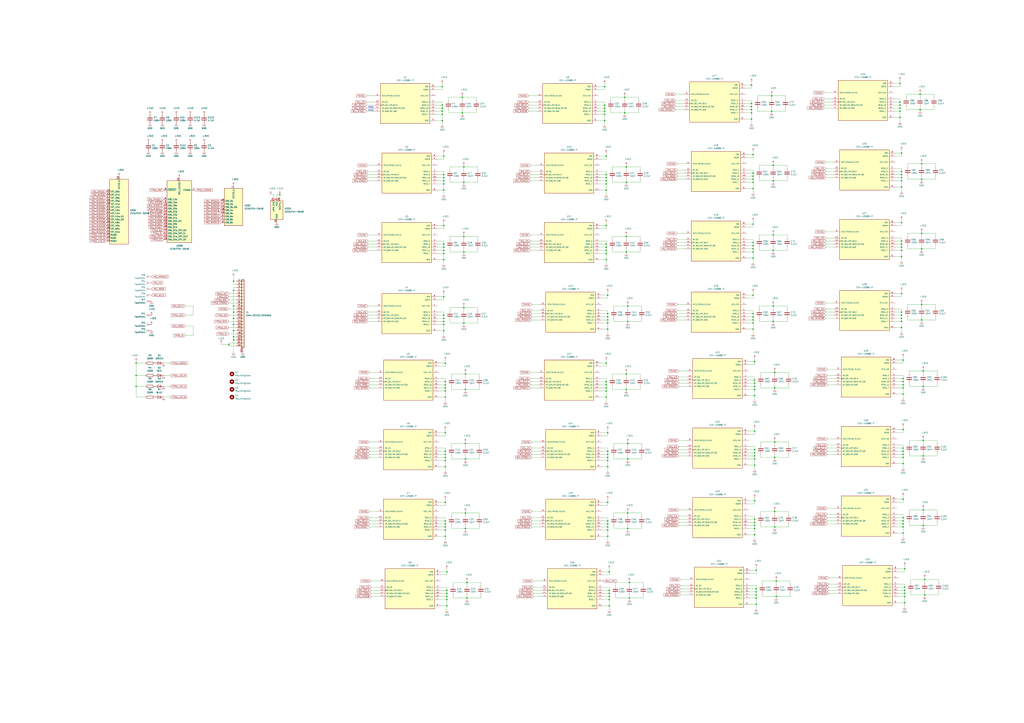
<source format=kicad_sch>
(kicad_sch (version 20211123) (generator eeschema)
  (paper "A1")
  (title_block (title "IMU Array Sensor Board") (date "2024-07-28") (rev "ver 1.0") (comment 1 "Designed by Will Whang"))
  (lib_symbols
    (symbol "Connector:TestPoint" (pin_numbers hide) (pin_names (offset 0.762) hide)
      (property "Reference" "TP" (at 0 6.858 0))
      (property "Value" "TestPoint" (at 0 5.08 0))
      (symbol "TestPoint_1_1"
        (pin passive line (at 0 0 90) (length 2.54) (name "1") (number "1"))
      )
    )
    (symbol "Connector_Generic_Shielded:Conn_01x22_Shielded" (pin_names (offset 1.016) hide)
      (property "Reference" "J?" (at 2.54 0.0001 0))
      (property "Value" "Conn_01x22_Shielded" (at 2.54 -2.5399 0))
      (symbol "Conn_01x22_Shielded_1_1"
        (pin passive line (at -5.08 25.4 0) (length 4.064) (name "Pin_1") (number "1"))
        (pin passive line (at -5.08 2.54 0) (length 4.064) (name "Pin_10") (number "10"))
        (pin passive line (at -5.08 0 0) (length 4.064) (name "Pin_11") (number "11"))
        (pin passive line (at -5.08 -2.54 0) (length 4.064) (name "Pin_12") (number "12"))
        (pin passive line (at -5.08 -5.08 0) (length 4.064) (name "Pin_13") (number "13"))
        (pin passive line (at -5.08 -7.62 0) (length 4.064) (name "Pin_14") (number "14"))
        (pin passive line (at -5.08 -10.16 0) (length 4.064) (name "Pin_15") (number "15"))
        (pin passive line (at -5.08 -12.7 0) (length 4.064) (name "Pin_16") (number "16"))
        (pin passive line (at -5.08 -15.24 0) (length 4.064) (name "Pin_17") (number "17"))
        (pin passive line (at -5.08 -17.78 0) (length 4.064) (name "Pin_18") (number "18"))
        (pin passive line (at -5.08 -20.32 0) (length 4.064) (name "Pin_19") (number "19"))
        (pin passive line (at -5.08 22.86 0) (length 4.064) (name "Pin_2") (number "2"))
        (pin passive line (at -5.08 -22.86 0) (length 4.064) (name "Pin_20") (number "20"))
        (pin passive line (at -5.08 -25.4 0) (length 4.064) (name "Pin_21") (number "21"))
        (pin passive line (at -5.08 -27.94 0) (length 4.064) (name "Pin_22") (number "22"))
        (pin passive line (at -5.08 20.32 0) (length 4.064) (name "Pin_3") (number "3"))
        (pin passive line (at -5.08 17.78 0) (length 4.064) (name "Pin_4") (number "4"))
        (pin passive line (at -5.08 15.24 0) (length 4.064) (name "Pin_5") (number "5"))
        (pin passive line (at -5.08 12.7 0) (length 4.064) (name "Pin_6") (number "6"))
        (pin passive line (at -5.08 10.16 0) (length 4.064) (name "Pin_7") (number "7"))
        (pin passive line (at -5.08 7.62 0) (length 4.064) (name "Pin_8") (number "8"))
        (pin passive line (at -5.08 5.08 0) (length 4.064) (name "Pin_9") (number "9"))
        (pin passive line (at 0 -33.02 90) (length 3.81) (name "Shield") (number "MP1"))
        (pin passive line (at 0 -33.02 90) (length 3.81) hide (name "Shield") (number "MP2"))
      )
    )
    (symbol "Device:C" (pin_numbers hide) (pin_names (offset 0.254))
      (property "Reference" "C" (at 0.635 2.54 0))
      (property "Value" "C" (at 0.635 -2.54 0))
      (symbol "C_1_1"
        (pin passive line (at 0 3.81 270) (length 2.794) (name "~") (number "1"))
        (pin passive line (at 0 -3.81 90) (length 2.794) (name "~") (number "2"))
      )
    )
    (symbol "Device:LED" (pin_numbers hide) (pin_names (offset 1.016) hide)
      (property "Reference" "D" (at 0 2.54 0))
      (property "Value" "LED" (at 0 -2.54 0))
      (symbol "LED_1_1"
        (pin passive line (at -3.81 0 0) (length 2.54) (name "K") (number "1"))
        (pin passive line (at 3.81 0 180) (length 2.54) (name "A") (number "2"))
      )
    )
    (symbol "Device:R" (pin_numbers hide) (pin_names (offset 0))
      (property "Reference" "R" (at 2.032 0 90))
      (property "Value" "R" (at 0 0 90))
      (symbol "R_1_1"
        (pin passive line (at 0 3.81 270) (length 1.27) (name "~") (number "1"))
        (pin passive line (at 0 -3.81 90) (length 1.27) (name "~") (number "2"))
      )
    )
    (symbol "FPGA_Lattice:ICE5LP1K-SG48"
      (property "Reference" "U" (at -8.89 -29.21 0))
      (property "Value" "ICE5LP1K-SG48" (at 0 -31.75 0))
      (symbol "ICE5LP1K-SG48_1_1"
        (pin bidirectional line (at -10.16 12.7 0) (length 2.54) (name "IOT_37a") (number "23"))
        (pin bidirectional line (at -10.16 15.24 0) (length 2.54) (name "IOT_36b") (number "25"))
        (pin bidirectional line (at -10.16 7.62 0) (length 2.54) (name "IOT_39a") (number "26"))
        (pin bidirectional line (at -10.16 10.16 0) (length 2.54) (name "IOT_38b") (number "27"))
        (pin bidirectional line (at -10.16 5.08 0) (length 2.54) (name "IOT_41a") (number "28"))
        (pin bidirectional line (at -10.16 2.54 0) (length 2.54) (name "IOT_42b") (number "31"))
        (pin bidirectional line (at -10.16 0 0) (length 2.54) (name "IOT_43a") (number "32"))
        (pin power_in line (at 0 27.94 270) (length 2.54) (name "VCCIO_0") (number "33"))
        (pin bidirectional line (at -10.16 -2.54 0) (length 2.54) (name "IOT_44b") (number "34"))
        (pin bidirectional line (at -10.16 -7.62 0) (length 2.54) (name "IOT_46b_G0") (number "35"))
        (pin bidirectional line (at -10.16 -10.16 0) (length 2.54) (name "IOT_48b") (number "36"))
        (pin bidirectional line (at -10.16 -5.08 0) (length 2.54) (name "IOT_45a_G1") (number "37"))
        (pin bidirectional line (at -10.16 -15.24 0) (length 2.54) (name "IOT_50b") (number "38"))
        (pin open_collector line (at -10.16 -20.32 0) (length 2.54) (name "RGB0") (number "39"))
        (pin open_collector line (at -10.16 -22.86 0) (length 2.54) (name "RGB1") (number "40"))
        (pin open_collector line (at -10.16 -25.4 0) (length 2.54) (name "RGB2") (number "41"))
        (pin bidirectional line (at -10.16 -17.78 0) (length 2.54) (name "IOT_51a") (number "42"))
        (pin bidirectional line (at -10.16 -12.7 0) (length 2.54) (name "IOT_49a") (number "43"))
      )
      (symbol "ICE5LP1K-SG48_2_1"
        (pin bidirectional line (at -12.7 5.08 0) (length 2.54) (name "IOB_18a") (number "10"))
        (pin bidirectional line (at -12.7 2.54 0) (length 2.54) (name "IOB_20a") (number "11"))
        (pin bidirectional line (at -12.7 0 0) (length 2.54) (name "IOB_22b") (number "12"))
        (pin bidirectional line (at -12.7 -5.08 0) (length 2.54) (name "IOB_24a") (number "13"))
        (pin bidirectional line (at -12.7 -15.24 0) (length 2.54) (name "IOB_32a_SPI_SO") (number "14"))
        (pin bidirectional line (at -12.7 -20.32 0) (length 2.54) (name "IOB_34a_SPI_SCK") (number "15"))
        (pin bidirectional line (at -12.7 -22.86 0) (length 2.54) (name "IOB_35b_SPI_SS") (number "16"))
        (pin bidirectional line (at -12.7 -17.78 0) (length 2.54) (name "IOB_33b_SPI_SI") (number "17"))
        (pin bidirectional line (at -12.7 -12.7 0) (length 2.54) (name "IOB_31b") (number "18"))
        (pin bidirectional line (at -12.7 -10.16 0) (length 2.54) (name "IOB_29b") (number "19"))
        (pin bidirectional line (at -12.7 -7.62 0) (length 2.54) (name "IOB_25b_G3") (number "20"))
        (pin bidirectional line (at -12.7 -2.54 0) (length 2.54) (name "IOB_23b") (number "21"))
        (pin power_in line (at 0 27.94 270) (length 2.54) (name "SPI_VCCIO1") (number "22"))
        (pin bidirectional line (at -12.7 10.16 0) (length 2.54) (name "IOB_13b") (number "6"))
        (pin open_collector line (at 12.7 17.78 180) (length 2.54) (name "CDONE") (number "7"))
        (pin input line (at -12.7 17.78 0) (length 2.54) (name "~{CRESET}") (number "8"))
        (pin bidirectional line (at -12.7 7.62 0) (length 2.54) (name "IOB_16a") (number "9"))
      )
      (symbol "ICE5LP1K-SG48_3_1"
        (pin power_in line (at 0 17.78 270) (length 2.54) (name "VCCIO_2") (number "1"))
        (pin bidirectional line (at -10.16 -7.62 0) (length 2.54) (name "IOB_6a") (number "2"))
        (pin bidirectional line (at -10.16 -12.7 0) (length 2.54) (name "IOB_9b") (number "3"))
        (pin bidirectional line (at -10.16 -10.16 0) (length 2.54) (name "IOB_8a") (number "4"))
        (pin bidirectional line (at -10.16 0 0) (length 2.54) (name "IOB_3b_G6") (number "44"))
        (pin bidirectional line (at -10.16 -5.08 0) (length 2.54) (name "IOB_5b") (number "45"))
        (pin bidirectional line (at -10.16 5.08 0) (length 2.54) (name "IOB_0a") (number "46"))
        (pin bidirectional line (at -10.16 2.54 0) (length 2.54) (name "IOB_2a") (number "47"))
        (pin bidirectional line (at -10.16 -2.54 0) (length 2.54) (name "IOB_4a") (number "48"))
      )
      (symbol "ICE5LP1K-SG48_4_1"
        (pin power_in line (at -2.54 10.16 270) (length 2.54) (name "VPP_2V5") (number "24"))
        (pin power_out line (at 2.54 10.16 270) (length 2.54) (name "VCCPLL") (number "29"))
        (pin passive line (at 0 10.16 270) (length 2.54) hide (name "VCC") (number "30"))
        (pin power_in line (at 0 -10.16 90) (length 2.54) (name "GND") (number "49"))
        (pin power_in line (at 0 10.16 270) (length 2.54) (name "VCC") (number "5"))
      )
    )
    (symbol "ICM-42688-P:ICM-42688-P" (pin_names (offset 1.016))
      (property "Reference" "U" (at -20.32 16.002 0))
      (property "Value" "ICM-42688-P" (at -20.32 -20.32 0))
      (symbol "ICM-42688-P_0_0"
        (pin bidirectional line (at -25.4 -7.62 0) (length 5.08) (name "AP_SDO/AP_AD0") (number "1"))
        (pin passive line (at 25.4 -5.08 180) (length 5.08) (name "RESV_10") (number "10"))
        (pin passive line (at 25.4 -7.62 180) (length 5.08) (name "RESV_11") (number "11"))
        (pin input line (at -25.4 0 0) (length 5.08) (name "AP_CS") (number "12"))
        (pin input clock (at -25.4 -2.54 0) (length 5.08) (name "AP_SCL/AP_SCLK") (number "13"))
        (pin bidirectional line (at -25.4 -5.08 0) (length 5.08) (name "AP_SDA/AP_SDIO/AP_SDI") (number "14"))
        (pin passive line (at 25.4 0 180) (length 5.08) (name "RESV_2") (number "2"))
        (pin passive line (at 25.4 -2.54 180) (length 5.08) (name "RESV_3") (number "3"))
        (pin output line (at 25.4 5.08 180) (length 5.08) (name "INT1/INT") (number "4"))
        (pin power_in line (at 25.4 10.16 180) (length 5.08) (name "VDDIO") (number "5"))
        (pin power_in line (at 25.4 -15.24 180) (length 5.08) (name "GND") (number "6"))
        (pin passive line (at 25.4 -10.16 180) (length 5.08) (name "RESV_7") (number "7"))
        (pin power_in line (at 25.4 12.7 180) (length 5.08) (name "VDD") (number "8"))
        (pin bidirectional line (at -25.4 5.08 0) (length 5.08) (name "INT2/FSYNC/CLKIN") (number "9"))
      )
    )
    (symbol "Mechanical:MountingHole" (pin_names (offset 1.016))
      (property "Reference" "H" (at 0 5.08 0))
      (property "Value" "MountingHole" (at 0 3.175 0))
    )
    (symbol "power:+1V2" (power) (pin_names (offset 0))
      (property "Value" "+1V2" (at 0 3.556 0))
      (symbol "+1V2_1_1"
        (pin power_in line (at 0 0 90) (length 0) hide (name "+1V2") (number "1"))
      )
    )
    (symbol "power:+3V3" (power) (pin_names (offset 0))
      (property "Value" "+3V3" (at 0 3.556 0))
      (symbol "+3V3_1_1"
        (pin power_in line (at 0 0 90) (length 0) hide (name "+3V3") (number "1"))
      )
    )
    (symbol "power:GND" (power) (pin_names (offset 0))
      (property "Value" "GND" (at 0 -3.81 0))
      (symbol "GND_1_1"
        (pin power_in line (at 0 0 270) (length 0) hide (name "GND") (number "1"))
      )
    )
  )
  (junction (at 618.49 142.24))
  (junction (at 618.49 199.39))
  (junction (at 758.19 304.8))
  (junction (at 499.11 262.89))
  (junction (at 381 207.01))
  (junction (at 741.68 353.06))
  (junction (at 499.11 383.54))
  (junction (at 621.03 468.63))
  (junction (at 619.76 431.8))
  (junction (at 365.76 440.69))
  (junction (at 617.22 85.09))
  (junction (at 381 149.86))
  (junction (at 191.77 256.54))
  (junction (at 633.73 78.74))
  (junction (at 740.41 210.82))
  (junction (at 741.68 438.15))
  (junction (at 637.54 490.22))
  (junction (at 740.41 256.54))
  (junction (at 740.41 125.73))
  (junction (at 741.68 368.3))
  (junction (at 740.41 241.3))
  (junction (at 364.49 156.21))
  (junction (at 740.41 146.05))
  (junction (at 381 194.31))
  (junction (at 740.41 148.59))
  (junction (at 618.49 127))
  (junction (at 618.49 270.51))
  (junction (at 636.27 363.22))
  (junction (at 741.68 311.15))
  (junction (at 365.76 355.6))
  (junction (at 379.73 92.71))
  (junction (at 618.49 262.89))
  (junction (at 364.49 146.05))
  (junction (at 742.95 487.68))
  (junction (at 618.49 204.47))
  (junction (at 365.76 435.61))
  (junction (at 741.68 425.45))
  (junction (at 636.27 306.07))
  (junction (at 741.68 410.21))
  (junction (at 363.22 91.44))
  (junction (at 365.76 378.46))
  (junction (at 497.84 151.13))
  (junction (at 514.35 194.31))
  (junction (at 497.84 208.28))
  (junction (at 367.03 490.22))
  (junction (at 513.08 92.71))
  (junction (at 740.41 200.66))
  (junction (at 382.27 434.34))
  (junction (at 111.76 317.5))
  (junction (at 636.27 318.77))
  (junction (at 364.49 143.51))
  (junction (at 621.03 483.87))
  (junction (at 364.49 128.27))
  (junction (at 635 135.89))
  (junction (at 619.76 354.33))
  (junction (at 500.38 469.9))
  (junction (at 499.11 375.92))
  (junction (at 497.84 148.59))
  (junction (at 756.92 191.77))
  (junction (at 756.92 262.89))
  (junction (at 513.08 80.01))
  (junction (at 741.68 433.07))
  (junction (at 758.19 419.1))
  (junction (at 497.84 298.45))
  (junction (at 739.14 88.9))
  (junction (at 739.14 68.58))
  (junction (at 497.84 143.51))
  (junction (at 515.62 434.34))
  (junction (at 740.41 259.08))
  (junction (at 191.77 279.4))
  (junction (at 618.49 147.32))
  (junction (at 191.77 276.86))
  (junction (at 365.76 298.45))
  (junction (at 515.62 421.64))
  (junction (at 619.76 439.42))
  (junction (at 364.49 261.62))
  (junction (at 740.41 153.67))
  (junction (at 497.84 318.77))
  (junction (at 619.76 325.12))
  (junction (at 514.35 149.86))
  (junction (at 740.41 261.62))
  (junction (at 514.35 307.34))
  (junction (at 619.76 374.65))
  (junction (at 365.76 326.39))
  (junction (at 741.68 375.92))
  (junction (at 633.73 91.44))
  (junction (at 619.76 429.26))
  (junction (at 739.14 83.82))
  (junction (at 365.76 427.99))
  (junction (at 191.77 238.76))
  (junction (at 499.11 378.46))
  (junction (at 499.11 433.07))
  (junction (at 741.68 427.99))
  (junction (at 741.68 295.91))
  (junction (at 618.49 212.09))
  (junction (at 742.95 482.6))
  (junction (at 636.27 375.92))
  (junction (at 742.95 467.36))
  (junction (at 364.49 203.2))
  (junction (at 499.11 355.6))
  (junction (at 740.41 140.97))
  (junction (at 618.49 149.86))
  (junction (at 759.46 488.95))
  (junction (at 617.22 92.71))
  (junction (at 619.76 369.57))
  (junction (at 619.76 382.27))
  (junction (at 500.38 497.84))
  (junction (at 364.49 264.16))
  (junction (at 365.76 433.07))
  (junction (at 742.95 490.22))
  (junction (at 515.62 251.46))
  (junction (at 191.77 231.14))
  (junction (at 364.49 200.66))
  (junction (at 741.68 316.23))
  (junction (at 618.49 154.94))
  (junction (at 617.22 69.85))
  (junction (at 363.22 93.98))
  (junction (at 739.14 86.36))
  (junction (at 381 252.73))
  (junction (at 382.27 307.34))
  (junction (at 635 148.59))
  (junction (at 741.68 370.84))
  (junction (at 740.41 198.12))
  (junction (at 741.68 381))
  (junction (at 365.76 383.54))
  (junction (at 618.49 144.78))
  (junction (at 756.92 147.32))
  (junction (at 382.27 421.64))
  (junction (at 497.84 316.23))
  (junction (at 740.41 264.16))
  (junction (at 496.57 88.9))
  (junction (at 619.76 297.18))
  (junction (at 500.38 490.22))
  (junction (at 619.76 317.5))
  (junction (at 637.54 477.52))
  (junction (at 497.84 321.31))
  (junction (at 515.62 264.16))
  (junction (at 741.68 318.77))
  (junction (at 383.54 478.79))
  (junction (at 367.03 487.68))
  (junction (at 618.49 201.93))
  (junction (at 364.49 151.13))
  (junction (at 364.49 185.42))
  (junction (at 191.77 261.62))
  (junction (at 619.76 314.96))
  (junction (at 741.68 430.53))
  (junction (at 365.76 375.92))
  (junction (at 365.76 412.75))
  (junction (at 497.84 203.2))
  (junction (at 499.11 265.43))
  (junction (at 365.76 316.23))
  (junction (at 365.76 313.69))
  (junction (at 618.49 207.01))
  (junction (at 619.76 312.42))
  (junction (at 621.03 486.41))
  (junction (at 497.84 205.74))
  (junction (at 515.62 377.19))
  (junction (at 499.11 373.38))
  (junction (at 500.38 487.68))
  (junction (at 365.76 370.84))
  (junction (at 367.03 485.14))
  (junction (at 364.49 243.84))
  (junction (at 514.35 320.04))
  (junction (at 740.41 143.51))
  (junction (at 758.19 317.5))
  (junction (at 363.22 86.36))
  (junction (at 364.49 213.36))
  (junction (at 618.49 260.35))
  (junction (at 514.35 207.01))
  (junction (at 621.03 491.49))
  (junction (at 497.84 313.69))
  (junction (at 364.49 271.78))
  (junction (at 383.54 491.49))
  (junction (at 364.49 266.7))
  (junction (at 740.41 182.88))
  (junction (at 619.76 372.11))
  (junction (at 497.84 200.66))
  (junction (at 619.76 434.34))
  (junction (at 500.38 485.14))
  (junction (at 191.77 266.7))
  (junction (at 497.84 146.05))
  (junction (at 755.65 90.17))
  (junction (at 364.49 259.08))
  (junction (at 365.76 321.31))
  (junction (at 499.11 257.81))
  (junction (at 741.68 313.69))
  (junction (at 365.76 430.53))
  (junction (at 363.22 71.12))
  (junction (at 739.14 91.44))
  (junction (at 499.11 440.69))
  (junction (at 191.77 251.46))
  (junction (at 499.11 370.84))
  (junction (at 382.27 364.49))
  (junction (at 756.92 134.62))
  (junction (at 758.19 431.8))
  (junction (at 499.11 242.57))
  (junction (at 364.49 208.28))
  (junction (at 496.57 93.98))
  (junction (at 741.68 373.38))
  (junction (at 497.84 185.42))
  (junction (at 365.76 318.77))
  (junction (at 365.76 373.38))
  (junction (at 497.84 128.27))
  (junction (at 739.14 96.52))
  (junction (at 742.95 485.14))
  (junction (at 367.03 497.84))
  (junction (at 379.73 80.01))
  (junction (at 496.57 86.36))
  (junction (at 756.92 250.19))
  (junction (at 367.03 469.9))
  (junction (at 500.38 492.76))
  (junction (at 621.03 496.57))
  (junction (at 496.57 99.06))
  (junction (at 755.65 77.47))
  (junction (at 617.22 97.79))
  (junction (at 499.11 260.35))
  (junction (at 111.76 308.61))
  (junction (at 621.03 488.95))
  (junction (at 499.11 427.99))
  (junction (at 111.76 298.45))
  (junction (at 499.11 430.53))
  (junction (at 618.49 242.57))
  (junction (at 618.49 184.15))
  (junction (at 381 137.16))
  (junction (at 515.62 364.49))
  (junction (at 499.11 412.75))
  (junction (at 367.03 492.76))
  (junction (at 740.41 269.24))
  (junction (at 381 265.43))
  (junction (at 742.95 495.3))
  (junction (at 741.68 323.85))
  (junction (at 497.84 326.39))
  (junction (at 191.77 271.78))
  (junction (at 382.27 320.04))
  (junction (at 636.27 433.07))
  (junction (at 635 251.46))
  (junction (at 619.76 320.04))
  (junction (at 516.89 491.49))
  (junction (at 363.22 99.06))
  (junction (at 516.89 478.79))
  (junction (at 635 193.04))
  (junction (at 759.46 476.25))
  (junction (at 496.57 91.44))
  (junction (at 499.11 435.61))
  (junction (at 364.49 205.74))
  (junction (at 229.87 160.02))
  (junction (at 363.22 88.9))
  (junction (at 635 264.16))
  (junction (at 636.27 420.37))
  (junction (at 514.35 137.16))
  (junction (at 635 205.74))
  (junction (at 618.49 265.43))
  (junction (at 617.22 87.63))
  (junction (at 740.41 205.74))
  (junction (at 619.76 426.72))
  (junction (at 499.11 270.51))
  (junction (at 496.57 71.12))
  (junction (at 756.92 204.47))
  (junction (at 740.41 203.2))
  (junction (at 619.76 411.48))
  (junction (at 497.84 156.21))
  (junction (at 618.49 257.81))
  (junction (at 619.76 377.19))
  (junction (at 497.84 213.36))
  (junction (at 187.96 283.21))
  (junction (at 758.19 374.65))
  (junction (at 382.27 377.19))
  (junction (at 617.22 90.17))
  (junction (at 364.49 148.59))
  (junction (at 758.19 361.95))
  (wire (pts (xy 614.68 369.57) (xy 619.76 369.57)))
  (wire (pts (xy 363.22 71.12) (xy 363.22 68.58)))
  (wire (pts (xy 515.62 434.34) (xy 515.62 435.61)))
  (wire (pts (xy 492.76 316.23) (xy 497.84 316.23)))
  (wire (pts (xy 364.49 259.08) (xy 364.49 261.62)))
  (wire (pts (xy 360.68 415.29) (xy 365.76 415.29)))
  (wire (pts (xy 619.76 354.33) (xy 619.76 351.79)))
  (wire (pts (xy 496.57 99.06) (xy 496.57 102.87)))
  (wire (pts (xy 492.76 198.12) (xy 497.84 198.12)))
  (wire (pts (xy 435.61 193.04) (xy 441.96 193.04)))
  (wire (pts (xy 679.45 373.38) (xy 685.8 373.38)))
  (wire (pts (xy 741.68 427.99) (xy 741.68 430.53)))
  (wire (pts (xy 139.7 308.61) (xy 134.62 308.61)))
  (wire (pts (xy 494.03 375.92) (xy 499.11 375.92)))
  (wire (pts (xy 621.03 488.95) (xy 621.03 491.49)))
  (wire (pts (xy 497.84 316.23) (xy 497.84 318.77)))
  (wire (pts (xy 745.49 194.31) (xy 745.49 191.77)))
  (wire (pts (xy 513.08 80.01) (xy 513.08 82.55)))
  (wire (pts (xy 364.49 246.38) (xy 364.49 243.84)))
  (wire (pts (xy 679.45 360.68) (xy 685.8 360.68)))
  (wire (pts (xy 191.77 271.78) (xy 194.31 271.78)))
  (wire (pts (xy 436.88 255.27) (xy 443.23 255.27)))
  (wire (pts (xy 735.33 128.27) (xy 740.41 128.27)))
  (wire (pts (xy 624.84 363.22) (xy 636.27 363.22)))
  (wire (pts (xy 191.77 238.76) (xy 191.77 251.46)))
  (wire (pts (xy 758.19 374.65) (xy 758.19 375.92)))
  (wire (pts (xy 492.76 143.51) (xy 497.84 143.51)))
  (wire (pts (xy 494.03 383.54) (xy 499.11 383.54)))
  (wire (pts (xy 494.03 430.53) (xy 499.11 430.53)))
  (wire (pts (xy 613.41 149.86) (xy 618.49 149.86)))
  (wire (pts (xy 158.75 251.46) (xy 158.75 259.08)))
  (wire (pts (xy 300.99 88.9) (xy 307.34 88.9)))
  (wire (pts (xy 621.03 481.33) (xy 621.03 483.87)))
  (wire (pts (xy 381 135.89) (xy 381 137.16)))
  (wire (pts (xy 435.61 311.15) (xy 441.96 311.15)))
  (wire (pts (xy 734.06 71.12) (xy 739.14 71.12)))
  (wire (pts (xy 735.33 261.62) (xy 740.41 261.62)))
  (wire (pts (xy 370.84 317.5) (xy 370.84 320.04)))
  (wire (pts (xy 735.33 143.51) (xy 740.41 143.51)))
  (wire (pts (xy 736.6 368.3) (xy 741.68 368.3)))
  (wire (pts (xy 368.3 92.71) (xy 379.73 92.71)))
  (wire (pts (xy 636.27 420.37) (xy 647.7 420.37)))
  (wire (pts (xy 504.19 377.19) (xy 515.62 377.19)))
  (wire (pts (xy 364.49 128.27) (xy 364.49 125.73)))
  (wire (pts (xy 364.49 187.96) (xy 364.49 185.42)))
  (wire (pts (xy 502.92 320.04) (xy 514.35 320.04)))
  (wire (pts (xy 516.89 478.79) (xy 516.89 481.33)))
  (wire (pts (xy 556.26 199.39) (xy 562.61 199.39)))
  (wire (pts (xy 515.62 261.62) (xy 515.62 264.16)))
  (wire (pts (xy 618.49 144.78) (xy 618.49 147.32)))
  (wire (pts (xy 740.41 259.08) (xy 740.41 261.62)))
  (wire (pts (xy 680.72 482.6) (xy 687.07 482.6)))
  (wire (pts (xy 742.95 469.9) (xy 742.95 467.36)))
  (wire (pts (xy 735.33 264.16) (xy 740.41 264.16)))
  (wire (pts (xy 391.16 92.71) (xy 391.16 90.17)))
  (wire (pts (xy 739.14 83.82) (xy 739.14 86.36)))
  (wire (pts (xy 381 262.89) (xy 381 265.43)))
  (wire (pts (xy 614.68 411.48) (xy 619.76 411.48)))
  (wire (pts (xy 436.88 375.92) (xy 443.23 375.92)))
  (wire (pts (xy 557.53 361.95) (xy 563.88 361.95)))
  (wire (pts (xy 612.14 97.79) (xy 617.22 97.79)))
  (wire (pts (xy 500.38 472.44) (xy 500.38 469.9)))
  (wire (pts (xy 556.26 250.19) (xy 562.61 250.19)))
  (wire (pts (xy 491.49 86.36) (xy 496.57 86.36)))
  (wire (pts (xy 497.84 148.59) (xy 497.84 151.13)))
  (wire (pts (xy 645.16 78.74) (xy 645.16 81.28)))
  (wire (pts (xy 382.27 421.64) (xy 393.7 421.64)))
  (wire (pts (xy 755.65 90.17) (xy 755.65 91.44)))
  (wire (pts (xy 222.25 160.02) (xy 224.79 160.02)))
  (wire (pts (xy 369.57 196.85) (xy 369.57 194.31)))
  (wire (pts (xy 516.89 478.79) (xy 528.32 478.79)))
  (wire (pts (xy 381 251.46) (xy 381 252.73)))
  (wire (pts (xy 359.41 198.12) (xy 364.49 198.12)))
  (wire (pts (xy 187.96 243.84) (xy 194.31 243.84)))
  (wire (pts (xy 741.68 375.92) (xy 741.68 381)))
  (wire (pts (xy 635 193.04) (xy 635 195.58)))
  (wire (pts (xy 622.3 88.9) (xy 622.3 91.44)))
  (wire (pts (xy 111.76 317.5) (xy 119.38 317.5)))
  (wire (pts (xy 381 194.31) (xy 392.43 194.31)))
  (wire (pts (xy 618.49 245.11) (xy 618.49 242.57)))
  (wire (pts (xy 369.57 137.16) (xy 381 137.16)))
  (wire (pts (xy 500.38 497.84) (xy 500.38 501.65)))
  (wire (pts (xy 187.96 269.24) (xy 194.31 269.24)))
  (wire (pts (xy 613.41 139.7) (xy 618.49 139.7)))
  (wire (pts (xy 734.06 81.28) (xy 739.14 81.28)))
  (wire (pts (xy 758.19 303.53) (xy 758.19 304.8)))
  (wire (pts (xy 359.41 151.13) (xy 364.49 151.13)))
  (wire (pts (xy 381 147.32) (xy 381 149.86)))
  (wire (pts (xy 524.51 92.71) (xy 524.51 90.17)))
  (wire (pts (xy 495.3 469.9) (xy 500.38 469.9)))
  (wire (pts (xy 304.8 490.22) (xy 311.15 490.22)))
  (wire (pts (xy 501.65 92.71) (xy 513.08 92.71)))
  (wire (pts (xy 623.57 146.05) (xy 623.57 148.59)))
  (wire (pts (xy 139.7 326.39) (xy 134.62 326.39)))
  (wire (pts (xy 111.76 308.61) (xy 111.76 317.5)))
  (wire (pts (xy 369.57 194.31) (xy 381 194.31)))
  (wire (pts (xy 497.84 203.2) (xy 497.84 205.74)))
  (wire (pts (xy 613.41 255.27) (xy 618.49 255.27)))
  (wire (pts (xy 619.76 414.02) (xy 619.76 411.48)))
  (wire (pts (xy 304.8 485.14) (xy 311.15 485.14)))
  (wire (pts (xy 619.76 431.8) (xy 619.76 434.34)))
  (wire (pts (xy 636.27 375.92) (xy 647.7 375.92)))
  (wire (pts (xy 759.46 476.25) (xy 770.89 476.25)))
  (wire (pts (xy 358.14 86.36) (xy 363.22 86.36)))
  (wire (pts (xy 359.41 266.7) (xy 364.49 266.7)))
  (wire (pts (xy 111.76 317.5) (xy 111.76 326.39)))
  (wire (pts (xy 392.43 207.01) (xy 392.43 204.47)))
  (wire (pts (xy 494.03 245.11) (xy 499.11 245.11)))
  (wire (pts (xy 742.95 495.3) (xy 742.95 499.11)))
  (wire (pts (xy 556.26 144.78) (xy 562.61 144.78)))
  (wire (pts (xy 436.88 368.3) (xy 443.23 368.3)))
  (wire (pts (xy 636.27 304.8) (xy 636.27 306.07)))
  (wire (pts (xy 618.49 129.54) (xy 618.49 127)))
  (wire (pts (xy 558.8 488.95) (xy 565.15 488.95)))
  (wire (pts (xy 676.91 86.36) (xy 683.26 86.36)))
  (wire (pts (xy 194.31 233.68) (xy 191.77 233.68)))
  (wire (pts (xy 505.46 491.49) (xy 516.89 491.49)))
  (wire (pts (xy 187.96 281.94) (xy 194.31 281.94)))
  (wire (pts (xy 619.76 356.87) (xy 619.76 354.33)))
  (wire (pts (xy 111.76 326.39) (xy 119.38 326.39)))
  (wire (pts (xy 194.31 236.22) (xy 191.77 236.22)))
  (wire (pts (xy 635 205.74) (xy 635 207.01)))
  (wire (pts (xy 379.73 78.74) (xy 379.73 80.01)))
  (wire (pts (xy 737.87 469.9) (xy 742.95 469.9)))
  (wire (pts (xy 740.41 205.74) (xy 740.41 210.82)))
  (wire (pts (xy 502.92 139.7) (xy 502.92 137.16)))
  (wire (pts (xy 734.06 86.36) (xy 739.14 86.36)))
  (wire (pts (xy 612.14 69.85) (xy 617.22 69.85)))
  (wire (pts (xy 501.65 82.55) (xy 501.65 80.01)))
  (wire (pts (xy 360.68 370.84) (xy 365.76 370.84)))
  (wire (pts (xy 191.77 266.7) (xy 191.77 271.78)))
  (wire (pts (xy 614.68 439.42) (xy 619.76 439.42)))
  (wire (pts (xy 436.88 427.99) (xy 443.23 427.99)))
  (wire (pts (xy 614.68 354.33) (xy 619.76 354.33)))
  (wire (pts (xy 303.53 427.99) (xy 309.88 427.99)))
  (wire (pts (xy 647.7 375.92) (xy 647.7 373.38)))
  (wire (pts (xy 365.76 373.38) (xy 365.76 375.92)))
  (wire (pts (xy 741.68 318.77) (xy 741.68 323.85)))
  (wire (pts (xy 368.3 80.01) (xy 379.73 80.01)))
  (wire (pts (xy 359.41 148.59) (xy 364.49 148.59)))
  (wire (pts (xy 496.57 93.98) (xy 496.57 99.06)))
  (wire (pts (xy 504.19 364.49) (xy 515.62 364.49)))
  (wire (pts (xy 438.15 487.68) (xy 444.5 487.68)))
  (wire (pts (xy 504.19 264.16) (xy 515.62 264.16)))
  (wire (pts (xy 394.97 478.79) (xy 394.97 481.33)))
  (wire (pts (xy 365.76 375.92) (xy 365.76 378.46)))
  (wire (pts (xy 502.92 196.85) (xy 502.92 194.31)))
  (wire (pts (xy 515.62 377.19) (xy 515.62 378.46)))
  (wire (pts (xy 636.27 373.38) (xy 636.27 375.92)))
  (wire (pts (xy 735.33 125.73) (xy 740.41 125.73)))
  (wire (pts (xy 491.49 88.9) (xy 496.57 88.9)))
  (wire (pts (xy 391.16 80.01) (xy 391.16 82.55)))
  (wire (pts (xy 679.45 368.3) (xy 685.8 368.3)))
  (wire (pts (xy 745.49 201.93) (xy 745.49 204.47)))
  (wire (pts (xy 746.76 364.49) (xy 746.76 361.95)))
  (wire (pts (xy 516.89 491.49) (xy 528.32 491.49)))
  (wire (pts (xy 372.11 488.95) (xy 372.11 491.49)))
  (wire (pts (xy 648.97 477.52) (xy 648.97 480.06)))
  (wire (pts (xy 181.61 283.21) (xy 187.96 283.21)))
  (wire (pts (xy 736.6 295.91) (xy 741.68 295.91)))
  (wire (pts (xy 369.57 265.43) (xy 381 265.43)))
  (wire (pts (xy 504.19 261.62) (xy 504.19 264.16)))
  (wire (pts (xy 492.76 140.97) (xy 497.84 140.97)))
  (wire (pts (xy 525.78 194.31) (xy 525.78 196.85)))
  (wire (pts (xy 303.53 420.37) (xy 309.88 420.37)))
  (wire (pts (xy 679.45 365.76) (xy 685.8 365.76)))
  (wire (pts (xy 618.49 212.09) (xy 618.49 215.9)))
  (wire (pts (xy 382.27 320.04) (xy 382.27 321.31)))
  (wire (pts (xy 436.88 425.45) (xy 443.23 425.45)))
  (wire (pts (xy 502.92 149.86) (xy 514.35 149.86)))
  (wire (pts (xy 367.03 492.76) (xy 367.03 497.84)))
  (wire (pts (xy 494.03 425.45) (xy 499.11 425.45)))
  (wire (pts (xy 494.03 358.14) (xy 499.11 358.14)))
  (wire (pts (xy 504.19 254) (xy 504.19 251.46)))
  (wire (pts (xy 619.76 434.34) (xy 619.76 439.42)))
  (wire (pts (xy 492.76 311.15) (xy 497.84 311.15)))
  (wire (pts (xy 360.68 435.61) (xy 365.76 435.61)))
  (wire (pts (xy 494.03 257.81) (xy 499.11 257.81)))
  (wire (pts (xy 359.41 271.78) (xy 364.49 271.78)))
  (wire (pts (xy 499.11 383.54) (xy 499.11 387.35)))
  (wire (pts (xy 500.38 490.22) (xy 500.38 492.76)))
  (wire (pts (xy 737.87 487.68) (xy 742.95 487.68)))
  (wire (pts (xy 152.4 259.08) (xy 158.75 259.08)))
  (wire (pts (xy 736.6 381) (xy 741.68 381)))
  (wire (pts (xy 500.38 485.14) (xy 500.38 487.68)))
  (wire (pts (xy 678.18 198.12) (xy 684.53 198.12)))
  (wire (pts (xy 770.89 488.95) (xy 770.89 486.41)))
  (wire (pts (xy 647.7 420.37) (xy 647.7 422.91)))
  (wire (pts (xy 613.41 147.32) (xy 618.49 147.32)))
  (wire (pts (xy 679.45 370.84) (xy 685.8 370.84)))
  (wire (pts (xy 623.57 251.46) (xy 635 251.46)))
  (wire (pts (xy 618.49 207.01) (xy 618.49 212.09)))
  (wire (pts (xy 756.92 262.89) (xy 768.35 262.89)))
  (wire (pts (xy 740.41 198.12) (xy 740.41 200.66)))
  (wire (pts (xy 369.57 207.01) (xy 381 207.01)))
  (wire (pts (xy 746.76 314.96) (xy 746.76 317.5)))
  (wire (pts (xy 381 204.47) (xy 381 207.01)))
  (wire (pts (xy 303.53 368.3) (xy 309.88 368.3)))
  (wire (pts (xy 646.43 264.16) (xy 646.43 261.62)))
  (wire (pts (xy 768.35 204.47) (xy 768.35 201.93)))
  (wire (pts (xy 360.68 316.23) (xy 365.76 316.23)))
  (wire (pts (xy 614.68 325.12) (xy 619.76 325.12)))
  (wire (pts (xy 365.76 440.69) (xy 365.76 444.5)))
  (wire (pts (xy 621.03 496.57) (xy 621.03 500.38)))
  (wire (pts (xy 359.41 246.38) (xy 364.49 246.38)))
  (wire (pts (xy 360.68 326.39) (xy 365.76 326.39)))
  (wire (pts (xy 740.41 153.67) (xy 740.41 157.48)))
  (wire (pts (xy 741.68 422.91) (xy 741.68 425.45)))
  (wire (pts (xy 554.99 77.47) (xy 561.34 77.47)))
  (wire (pts (xy 745.49 250.19) (xy 756.92 250.19)))
  (wire (pts (xy 737.87 495.3) (xy 742.95 495.3)))
  (wire (pts (xy 152.4 267.97) (xy 158.75 267.97)))
  (wire (pts (xy 300.99 86.36) (xy 307.34 86.36)))
  (wire (pts (xy 614.68 426.72) (xy 619.76 426.72)))
  (wire (pts (xy 745.49 252.73) (xy 745.49 250.19)))
  (wire (pts (xy 557.53 309.88) (xy 563.88 309.88)))
  (wire (pts (xy 745.49 134.62) (xy 756.92 134.62)))
  (wire (pts (xy 302.26 261.62) (xy 308.61 261.62)))
  (wire (pts (xy 436.88 433.07) (xy 443.23 433.07)))
  (wire (pts (xy 635 205.74) (xy 646.43 205.74)))
  (wire (pts (xy 612.14 82.55) (xy 617.22 82.55)))
  (wire (pts (xy 617.22 82.55) (xy 617.22 85.09)))
  (wire (pts (xy 501.65 80.01) (xy 513.08 80.01)))
  (wire (pts (xy 679.45 417.83) (xy 685.8 417.83)))
  (wire (pts (xy 501.65 90.17) (xy 501.65 92.71)))
  (wire (pts (xy 513.08 78.74) (xy 513.08 80.01)))
  (wire (pts (xy 492.76 156.21) (xy 497.84 156.21)))
  (wire (pts (xy 367.03 469.9) (xy 367.03 467.36)))
  (wire (pts (xy 191.77 238.76) (xy 194.31 238.76)))
  (wire (pts (xy 617.22 92.71) (xy 617.22 97.79)))
  (wire (pts (xy 382.27 320.04) (xy 393.7 320.04)))
  (wire (pts (xy 499.11 440.69) (xy 499.11 444.5)))
  (wire (pts (xy 492.76 300.99) (xy 497.84 300.99)))
  (wire (pts (xy 557.53 314.96) (xy 563.88 314.96)))
  (wire (pts (xy 648.97 490.22) (xy 648.97 487.68)))
  (wire (pts (xy 435.61 140.97) (xy 441.96 140.97)))
  (wire (pts (xy 497.84 143.51) (xy 497.84 146.05)))
  (wire (pts (xy 558.8 476.25) (xy 565.15 476.25)))
  (wire (pts (xy 516.89 488.95) (xy 516.89 491.49)))
  (wire (pts (xy 367.03 487.68) (xy 367.03 490.22)))
  (wire (pts (xy 381 207.01) (xy 381 208.28)))
  (wire (pts (xy 636.27 419.1) (xy 636.27 420.37)))
  (wire (pts (xy 514.35 207.01) (xy 525.78 207.01)))
  (wire (pts (xy 111.76 298.45) (xy 119.38 298.45)))
  (wire (pts (xy 394.97 491.49) (xy 394.97 488.95)))
  (wire (pts (xy 363.22 73.66) (xy 363.22 71.12)))
  (wire (pts (xy 514.35 307.34) (xy 514.35 309.88)))
  (wire (pts (xy 768.35 191.77) (xy 768.35 194.31)))
  (wire (pts (xy 746.76 317.5) (xy 758.19 317.5)))
  (wire (pts (xy 365.76 415.29) (xy 365.76 412.75)))
  (wire (pts (xy 514.35 137.16) (xy 514.35 139.7)))
  (wire (pts (xy 767.08 77.47) (xy 767.08 80.01)))
  (wire (pts (xy 369.57 262.89) (xy 369.57 265.43)))
  (wire (pts (xy 756.92 191.77) (xy 756.92 194.31)))
  (wire (pts (xy 623.57 193.04) (xy 635 193.04)))
  (wire (pts (xy 735.33 200.66) (xy 740.41 200.66)))
  (wire (pts (xy 492.76 185.42) (xy 497.84 185.42)))
  (wire (pts (xy 635 264.16) (xy 635 265.43)))
  (wire (pts (xy 492.76 321.31) (xy 497.84 321.31)))
  (wire (pts (xy 647.7 318.77) (xy 647.7 316.23)))
  (wire (pts (xy 515.62 364.49) (xy 515.62 367.03)))
  (wire (pts (xy 614.68 434.34) (xy 619.76 434.34)))
  (wire (pts (xy 758.19 360.68) (xy 758.19 361.95)))
  (wire (pts (xy 370.84 421.64) (xy 382.27 421.64)))
  (wire (pts (xy 438.15 482.6) (xy 444.5 482.6)))
  (wire (pts (xy 360.68 311.15) (xy 365.76 311.15)))
  (wire (pts (xy 370.84 364.49) (xy 382.27 364.49)))
  (wire (pts (xy 739.14 68.58) (xy 739.14 66.04)))
  (wire (pts (xy 436.88 260.35) (xy 443.23 260.35)))
  (wire (pts (xy 621.03 483.87) (xy 621.03 486.41)))
  (wire (pts (xy 756.92 250.19) (xy 768.35 250.19)))
  (wire (pts (xy 494.03 378.46) (xy 499.11 378.46)))
  (wire (pts (xy 618.49 260.35) (xy 618.49 262.89)))
  (wire (pts (xy 513.08 90.17) (xy 513.08 92.71)))
  (wire (pts (xy 741.68 298.45) (xy 741.68 295.91)))
  (wire (pts (xy 492.76 200.66) (xy 497.84 200.66)))
  (wire (pts (xy 524.51 80.01) (xy 524.51 82.55)))
  (wire (pts (xy 736.6 313.69) (xy 741.68 313.69)))
  (wire (pts (xy 623.57 254) (xy 623.57 251.46)))
  (wire (pts (xy 359.41 256.54) (xy 364.49 256.54)))
  (wire (pts (xy 746.76 419.1) (xy 758.19 419.1)))
  (wire (pts (xy 499.11 375.92) (xy 499.11 378.46)))
  (wire (pts (xy 679.45 308.61) (xy 685.8 308.61)))
  (wire (pts (xy 364.49 261.62) (xy 364.49 264.16)))
  (wire (pts (xy 756.92 190.5) (xy 756.92 191.77)))
  (wire (pts (xy 679.45 430.53) (xy 685.8 430.53)))
  (wire (pts (xy 383.54 477.52) (xy 383.54 478.79)))
  (wire (pts (xy 635 148.59) (xy 646.43 148.59)))
  (wire (pts (xy 304.8 487.68) (xy 311.15 487.68)))
  (wire (pts (xy 359.41 140.97) (xy 364.49 140.97)))
  (wire (pts (xy 496.57 73.66) (xy 496.57 71.12)))
  (wire (pts (xy 735.33 243.84) (xy 740.41 243.84)))
  (wire (pts (xy 499.11 355.6) (xy 499.11 353.06)))
  (wire (pts (xy 392.43 265.43) (xy 392.43 262.89)))
  (wire (pts (xy 365.76 412.75) (xy 365.76 410.21)))
  (wire (pts (xy 735.33 146.05) (xy 740.41 146.05)))
  (wire (pts (xy 515.62 434.34) (xy 527.05 434.34)))
  (wire (pts (xy 740.41 261.62) (xy 740.41 264.16)))
  (wire (pts (xy 369.57 139.7) (xy 369.57 137.16)))
  (wire (pts (xy 618.49 262.89) (xy 618.49 265.43)))
  (wire (pts (xy 613.41 242.57) (xy 618.49 242.57)))
  (wire (pts (xy 492.76 213.36) (xy 497.84 213.36)))
  (wire (pts (xy 678.18 138.43) (xy 684.53 138.43)))
  (wire (pts (xy 514.35 320.04) (xy 514.35 321.31)))
  (wire (pts (xy 497.84 185.42) (xy 497.84 182.88)))
  (wire (pts (xy 435.61 200.66) (xy 441.96 200.66)))
  (wire (pts (xy 556.26 255.27) (xy 562.61 255.27)))
  (wire (pts (xy 614.68 317.5) (xy 619.76 317.5)))
  (wire (pts (xy 191.77 266.7) (xy 194.31 266.7)))
  (wire (pts (xy 736.6 370.84) (xy 741.68 370.84)))
  (wire (pts (xy 759.46 488.95) (xy 759.46 490.22)))
  (wire (pts (xy 748.03 486.41) (xy 748.03 488.95)))
  (wire (pts (xy 303.53 311.15) (xy 309.88 311.15)))
  (wire (pts (xy 740.41 264.16) (xy 740.41 269.24)))
  (wire (pts (xy 615.95 483.87) (xy 621.03 483.87)))
  (wire (pts (xy 360.68 355.6) (xy 365.76 355.6)))
  (wire (pts (xy 365.76 427.99) (xy 365.76 430.53)))
  (wire (pts (xy 435.61 143.51) (xy 441.96 143.51)))
  (wire (pts (xy 678.18 140.97) (xy 684.53 140.97)))
  (wire (pts (xy 497.84 318.77) (xy 497.84 321.31)))
  (wire (pts (xy 502.92 147.32) (xy 502.92 149.86)))
  (wire (pts (xy 756.92 134.62) (xy 756.92 137.16)))
  (wire (pts (xy 492.76 318.77) (xy 497.84 318.77)))
  (wire (pts (xy 635 135.89) (xy 635 138.43)))
  (wire (pts (xy 740.41 210.82) (xy 740.41 214.63)))
  (wire (pts (xy 755.65 77.47) (xy 767.08 77.47)))
  (wire (pts (xy 612.14 72.39) (xy 617.22 72.39)))
  (wire (pts (xy 499.11 265.43) (xy 499.11 270.51)))
  (wire (pts (xy 436.88 363.22) (xy 443.23 363.22)))
  (wire (pts (xy 769.62 374.65) (xy 769.62 372.11)))
  (wire (pts (xy 358.14 99.06) (xy 363.22 99.06)))
  (wire (pts (xy 494.03 435.61) (xy 499.11 435.61)))
  (wire (pts (xy 365.76 326.39) (xy 365.76 330.2)))
  (wire (pts (xy 367.03 497.84) (xy 367.03 501.65)))
  (wire (pts (xy 739.14 96.52) (xy 739.14 100.33)))
  (wire (pts (xy 496.57 86.36) (xy 496.57 88.9)))
  (wire (pts (xy 111.76 297.18) (xy 111.76 298.45)))
  (wire (pts (xy 499.11 260.35) (xy 499.11 262.89)))
  (wire (pts (xy 755.65 76.2) (xy 755.65 77.47)))
  (wire (pts (xy 367.03 490.22) (xy 367.03 492.76)))
  (wire (pts (xy 554.99 87.63) (xy 561.34 87.63)))
  (wire (pts (xy 636.27 375.92) (xy 636.27 377.19)))
  (wire (pts (xy 360.68 383.54) (xy 365.76 383.54)))
  (wire (pts (xy 619.76 411.48) (xy 619.76 408.94)))
  (wire (pts (xy 646.43 148.59) (xy 646.43 146.05)))
  (wire (pts (xy 494.03 370.84) (xy 499.11 370.84)))
  (wire (pts (xy 359.41 205.74) (xy 364.49 205.74)))
  (wire (pts (xy 636.27 318.77) (xy 647.7 318.77)))
  (wire (pts (xy 497.84 130.81) (xy 497.84 128.27)))
  (wire (pts (xy 499.11 242.57) (xy 499.11 240.03)))
  (wire (pts (xy 499.11 255.27) (xy 499.11 257.81)))
  (wire (pts (xy 748.03 476.25) (xy 759.46 476.25)))
  (wire (pts (xy 527.05 364.49) (xy 527.05 367.03)))
  (wire (pts (xy 187.96 248.92) (xy 194.31 248.92)))
  (wire (pts (xy 619.76 372.11) (xy 619.76 374.65)))
  (wire (pts (xy 735.33 198.12) (xy 740.41 198.12)))
  (wire (pts (xy 436.88 373.38) (xy 443.23 373.38)))
  (wire (pts (xy 497.84 151.13) (xy 497.84 156.21)))
  (wire (pts (xy 191.77 279.4) (xy 191.77 289.56)))
  (wire (pts (xy 758.19 304.8) (xy 758.19 307.34)))
  (wire (pts (xy 227.33 160.02) (xy 229.87 160.02)))
  (wire (pts (xy 514.35 317.5) (xy 514.35 320.04)))
  (wire (pts (xy 497.84 208.28) (xy 497.84 213.36)))
  (wire (pts (xy 735.33 256.54) (xy 740.41 256.54)))
  (wire (pts (xy 364.49 200.66) (xy 364.49 203.2)))
  (wire (pts (xy 748.03 478.79) (xy 748.03 476.25)))
  (wire (pts (xy 359.41 128.27) (xy 364.49 128.27)))
  (wire (pts (xy 637.54 477.52) (xy 648.97 477.52)))
  (wire (pts (xy 359.41 200.66) (xy 364.49 200.66)))
  (wire (pts (xy 740.41 138.43) (xy 740.41 140.97)))
  (wire (pts (xy 491.49 93.98) (xy 496.57 93.98)))
  (wire (pts (xy 740.41 269.24) (xy 740.41 273.05)))
  (wire (pts (xy 360.68 375.92) (xy 365.76 375.92)))
  (wire (pts (xy 360.68 321.31) (xy 365.76 321.31)))
  (wire (pts (xy 514.35 307.34) (xy 525.78 307.34)))
  (wire (pts (xy 618.49 199.39) (xy 618.49 201.93)))
  (wire (pts (xy 191.77 256.54) (xy 194.31 256.54)))
  (wire (pts (xy 302.26 203.2) (xy 308.61 203.2)))
  (wire (pts (xy 360.68 425.45) (xy 365.76 425.45)))
  (wire (pts (xy 368.3 82.55) (xy 368.3 80.01)))
  (wire (pts (xy 361.95 485.14) (xy 367.03 485.14)))
  (wire (pts (xy 618.49 201.93) (xy 618.49 204.47)))
  (wire (pts (xy 756.92 262.89) (xy 756.92 264.16)))
  (wire (pts (xy 557.53 419.1) (xy 563.88 419.1)))
  (wire (pts (xy 758.19 431.8) (xy 758.19 433.07)))
  (wire (pts (xy 365.76 378.46) (xy 365.76 383.54)))
  (wire (pts (xy 502.92 309.88) (xy 502.92 307.34)))
  (wire (pts (xy 646.43 205.74) (xy 646.43 203.2)))
  (wire (pts (xy 741.68 365.76) (xy 741.68 368.3)))
  (wire (pts (xy 492.76 298.45) (xy 497.84 298.45)))
  (wire (pts (xy 556.26 196.85) (xy 562.61 196.85)))
  (wire (pts (xy 741.68 425.45) (xy 741.68 427.99)))
  (wire (pts (xy 635 251.46) (xy 635 254)))
  (wire (pts (xy 619.76 325.12) (xy 619.76 328.93)))
  (wire (pts (xy 438.15 490.22) (xy 444.5 490.22)))
  (wire (pts (xy 303.53 316.23) (xy 309.88 316.23)))
  (wire (pts (xy 361.95 497.84) (xy 367.03 497.84)))
  (wire (pts (xy 746.76 372.11) (xy 746.76 374.65)))
  (wire (pts (xy 680.72 474.98) (xy 687.07 474.98)))
  (wire (pts (xy 382.27 364.49) (xy 393.7 364.49)))
  (wire (pts (xy 364.49 148.59) (xy 364.49 151.13)))
  (wire (pts (xy 618.49 184.15) (xy 618.49 181.61)))
  (wire (pts (xy 622.3 91.44) (xy 633.73 91.44)))
  (wire (pts (xy 624.84 430.53) (xy 624.84 433.07)))
  (wire (pts (xy 494.03 262.89) (xy 499.11 262.89)))
  (wire (pts (xy 742.95 467.36) (xy 742.95 464.82)))
  (wire (pts (xy 735.33 140.97) (xy 740.41 140.97)))
  (wire (pts (xy 515.62 377.19) (xy 527.05 377.19)))
  (wire (pts (xy 359.41 208.28) (xy 364.49 208.28)))
  (wire (pts (xy 633.73 78.74) (xy 633.73 81.28)))
  (wire (pts (xy 614.68 382.27) (xy 619.76 382.27)))
  (wire (pts (xy 515.62 264.16) (xy 515.62 265.43)))
  (wire (pts (xy 360.68 430.53) (xy 365.76 430.53)))
  (wire (pts (xy 741.68 295.91) (xy 741.68 293.37)))
  (wire (pts (xy 382.27 377.19) (xy 393.7 377.19)))
  (wire (pts (xy 758.19 314.96) (xy 758.19 317.5)))
  (wire (pts (xy 646.43 135.89) (xy 646.43 138.43)))
  (wire (pts (xy 500.38 487.68) (xy 500.38 490.22)))
  (wire (pts (xy 758.19 417.83) (xy 758.19 419.1)))
  (wire (pts (xy 556.26 139.7) (xy 562.61 139.7)))
  (wire (pts (xy 735.33 205.74) (xy 740.41 205.74)))
  (wire (pts (xy 499.11 358.14) (xy 499.11 355.6)))
  (wire (pts (xy 626.11 477.52) (xy 637.54 477.52)))
  (wire (pts (xy 365.76 318.77) (xy 365.76 321.31)))
  (wire (pts (xy 613.41 260.35) (xy 618.49 260.35)))
  (wire (pts (xy 365.76 370.84) (xy 365.76 373.38)))
  (wire (pts (xy 633.73 77.47) (xy 633.73 78.74)))
  (wire (pts (xy 191.77 251.46) (xy 191.77 256.54)))
  (wire (pts (xy 494.03 415.29) (xy 499.11 415.29)))
  (wire (pts (xy 492.76 146.05) (xy 497.84 146.05)))
  (wire (pts (xy 497.84 200.66) (xy 497.84 203.2)))
  (wire (pts (xy 741.68 316.23) (xy 741.68 318.77)))
  (wire (pts (xy 499.11 373.38) (xy 499.11 375.92)))
  (wire (pts (xy 736.6 430.53) (xy 741.68 430.53)))
  (wire (pts (xy 435.61 318.77) (xy 441.96 318.77)))
  (wire (pts (xy 623.57 138.43) (xy 623.57 135.89)))
  (wire (pts (xy 497.84 128.27) (xy 497.84 125.73)))
  (wire (pts (xy 736.6 355.6) (xy 741.68 355.6)))
  (wire (pts (xy 637.54 490.22) (xy 648.97 490.22)))
  (wire (pts (xy 381 252.73) (xy 392.43 252.73)))
  (wire (pts (xy 756.92 204.47) (xy 756.92 205.74)))
  (wire (pts (xy 614.68 367.03) (xy 619.76 367.03)))
  (wire (pts (xy 364.49 256.54) (xy 364.49 259.08)))
  (wire (pts (xy 224.79 160.02) (xy 224.79 162.56)))
  (wire (pts (xy 364.49 203.2) (xy 364.49 205.74)))
  (wire (pts (xy 557.53 304.8) (xy 563.88 304.8)))
  (wire (pts (xy 556.26 204.47) (xy 562.61 204.47)))
  (wire (pts (xy 614.68 374.65) (xy 619.76 374.65)))
  (wire (pts (xy 505.46 478.79) (xy 516.89 478.79)))
  (wire (pts (xy 613.41 204.47) (xy 618.49 204.47)))
  (wire (pts (xy 359.41 203.2) (xy 364.49 203.2)))
  (wire (pts (xy 365.76 313.69) (xy 365.76 316.23)))
  (wire (pts (xy 382.27 374.65) (xy 382.27 377.19)))
  (wire (pts (xy 500.38 492.76) (xy 500.38 497.84)))
  (wire (pts (xy 381 149.86) (xy 392.43 149.86)))
  (wire (pts (xy 744.22 77.47) (xy 755.65 77.47)))
  (wire (pts (xy 735.33 254) (xy 740.41 254)))
  (wire (pts (xy 358.14 71.12) (xy 363.22 71.12)))
  (wire (pts (xy 497.84 213.36) (xy 497.84 217.17)))
  (wire (pts (xy 735.33 185.42) (xy 740.41 185.42)))
  (wire (pts (xy 679.45 427.99) (xy 685.8 427.99)))
  (wire (pts (xy 554.99 90.17) (xy 561.34 90.17)))
  (wire (pts (xy 613.41 154.94) (xy 618.49 154.94)))
  (wire (pts (xy 303.53 375.92) (xy 309.88 375.92)))
  (wire (pts (xy 744.22 80.01) (xy 744.22 77.47)))
  (wire (pts (xy 514.35 194.31) (xy 514.35 196.85)))
  (wire (pts (xy 494.03 242.57) (xy 499.11 242.57)))
  (wire (pts (xy 435.61 306.07) (xy 441.96 306.07)))
  (wire (pts (xy 513.08 92.71) (xy 513.08 93.98)))
  (wire (pts (xy 191.77 279.4) (xy 194.31 279.4)))
  (wire (pts (xy 516.89 491.49) (xy 516.89 492.76)))
  (wire (pts (xy 500.38 482.6) (xy 500.38 485.14)))
  (wire (pts (xy 436.88 257.81) (xy 443.23 257.81)))
  (wire (pts (xy 735.33 195.58) (xy 740.41 195.58)))
  (wire (pts (xy 740.41 182.88) (xy 740.41 180.34)))
  (wire (pts (xy 358.14 93.98) (xy 363.22 93.98)))
  (wire (pts (xy 636.27 363.22) (xy 647.7 363.22)))
  (wire (pts (xy 499.11 415.29) (xy 499.11 412.75)))
  (wire (pts (xy 741.68 438.15) (xy 741.68 441.96)))
  (wire (pts (xy 300.99 78.74) (xy 307.34 78.74)))
  (wire (pts (xy 303.53 430.53) (xy 309.88 430.53)))
  (wire (pts (xy 497.84 321.31) (xy 497.84 326.39)))
  (wire (pts (xy 381 149.86) (xy 381 151.13)))
  (wire (pts (xy 741.68 373.38) (xy 741.68 375.92)))
  (wire (pts (xy 613.41 212.09) (xy 618.49 212.09)))
  (wire (pts (xy 736.6 318.77) (xy 741.68 318.77)))
  (wire (pts (xy 372.11 478.79) (xy 383.54 478.79)))
  (wire (pts (xy 382.27 377.19) (xy 382.27 378.46)))
  (wire (pts (xy 492.76 148.59) (xy 497.84 148.59)))
  (wire (pts (xy 736.6 311.15) (xy 741.68 311.15)))
  (wire (pts (xy 614.68 414.02) (xy 619.76 414.02)))
  (wire (pts (xy 492.76 187.96) (xy 497.84 187.96)))
  (wire (pts (xy 618.49 270.51) (xy 618.49 274.32)))
  (wire (pts (xy 495.3 472.44) (xy 500.38 472.44)))
  (wire (pts (xy 382.27 363.22) (xy 382.27 364.49)))
  (wire (pts (xy 365.76 435.61) (xy 365.76 440.69)))
  (wire (pts (xy 741.68 433.07) (xy 741.68 438.15)))
  (wire (pts (xy 515.62 251.46) (xy 527.05 251.46)))
  (wire (pts (xy 621.03 486.41) (xy 621.03 488.95)))
  (wire (pts (xy 497.84 198.12) (xy 497.84 200.66)))
  (wire (pts (xy 619.76 297.18) (xy 619.76 294.64)))
  (wire (pts (xy 502.92 317.5) (xy 502.92 320.04)))
  (wire (pts (xy 613.41 144.78) (xy 618.49 144.78)))
  (wire (pts (xy 393.7 307.34) (xy 393.7 309.88)))
  (wire (pts (xy 515.62 420.37) (xy 515.62 421.64)))
  (wire (pts (xy 744.22 87.63) (xy 744.22 90.17)))
  (wire (pts (xy 769.62 419.1) (xy 769.62 421.64)))
  (wire (pts (xy 558.8 486.41) (xy 565.15 486.41)))
  (wire (pts (xy 370.84 374.65) (xy 370.84 377.19)))
  (wire (pts (xy 303.53 363.22) (xy 309.88 363.22)))
  (wire (pts (xy 370.84 431.8) (xy 370.84 434.34)))
  (wire (pts (xy 635 134.62) (xy 635 135.89)))
  (wire (pts (xy 614.68 312.42) (xy 619.76 312.42)))
  (wire (pts (xy 621.03 471.17) (xy 621.03 468.63)))
  (wire (pts (xy 360.68 373.38) (xy 365.76 373.38)))
  (wire (pts (xy 359.41 146.05) (xy 364.49 146.05)))
  (wire (pts (xy 745.49 147.32) (xy 756.92 147.32)))
  (wire (pts (xy 495.3 487.68) (xy 500.38 487.68)))
  (wire (pts (xy 491.49 73.66) (xy 496.57 73.66)))
  (wire (pts (xy 736.6 438.15) (xy 741.68 438.15)))
  (wire (pts (xy 370.84 307.34) (xy 382.27 307.34)))
  (wire (pts (xy 302.26 148.59) (xy 308.61 148.59)))
  (wire (pts (xy 737.87 482.6) (xy 742.95 482.6)))
  (wire (pts (xy 194.31 276.86) (xy 191.77 276.86)))
  (wire (pts (xy 494.03 433.07) (xy 499.11 433.07)))
  (wire (pts (xy 742.95 490.22) (xy 742.95 495.3)))
  (wire (pts (xy 492.76 151.13) (xy 497.84 151.13)))
  (wire (pts (xy 381 193.04) (xy 381 194.31)))
  (wire (pts (xy 624.84 316.23) (xy 624.84 318.77)))
  (wire (pts (xy 436.88 262.89) (xy 443.23 262.89)))
  (wire (pts (xy 635 203.2) (xy 635 205.74)))
  (wire (pts (xy 615.95 471.17) (xy 621.03 471.17)))
  (wire (pts (xy 383.54 488.95) (xy 383.54 491.49)))
  (wire (pts (xy 557.53 372.11) (xy 563.88 372.11)))
  (wire (pts (xy 736.6 365.76) (xy 741.68 365.76)))
  (wire (pts (xy 758.19 419.1) (xy 769.62 419.1)))
  (wire (pts (xy 364.49 198.12) (xy 364.49 200.66)))
  (wire (pts (xy 502.92 137.16) (xy 514.35 137.16)))
  (wire (pts (xy 614.68 372.11) (xy 619.76 372.11)))
  (wire (pts (xy 614.68 356.87) (xy 619.76 356.87)))
  (wire (pts (xy 740.41 140.97) (xy 740.41 143.51)))
  (wire (pts (xy 497.84 146.05) (xy 497.84 148.59)))
  (wire (pts (xy 758.19 361.95) (xy 769.62 361.95)))
  (wire (pts (xy 739.14 91.44) (xy 739.14 96.52)))
  (wire (pts (xy 302.26 259.08) (xy 308.61 259.08)))
  (wire (pts (xy 619.76 314.96) (xy 619.76 317.5)))
  (wire (pts (xy 742.95 482.6) (xy 742.95 485.14)))
  (wire (pts (xy 525.78 137.16) (xy 525.78 139.7)))
  (wire (pts (xy 361.95 492.76) (xy 367.03 492.76)))
  (wire (pts (xy 381 137.16) (xy 392.43 137.16)))
  (wire (pts (xy 619.76 317.5) (xy 619.76 320.04)))
  (wire (pts (xy 614.68 429.26) (xy 619.76 429.26)))
  (wire (pts (xy 678.18 261.62) (xy 684.53 261.62)))
  (wire (pts (xy 557.53 429.26) (xy 563.88 429.26)))
  (wire (pts (xy 756.92 134.62) (xy 768.35 134.62)))
  (wire (pts (xy 370.84 309.88) (xy 370.84 307.34)))
  (wire (pts (xy 525.78 207.01) (xy 525.78 204.47)))
  (wire (pts (xy 678.18 203.2) (xy 684.53 203.2)))
  (wire (pts (xy 360.68 300.99) (xy 365.76 300.99)))
  (wire (pts (xy 499.11 270.51) (xy 499.11 274.32)))
  (wire (pts (xy 497.84 311.15) (xy 497.84 313.69)))
  (wire (pts (xy 741.68 308.61) (xy 741.68 311.15)))
  (wire (pts (xy 360.68 433.07) (xy 365.76 433.07)))
  (wire (pts (xy 758.19 419.1) (xy 758.19 421.64)))
  (wire (pts (xy 741.68 311.15) (xy 741.68 313.69)))
  (wire (pts (xy 515.62 251.46) (xy 515.62 254)))
  (wire (pts (xy 496.57 83.82) (xy 496.57 86.36)))
  (wire (pts (xy 619.76 426.72) (xy 619.76 429.26)))
  (wire (pts (xy 492.76 313.69) (xy 497.84 313.69)))
  (wire (pts (xy 742.95 485.14) (xy 742.95 487.68)))
  (wire (pts (xy 494.03 265.43) (xy 499.11 265.43)))
  (wire (pts (xy 636.27 306.07) (xy 647.7 306.07)))
  (wire (pts (xy 558.8 483.87) (xy 565.15 483.87)))
  (wire (pts (xy 527.05 434.34) (xy 527.05 431.8)))
  (wire (pts (xy 676.91 88.9) (xy 683.26 88.9)))
  (wire (pts (xy 735.33 138.43) (xy 740.41 138.43)))
  (wire (pts (xy 358.14 83.82) (xy 363.22 83.82)))
  (wire (pts (xy 393.7 421.64) (xy 393.7 424.18)))
  (wire (pts (xy 302.26 143.51) (xy 308.61 143.51)))
  (wire (pts (xy 633.73 91.44) (xy 645.16 91.44)))
  (wire (pts (xy 358.14 73.66) (xy 363.22 73.66)))
  (wire (pts (xy 434.34 91.44) (xy 440.69 91.44)))
  (wire (pts (xy 492.76 128.27) (xy 497.84 128.27)))
  (wire (pts (xy 613.41 127) (xy 618.49 127)))
  (wire (pts (xy 624.84 373.38) (xy 624.84 375.92)))
  (wire (pts (xy 742.95 480.06) (xy 742.95 482.6)))
  (wire (pts (xy 758.19 361.95) (xy 758.19 364.49)))
  (wire (pts (xy 612.14 92.71) (xy 617.22 92.71)))
  (wire (pts (xy 382.27 364.49) (xy 382.27 367.03)))
  (wire (pts (xy 758.19 304.8) (xy 769.62 304.8)))
  (wire (pts (xy 740.41 148.59) (xy 740.41 153.67)))
  (wire (pts (xy 365.76 358.14) (xy 365.76 355.6)))
  (wire (pts (xy 494.03 368.3) (xy 499.11 368.3)))
  (wire (pts (xy 756.92 204.47) (xy 768.35 204.47)))
  (wire (pts (xy 614.68 314.96) (xy 619.76 314.96)))
  (wire (pts (xy 735.33 148.59) (xy 740.41 148.59)))
  (wire (pts (xy 525.78 320.04) (xy 525.78 317.5)))
  (wire (pts (xy 744.22 90.17) (xy 755.65 90.17)))
  (wire (pts (xy 491.49 83.82) (xy 496.57 83.82)))
  (wire (pts (xy 623.57 264.16) (xy 635 264.16)))
  (wire (pts (xy 556.26 201.93) (xy 562.61 201.93)))
  (wire (pts (xy 626.11 487.68) (xy 626.11 490.22)))
  (wire (pts (xy 633.73 88.9) (xy 633.73 91.44)))
  (wire (pts (xy 381 207.01) (xy 392.43 207.01)))
  (wire (pts (xy 758.19 431.8) (xy 769.62 431.8)))
  (wire (pts (xy 435.61 146.05) (xy 441.96 146.05)))
  (wire (pts (xy 359.41 187.96) (xy 364.49 187.96)))
  (wire (pts (xy 382.27 434.34) (xy 382.27 435.61)))
  (wire (pts (xy 494.03 373.38) (xy 499.11 373.38)))
  (wire (pts (xy 392.43 149.86) (xy 392.43 147.32)))
  (wire (pts (xy 557.53 367.03) (xy 563.88 367.03)))
  (wire (pts (xy 759.46 488.95) (xy 770.89 488.95)))
  (wire (pts (xy 619.76 312.42) (xy 619.76 314.96)))
  (wire (pts (xy 382.27 307.34) (xy 393.7 307.34)))
  (wire (pts (xy 363.22 93.98) (xy 363.22 99.06)))
  (wire (pts (xy 614.68 320.04) (xy 619.76 320.04)))
  (wire (pts (xy 740.41 254) (xy 740.41 256.54)))
  (wire (pts (xy 735.33 203.2) (xy 740.41 203.2)))
  (wire (pts (xy 302.26 251.46) (xy 308.61 251.46)))
  (wire (pts (xy 111.76 298.45) (xy 111.76 308.61)))
  (wire (pts (xy 158.75 267.97) (xy 158.75 275.59)))
  (wire (pts (xy 746.76 421.64) (xy 746.76 419.1)))
  (wire (pts (xy 740.41 185.42) (xy 740.41 182.88)))
  (wire (pts (xy 360.68 298.45) (xy 365.76 298.45)))
  (wire (pts (xy 619.76 299.72) (xy 619.76 297.18)))
  (wire (pts (xy 739.14 71.12) (xy 739.14 68.58)))
  (wire (pts (xy 736.6 323.85) (xy 741.68 323.85)))
  (wire (pts (xy 499.11 262.89) (xy 499.11 265.43)))
  (wire (pts (xy 497.84 313.69) (xy 497.84 316.23)))
  (wire (pts (xy 304.8 477.52) (xy 311.15 477.52)))
  (wire (pts (xy 613.41 199.39) (xy 618.49 199.39)))
  (wire (pts (xy 736.6 298.45) (xy 741.68 298.45)))
  (wire (pts (xy 434.34 83.82) (xy 440.69 83.82)))
  (wire (pts (xy 360.68 318.77) (xy 365.76 318.77)))
  (wire (pts (xy 302.26 198.12) (xy 308.61 198.12)))
  (wire (pts (xy 382.27 420.37) (xy 382.27 421.64)))
  (wire (pts (xy 756.92 191.77) (xy 768.35 191.77)))
  (wire (pts (xy 621.03 468.63) (xy 621.03 466.09)))
  (wire (pts (xy 360.68 412.75) (xy 365.76 412.75)))
  (wire (pts (xy 636.27 318.77) (xy 636.27 320.04)))
  (wire (pts (xy 635 193.04) (xy 646.43 193.04)))
  (wire (pts (xy 680.72 485.14) (xy 687.07 485.14)))
  (wire (pts (xy 494.03 412.75) (xy 499.11 412.75)))
  (wire (pts (xy 746.76 431.8) (xy 758.19 431.8)))
  (wire (pts (xy 438.15 477.52) (xy 444.5 477.52)))
  (wire (pts (xy 617.22 97.79) (xy 617.22 101.6)))
  (wire (pts (xy 360.68 440.69) (xy 365.76 440.69)))
  (wire (pts (xy 741.68 381) (xy 741.68 384.81)))
  (wire (pts (xy 623.57 195.58) (xy 623.57 193.04)))
  (wire (pts (xy 746.76 361.95) (xy 758.19 361.95)))
  (wire (pts (xy 436.88 370.84) (xy 443.23 370.84)))
  (wire (pts (xy 617.22 72.39) (xy 617.22 69.85)))
  (wire (pts (xy 303.53 373.38) (xy 309.88 373.38)))
  (wire (pts (xy 624.84 308.61) (xy 624.84 306.07)))
  (wire (pts (xy 365.76 298.45) (xy 365.76 295.91)))
  (wire (pts (xy 364.49 140.97) (xy 364.49 143.51)))
  (wire (pts (xy 618.49 204.47) (xy 618.49 207.01)))
  (wire (pts (xy 436.88 420.37) (xy 443.23 420.37)))
  (wire (pts (xy 615.95 491.49) (xy 621.03 491.49)))
  (wire (pts (xy 382.27 317.5) (xy 382.27 320.04)))
  (wire (pts (xy 615.95 468.63) (xy 621.03 468.63)))
  (wire (pts (xy 497.84 298.45) (xy 497.84 295.91)))
  (wire (pts (xy 624.84 318.77) (xy 636.27 318.77)))
  (wire (pts (xy 612.14 85.09) (xy 617.22 85.09)))
  (wire (pts (xy 505.46 481.33) (xy 505.46 478.79)))
  (wire (pts (xy 504.19 434.34) (xy 515.62 434.34)))
  (wire (pts (xy 358.14 91.44) (xy 363.22 91.44)))
  (wire (pts (xy 514.35 135.89) (xy 514.35 137.16)))
  (wire (pts (xy 499.11 430.53) (xy 499.11 433.07)))
  (wire (pts (xy 302.26 135.89) (xy 308.61 135.89)))
  (wire (pts (xy 758.19 317.5) (xy 769.62 317.5)))
  (wire (pts (xy 618.49 242.57) (xy 618.49 240.03)))
  (wire (pts (xy 635 191.77) (xy 635 193.04)))
  (wire (pts (xy 679.45 313.69) (xy 685.8 313.69)))
  (wire (pts (xy 755.65 87.63) (xy 755.65 90.17)))
  (wire (pts (xy 191.77 256.54) (xy 191.77 261.62)))
  (wire (pts (xy 302.26 205.74) (xy 308.61 205.74)))
  (wire (pts (xy 679.45 422.91) (xy 685.8 422.91)))
  (wire (pts (xy 745.49 260.35) (xy 745.49 262.89)))
  (wire (pts (xy 635 135.89) (xy 646.43 135.89)))
  (wire (pts (xy 381 265.43) (xy 381 266.7)))
  (wire (pts (xy 613.41 262.89) (xy 618.49 262.89)))
  (wire (pts (xy 365.76 321.31) (xy 365.76 326.39)))
  (wire (pts (xy 636.27 430.53) (xy 636.27 433.07)))
  (wire (pts (xy 678.18 143.51) (xy 684.53 143.51)))
  (wire (pts (xy 636.27 433.07) (xy 636.27 434.34)))
  (wire (pts (xy 499.11 425.45) (xy 499.11 427.99)))
  (wire (pts (xy 739.14 86.36) (xy 739.14 88.9)))
  (wire (pts (xy 613.41 270.51) (xy 618.49 270.51)))
  (wire (pts (xy 383.54 478.79) (xy 383.54 481.33)))
  (wire (pts (xy 557.53 312.42) (xy 563.88 312.42)))
  (wire (pts (xy 619.76 374.65) (xy 619.76 377.19)))
  (wire (pts (xy 360.68 368.3) (xy 365.76 368.3)))
  (wire (pts (xy 191.77 231.14) (xy 194.31 231.14)))
  (wire (pts (xy 647.7 306.07) (xy 647.7 308.61)))
  (wire (pts (xy 740.41 143.51) (xy 740.41 146.05)))
  (wire (pts (xy 364.49 271.78) (xy 364.49 275.59)))
  (wire (pts (xy 393.7 377.19) (xy 393.7 374.65)))
  (wire (pts (xy 646.43 251.46) (xy 646.43 254)))
  (wire (pts (xy 755.65 77.47) (xy 755.65 80.01)))
  (wire (pts (xy 624.84 433.07) (xy 636.27 433.07)))
  (wire (pts (xy 741.68 355.6) (xy 741.68 353.06)))
  (wire (pts (xy 758.19 374.65) (xy 769.62 374.65)))
  (wire (pts (xy 499.11 433.07) (xy 499.11 435.61)))
  (wire (pts (xy 745.49 191.77) (xy 756.92 191.77)))
  (wire (pts (xy 618.49 265.43) (xy 618.49 270.51)))
  (wire (pts (xy 359.41 143.51) (xy 364.49 143.51)))
  (wire (pts (xy 759.46 486.41) (xy 759.46 488.95)))
  (wire (pts (xy 187.96 281.94) (xy 187.96 283.21)))
  (wire (pts (xy 554.99 82.55) (xy 561.34 82.55)))
  (wire (pts (xy 303.53 433.07) (xy 309.88 433.07)))
  (wire (pts (xy 492.76 130.81) (xy 497.84 130.81)))
  (wire (pts (xy 617.22 90.17) (xy 617.22 92.71)))
  (wire (pts (xy 139.7 298.45) (xy 134.62 298.45)))
  (wire (pts (xy 619.76 369.57) (xy 619.76 372.11)))
  (wire (pts (xy 364.49 156.21) (xy 364.49 160.02)))
  (wire (pts (xy 359.41 259.08) (xy 364.49 259.08)))
  (wire (pts (xy 645.16 91.44) (xy 645.16 88.9)))
  (wire (pts (xy 746.76 374.65) (xy 758.19 374.65)))
  (wire (pts (xy 502.92 307.34) (xy 514.35 307.34)))
  (wire (pts (xy 304.8 482.6) (xy 311.15 482.6)))
  (wire (pts (xy 556.26 142.24) (xy 562.61 142.24)))
  (wire (pts (xy 613.41 142.24) (xy 618.49 142.24)))
  (wire (pts (xy 736.6 308.61) (xy 741.68 308.61)))
  (wire (pts (xy 499.11 412.75) (xy 499.11 410.21)))
  (wire (pts (xy 499.11 257.81) (xy 499.11 260.35)))
  (wire (pts (xy 624.84 375.92) (xy 636.27 375.92)))
  (wire (pts (xy 359.41 243.84) (xy 364.49 243.84)))
  (wire (pts (xy 515.62 264.16) (xy 527.05 264.16)))
  (wire (pts (xy 495.3 497.84) (xy 500.38 497.84)))
  (wire (pts (xy 736.6 425.45) (xy 741.68 425.45)))
  (wire (pts (xy 740.41 195.58) (xy 740.41 198.12)))
  (wire (pts (xy 359.41 130.81) (xy 364.49 130.81)))
  (wire (pts (xy 494.03 427.99) (xy 499.11 427.99)))
  (wire (pts (xy 370.84 367.03) (xy 370.84 364.49)))
  (wire (pts (xy 741.68 410.21) (xy 741.68 407.67)))
  (wire (pts (xy 769.62 304.8) (xy 769.62 307.34)))
  (wire (pts (xy 364.49 143.51) (xy 364.49 146.05)))
  (wire (pts (xy 737.87 480.06) (xy 742.95 480.06)))
  (wire (pts (xy 504.19 374.65) (xy 504.19 377.19)))
  (wire (pts (xy 614.68 424.18) (xy 619.76 424.18)))
  (wire (pts (xy 359.41 264.16) (xy 364.49 264.16)))
  (wire (pts (xy 513.08 80.01) (xy 524.51 80.01)))
  (wire (pts (xy 527.05 377.19) (xy 527.05 374.65)))
  (wire (pts (xy 741.68 370.84) (xy 741.68 373.38)))
  (wire (pts (xy 679.45 316.23) (xy 685.8 316.23)))
  (wire (pts (xy 494.03 270.51) (xy 499.11 270.51)))
  (wire (pts (xy 381 137.16) (xy 381 139.7)))
  (wire (pts (xy 623.57 135.89) (xy 635 135.89)))
  (wire (pts (xy 746.76 304.8) (xy 758.19 304.8)))
  (wire (pts (xy 363.22 88.9) (xy 363.22 91.44)))
  (wire (pts (xy 492.76 326.39) (xy 497.84 326.39)))
  (wire (pts (xy 514.35 194.31) (xy 525.78 194.31)))
  (wire (pts (xy 364.49 130.81) (xy 364.49 128.27)))
  (wire (pts (xy 139.7 317.5) (xy 134.62 317.5)))
  (wire (pts (xy 392.43 252.73) (xy 392.43 255.27)))
  (wire (pts (xy 556.26 260.35) (xy 562.61 260.35)))
  (wire (pts (xy 626.11 480.06) (xy 626.11 477.52)))
  (wire (pts (xy 360.68 378.46) (xy 365.76 378.46)))
  (wire (pts (xy 613.41 184.15) (xy 618.49 184.15)))
  (wire (pts (xy 303.53 370.84) (xy 309.88 370.84)))
  (wire (pts (xy 367.03 472.44) (xy 367.03 469.9)))
  (wire (pts (xy 741.68 368.3) (xy 741.68 370.84)))
  (wire (pts (xy 624.84 306.07) (xy 636.27 306.07)))
  (wire (pts (xy 633.73 78.74) (xy 645.16 78.74)))
  (wire (pts (xy 739.14 81.28) (xy 739.14 83.82)))
  (wire (pts (xy 515.62 374.65) (xy 515.62 377.19)))
  (wire (pts (xy 434.34 78.74) (xy 440.69 78.74)))
  (wire (pts (xy 379.73 92.71) (xy 391.16 92.71)))
  (wire (pts (xy 635 251.46) (xy 646.43 251.46)))
  (wire (pts (xy 364.49 185.42) (xy 364.49 182.88)))
  (wire (pts (xy 436.88 430.53) (xy 443.23 430.53)))
  (wire (pts (xy 359.41 261.62) (xy 364.49 261.62)))
  (wire (pts (xy 491.49 71.12) (xy 496.57 71.12)))
  (wire (pts (xy 497.84 205.74) (xy 497.84 208.28)))
  (wire (pts (xy 619.76 309.88) (xy 619.76 312.42)))
  (wire (pts (xy 614.68 297.18) (xy 619.76 297.18)))
  (wire (pts (xy 367.03 485.14) (xy 367.03 487.68)))
  (wire (pts (xy 497.84 187.96) (xy 497.84 185.42)))
  (wire (pts (xy 369.57 204.47) (xy 369.57 207.01)))
  (wire (pts (xy 187.96 284.48) (xy 194.31 284.48)))
  (wire (pts (xy 191.77 261.62) (xy 194.31 261.62)))
  (wire (pts (xy 612.14 90.17) (xy 617.22 90.17)))
  (wire (pts (xy 736.6 375.92) (xy 741.68 375.92)))
  (wire (pts (xy 619.76 367.03) (xy 619.76 369.57)))
  (wire (pts (xy 756.92 248.92) (xy 756.92 250.19)))
  (wire (pts (xy 770.89 476.25) (xy 770.89 478.79)))
  (wire (pts (xy 737.87 490.22) (xy 742.95 490.22)))
  (wire (pts (xy 556.26 134.62) (xy 562.61 134.62)))
  (wire (pts (xy 613.41 245.11) (xy 618.49 245.11)))
  (wire (pts (xy 515.62 421.64) (xy 515.62 424.18)))
  (wire (pts (xy 364.49 266.7) (xy 364.49 271.78)))
  (wire (pts (xy 494.03 255.27) (xy 499.11 255.27)))
  (wire (pts (xy 383.54 491.49) (xy 383.54 492.76)))
  (wire (pts (xy 527.05 264.16) (xy 527.05 261.62)))
  (wire (pts (xy 676.91 83.82) (xy 683.26 83.82)))
  (wire (pts (xy 187.96 241.3) (xy 194.31 241.3)))
  (wire (pts (xy 756.92 250.19) (xy 756.92 252.73)))
  (wire (pts (xy 748.03 488.95) (xy 759.46 488.95)))
  (wire (pts (xy 678.18 200.66) (xy 684.53 200.66)))
  (wire (pts (xy 626.11 490.22) (xy 637.54 490.22)))
  (wire (pts (xy 513.08 92.71) (xy 524.51 92.71)))
  (wire (pts (xy 617.22 85.09) (xy 617.22 87.63)))
  (wire (pts (xy 187.96 264.16) (xy 194.31 264.16)))
  (wire (pts (xy 618.49 147.32) (xy 618.49 149.86)))
  (wire (pts (xy 735.33 210.82) (xy 740.41 210.82)))
  (wire (pts (xy 300.99 83.82) (xy 307.34 83.82)))
  (wire (pts (xy 360.68 313.69) (xy 365.76 313.69)))
  (wire (pts (xy 557.53 317.5) (xy 563.88 317.5)))
  (wire (pts (xy 194.31 251.46) (xy 191.77 251.46)))
  (wire (pts (xy 556.26 262.89) (xy 562.61 262.89)))
  (wire (pts (xy 370.84 434.34) (xy 382.27 434.34)))
  (wire (pts (xy 370.84 377.19) (xy 382.27 377.19)))
  (wire (pts (xy 393.7 434.34) (xy 393.7 431.8)))
  (wire (pts (xy 358.14 88.9) (xy 363.22 88.9)))
  (wire (pts (xy 492.76 205.74) (xy 497.84 205.74)))
  (wire (pts (xy 364.49 205.74) (xy 364.49 208.28)))
  (wire (pts (xy 365.76 316.23) (xy 365.76 318.77)))
  (wire (pts (xy 557.53 424.18) (xy 563.88 424.18)))
  (wire (pts (xy 678.18 190.5) (xy 684.53 190.5)))
  (wire (pts (xy 618.49 257.81) (xy 618.49 260.35)))
  (wire (pts (xy 515.62 363.22) (xy 515.62 364.49)))
  (wire (pts (xy 635 261.62) (xy 635 264.16)))
  (wire (pts (xy 359.41 185.42) (xy 364.49 185.42)))
  (wire (pts (xy 492.76 208.28) (xy 497.84 208.28)))
  (wire (pts (xy 735.33 259.08) (xy 740.41 259.08)))
  (wire (pts (xy 759.46 476.25) (xy 759.46 478.79)))
  (wire (pts (xy 187.96 283.21) (xy 187.96 284.48)))
  (wire (pts (xy 646.43 193.04) (xy 646.43 195.58)))
  (wire (pts (xy 741.68 353.06) (xy 741.68 350.52)))
  (wire (pts (xy 191.77 276.86) (xy 191.77 279.4)))
  (wire (pts (xy 111.76 308.61) (xy 119.38 308.61)))
  (wire (pts (xy 618.49 127) (xy 618.49 124.46)))
  (wire (pts (xy 756.92 144.78) (xy 756.92 147.32)))
  (wire (pts (xy 361.95 487.68) (xy 367.03 487.68)))
  (wire (pts (xy 227.33 162.56) (xy 227.33 160.02)))
  (wire (pts (xy 612.14 87.63) (xy 617.22 87.63)))
  (wire (pts (xy 514.35 149.86) (xy 514.35 151.13)))
  (wire (pts (xy 556.26 147.32) (xy 562.61 147.32)))
  (wire (pts (xy 557.53 374.65) (xy 563.88 374.65)))
  (wire (pts (xy 678.18 256.54) (xy 684.53 256.54)))
  (wire (pts (xy 678.18 248.92) (xy 684.53 248.92)))
  (wire (pts (xy 678.18 195.58) (xy 684.53 195.58)))
  (wire (pts (xy 735.33 153.67) (xy 740.41 153.67)))
  (wire (pts (xy 736.6 316.23) (xy 741.68 316.23)))
  (wire (pts (xy 491.49 99.06) (xy 496.57 99.06)))
  (wire (pts (xy 392.43 194.31) (xy 392.43 196.85)))
  (wire (pts (xy 360.68 427.99) (xy 365.76 427.99)))
  (wire (pts (xy 514.35 320.04) (xy 525.78 320.04)))
  (wire (pts (xy 504.19 431.8) (xy 504.19 434.34)))
  (wire (pts (xy 737.87 467.36) (xy 742.95 467.36)))
  (wire (pts (xy 746.76 429.26) (xy 746.76 431.8)))
  (wire (pts (xy 381 194.31) (xy 381 196.85)))
  (wire (pts (xy 756.92 147.32) (xy 768.35 147.32)))
  (wire (pts (xy 497.84 300.99) (xy 497.84 298.45)))
  (wire (pts (xy 364.49 264.16) (xy 364.49 266.7)))
  (wire (pts (xy 621.03 491.49) (xy 621.03 496.57)))
  (wire (pts (xy 617.22 69.85) (xy 617.22 67.31)))
  (wire (pts (xy 393.7 320.04) (xy 393.7 317.5)))
  (wire (pts (xy 527.05 251.46) (xy 527.05 254)))
  (wire (pts (xy 191.77 271.78) (xy 191.77 276.86)))
  (wire (pts (xy 382.27 431.8) (xy 382.27 434.34)))
  (wire (pts (xy 734.06 88.9) (xy 739.14 88.9)))
  (wire (pts (xy 187.96 274.32) (xy 194.31 274.32)))
  (wire (pts (xy 435.61 205.74) (xy 441.96 205.74)))
  (wire (pts (xy 370.84 424.18) (xy 370.84 421.64)))
  (wire (pts (xy 435.61 148.59) (xy 441.96 148.59)))
  (wire (pts (xy 741.68 323.85) (xy 741.68 327.66)))
  (wire (pts (xy 736.6 410.21) (xy 741.68 410.21)))
  (wire (pts (xy 556.26 191.77) (xy 562.61 191.77)))
  (wire (pts (xy 497.84 326.39) (xy 497.84 330.2)))
  (wire (pts (xy 495.3 485.14) (xy 500.38 485.14)))
  (wire (pts (xy 369.57 255.27) (xy 369.57 252.73)))
  (wire (pts (xy 618.49 139.7) (xy 618.49 142.24)))
  (wire (pts (xy 735.33 269.24) (xy 740.41 269.24)))
  (wire (pts (xy 619.76 320.04) (xy 619.76 325.12)))
  (wire (pts (xy 359.41 213.36) (xy 364.49 213.36)))
  (wire (pts (xy 769.62 431.8) (xy 769.62 429.26)))
  (wire (pts (xy 618.49 149.86) (xy 618.49 154.94)))
  (wire (pts (xy 676.91 81.28) (xy 683.26 81.28)))
  (wire (pts (xy 368.3 90.17) (xy 368.3 92.71)))
  (wire (pts (xy 382.27 306.07) (xy 382.27 307.34)))
  (wire (pts (xy 363.22 99.06) (xy 363.22 102.87)))
  (wire (pts (xy 379.73 80.01) (xy 379.73 82.55)))
  (wire (pts (xy 499.11 378.46) (xy 499.11 383.54)))
  (wire (pts (xy 364.49 213.36) (xy 364.49 217.17)))
  (wire (pts (xy 187.96 246.38) (xy 194.31 246.38)))
  (wire (pts (xy 619.76 424.18) (xy 619.76 426.72)))
  (wire (pts (xy 678.18 254) (xy 684.53 254)))
  (wire (pts (xy 741.68 430.53) (xy 741.68 433.07)))
  (wire (pts (xy 499.11 435.61) (xy 499.11 440.69)))
  (wire (pts (xy 742.95 487.68) (xy 742.95 490.22)))
  (wire (pts (xy 637.54 476.25) (xy 637.54 477.52)))
  (wire (pts (xy 745.49 144.78) (xy 745.49 147.32)))
  (wire (pts (xy 635 264.16) (xy 646.43 264.16)))
  (wire (pts (xy 678.18 146.05) (xy 684.53 146.05)))
  (wire (pts (xy 365.76 430.53) (xy 365.76 433.07)))
  (wire (pts (xy 624.84 420.37) (xy 636.27 420.37)))
  (wire (pts (xy 494.03 440.69) (xy 499.11 440.69)))
  (wire (pts (xy 736.6 422.91) (xy 741.68 422.91)))
  (wire (pts (xy 514.35 207.01) (xy 514.35 208.28)))
  (wire (pts (xy 735.33 241.3) (xy 740.41 241.3)))
  (wire (pts (xy 769.62 317.5) (xy 769.62 314.96)))
  (wire (pts (xy 504.19 367.03) (xy 504.19 364.49)))
  (wire (pts (xy 756.92 201.93) (xy 756.92 204.47)))
  (wire (pts (xy 381 252.73) (xy 381 255.27)))
  (wire (pts (xy 359.41 156.21) (xy 364.49 156.21)))
  (wire (pts (xy 734.06 96.52) (xy 739.14 96.52)))
  (wire (pts (xy 614.68 299.72) (xy 619.76 299.72)))
  (wire (pts (xy 363.22 83.82) (xy 363.22 86.36)))
  (wire (pts (xy 676.91 76.2) (xy 683.26 76.2)))
  (wire (pts (xy 767.08 90.17) (xy 767.08 87.63)))
  (wire (pts (xy 300.99 91.44) (xy 307.34 91.44)))
  (wire (pts (xy 435.61 203.2) (xy 441.96 203.2)))
  (wire (pts (xy 302.26 256.54) (xy 308.61 256.54)))
  (wire (pts (xy 557.53 369.57) (xy 563.88 369.57)))
  (wire (pts (xy 618.49 142.24) (xy 618.49 144.78)))
  (wire (pts (xy 514.35 147.32) (xy 514.35 149.86)))
  (wire (pts (xy 515.62 364.49) (xy 527.05 364.49)))
  (wire (pts (xy 618.49 154.94) (xy 618.49 158.75)))
  (wire (pts (xy 741.68 313.69) (xy 741.68 316.23)))
  (wire (pts (xy 497.84 140.97) (xy 497.84 143.51)))
  (wire (pts (xy 636.27 361.95) (xy 636.27 363.22)))
  (wire (pts (xy 516.89 477.52) (xy 516.89 478.79)))
  (wire (pts (xy 363.22 86.36) (xy 363.22 88.9)))
  (wire (pts (xy 734.06 68.58) (xy 739.14 68.58)))
  (wire (pts (xy 302.26 193.04) (xy 308.61 193.04)))
  (wire (pts (xy 370.84 320.04) (xy 382.27 320.04)))
  (wire (pts (xy 756.92 147.32) (xy 756.92 148.59)))
  (wire (pts (xy 736.6 373.38) (xy 741.68 373.38)))
  (wire (pts (xy 623.57 261.62) (xy 623.57 264.16)))
  (wire (pts (xy 383.54 491.49) (xy 394.97 491.49)))
  (wire (pts (xy 496.57 71.12) (xy 496.57 68.58)))
  (wire (pts (xy 624.84 422.91) (xy 624.84 420.37)))
  (wire (pts (xy 434.34 88.9) (xy 440.69 88.9)))
  (wire (pts (xy 152.4 251.46) (xy 158.75 251.46)))
  (wire (pts (xy 734.06 83.82) (xy 739.14 83.82)))
  (wire (pts (xy 613.41 265.43) (xy 618.49 265.43)))
  (wire (pts (xy 740.41 200.66) (xy 740.41 203.2)))
  (wire (pts (xy 740.41 241.3) (xy 740.41 238.76)))
  (wire (pts (xy 737.87 485.14) (xy 742.95 485.14)))
  (wire (pts (xy 745.49 137.16) (xy 745.49 134.62)))
  (wire (pts (xy 514.35 204.47) (xy 514.35 207.01)))
  (wire (pts (xy 734.06 91.44) (xy 739.14 91.44)))
  (wire (pts (xy 515.62 250.19) (xy 515.62 251.46)))
  (wire (pts (xy 365.76 311.15) (xy 365.76 313.69)))
  (wire (pts (xy 755.65 90.17) (xy 767.08 90.17)))
  (wire (pts (xy 181.61 281.94) (xy 181.61 283.21)))
  (wire (pts (xy 361.95 469.9) (xy 367.03 469.9)))
  (wire (pts (xy 636.27 433.07) (xy 647.7 433.07)))
  (wire (pts (xy 499.11 245.11) (xy 499.11 242.57)))
  (wire (pts (xy 367.03 482.6) (xy 367.03 485.14)))
  (wire (pts (xy 758.19 429.26) (xy 758.19 431.8)))
  (wire (pts (xy 504.19 424.18) (xy 504.19 421.64)))
  (wire (pts (xy 364.49 243.84) (xy 364.49 241.3)))
  (wire (pts (xy 635 250.19) (xy 635 251.46)))
  (wire (pts (xy 191.77 231.14) (xy 191.77 233.68)))
  (wire (pts (xy 613.41 257.81) (xy 618.49 257.81)))
  (wire (pts (xy 496.57 91.44) (xy 496.57 93.98)))
  (wire (pts (xy 622.3 81.28) (xy 622.3 78.74)))
  (wire (pts (xy 382.27 307.34) (xy 382.27 309.88)))
  (wire (pts (xy 369.57 149.86) (xy 381 149.86)))
  (wire (pts (xy 647.7 433.07) (xy 647.7 430.53)))
  (wire (pts (xy 491.49 91.44) (xy 496.57 91.44)))
  (wire (pts (xy 624.84 365.76) (xy 624.84 363.22)))
  (wire (pts (xy 558.8 481.33) (xy 565.15 481.33)))
  (wire (pts (xy 435.61 316.23) (xy 441.96 316.23)))
  (wire (pts (xy 434.34 86.36) (xy 440.69 86.36)))
  (wire (pts (xy 187.96 259.08) (xy 194.31 259.08)))
  (wire (pts (xy 768.35 134.62) (xy 768.35 137.16)))
  (wire (pts (xy 494.03 355.6) (xy 499.11 355.6)))
  (wire (pts (xy 435.61 198.12) (xy 441.96 198.12)))
  (wire (pts (xy 769.62 361.95) (xy 769.62 364.49)))
  (wire (pts (xy 525.78 307.34) (xy 525.78 309.88)))
  (wire (pts (xy 758.19 317.5) (xy 758.19 318.77)))
  (wire (pts (xy 623.57 203.2) (xy 623.57 205.74)))
  (wire (pts (xy 435.61 135.89) (xy 441.96 135.89)))
  (wire (pts (xy 187.96 254) (xy 194.31 254)))
  (wire (pts (xy 492.76 203.2) (xy 497.84 203.2)))
  (wire (pts (xy 372.11 491.49) (xy 383.54 491.49)))
  (wire (pts (xy 499.11 370.84) (xy 499.11 373.38)))
  (wire (pts (xy 502.92 194.31) (xy 514.35 194.31)))
  (wire (pts (xy 619.76 382.27) (xy 619.76 386.08)))
  (wire (pts (xy 768.35 262.89) (xy 768.35 260.35)))
  (wire (pts (xy 768.35 147.32) (xy 768.35 144.78)))
  (wire (pts (xy 436.88 250.19) (xy 443.23 250.19)))
  (wire (pts (xy 678.18 259.08) (xy 684.53 259.08)))
  (wire (pts (xy 435.61 313.69) (xy 441.96 313.69)))
  (wire (pts (xy 613.41 186.69) (xy 618.49 186.69)))
  (wire (pts (xy 679.45 311.15) (xy 685.8 311.15)))
  (wire (pts (xy 636.27 306.07) (xy 636.27 308.61)))
  (wire (pts (xy 364.49 208.28) (xy 364.49 213.36)))
  (wire (pts (xy 514.35 149.86) (xy 525.78 149.86)))
  (wire (pts (xy 502.92 207.01) (xy 514.35 207.01)))
  (wire (pts (xy 381 265.43) (xy 392.43 265.43)))
  (wire (pts (xy 363.22 91.44) (xy 363.22 93.98)))
  (wire (pts (xy 736.6 433.07) (xy 741.68 433.07)))
  (wire (pts (xy 740.41 243.84) (xy 740.41 241.3)))
  (wire (pts (xy 745.49 262.89) (xy 756.92 262.89)))
  (wire (pts (xy 500.38 469.9) (xy 500.38 467.36)))
  (wire (pts (xy 303.53 306.07) (xy 309.88 306.07)))
  (wire (pts (xy 635 148.59) (xy 635 149.86)))
  (wire (pts (xy 636.27 316.23) (xy 636.27 318.77)))
  (wire (pts (xy 302.26 140.97) (xy 308.61 140.97)))
  (wire (pts (xy 740.41 146.05) (xy 740.41 148.59)))
  (wire (pts (xy 736.6 427.99) (xy 741.68 427.99)))
  (wire (pts (xy 614.68 431.8) (xy 619.76 431.8)))
  (wire (pts (xy 556.26 257.81) (xy 562.61 257.81)))
  (wire (pts (xy 365.76 300.99) (xy 365.76 298.45)))
  (wire (pts (xy 382.27 434.34) (xy 393.7 434.34)))
  (wire (pts (xy 504.19 421.64) (xy 515.62 421.64)))
  (wire (pts (xy 303.53 313.69) (xy 309.88 313.69)))
  (wire (pts (xy 504.19 251.46) (xy 515.62 251.46)))
  (wire (pts (xy 494.03 260.35) (xy 499.11 260.35)))
  (wire (pts (xy 303.53 425.45) (xy 309.88 425.45)))
  (wire (pts (xy 393.7 364.49) (xy 393.7 367.03)))
  (wire (pts (xy 495.3 492.76) (xy 500.38 492.76)))
  (wire (pts (xy 365.76 383.54) (xy 365.76 387.35)))
  (wire (pts (xy 617.22 87.63) (xy 617.22 90.17)))
  (wire (pts (xy 613.41 207.01) (xy 618.49 207.01)))
  (wire (pts (xy 372.11 481.33) (xy 372.11 478.79)))
  (wire (pts (xy 756.92 260.35) (xy 756.92 262.89)))
  (wire (pts (xy 739.14 88.9) (xy 739.14 91.44)))
  (wire (pts (xy 740.41 256.54) (xy 740.41 259.08)))
  (wire (pts (xy 361.95 472.44) (xy 367.03 472.44)))
  (wire (pts (xy 736.6 412.75) (xy 741.68 412.75)))
  (wire (pts (xy 636.27 363.22) (xy 636.27 365.76)))
  (wire (pts (xy 647.7 363.22) (xy 647.7 365.76)))
  (wire (pts (xy 554.99 85.09) (xy 561.34 85.09)))
  (wire (pts (xy 623.57 148.59) (xy 635 148.59)))
  (wire (pts (xy 613.41 196.85) (xy 618.49 196.85)))
  (wire (pts (xy 495.3 482.6) (xy 500.38 482.6)))
  (wire (pts (xy 615.95 481.33) (xy 621.03 481.33)))
  (wire (pts (xy 302.26 200.66) (xy 308.61 200.66)))
  (wire (pts (xy 497.84 156.21) (xy 497.84 160.02)))
  (wire (pts (xy 615.95 488.95) (xy 621.03 488.95)))
  (wire (pts (xy 191.77 227.33) (xy 191.77 231.14)))
  (wire (pts (xy 527.05 421.64) (xy 527.05 424.18)))
  (wire (pts (xy 615.95 496.57) (xy 621.03 496.57)))
  (wire (pts (xy 496.57 88.9) (xy 496.57 91.44)))
  (wire (pts (xy 379.73 80.01) (xy 391.16 80.01)))
  (wire (pts (xy 740.41 125.73) (xy 740.41 123.19)))
  (wire (pts (xy 379.73 90.17) (xy 379.73 92.71)))
  (wire (pts (xy 515.62 421.64) (xy 527.05 421.64)))
  (wire (pts (xy 758.19 372.11) (xy 758.19 374.65)))
  (wire (pts (xy 756.92 133.35) (xy 756.92 134.62)))
  (wire (pts (xy 364.49 146.05) (xy 364.49 148.59)))
  (wire (pts (xy 678.18 133.35) (xy 684.53 133.35)))
  (wire (pts (xy 557.53 426.72) (xy 563.88 426.72)))
  (wire (pts (xy 365.76 425.45) (xy 365.76 427.99)))
  (wire (pts (xy 619.76 439.42) (xy 619.76 443.23)))
  (wire (pts (xy 499.11 427.99) (xy 499.11 430.53)))
  (wire (pts (xy 679.45 303.53) (xy 685.8 303.53)))
  (wire (pts (xy 360.68 358.14) (xy 365.76 358.14)))
  (wire (pts (xy 679.45 425.45) (xy 685.8 425.45)))
  (wire (pts (xy 515.62 431.8) (xy 515.62 434.34)))
  (wire (pts (xy 613.41 201.93) (xy 618.49 201.93)))
  (wire (pts (xy 623.57 205.74) (xy 635 205.74)))
  (wire (pts (xy 680.72 487.68) (xy 687.07 487.68)))
  (wire (pts (xy 618.49 196.85) (xy 618.49 199.39)))
  (wire (pts (xy 361.95 490.22) (xy 367.03 490.22)))
  (wire (pts (xy 514.35 137.16) (xy 525.78 137.16)))
  (wire (pts (xy 369.57 147.32) (xy 369.57 149.86)))
  (wire (pts (xy 618.49 186.69) (xy 618.49 184.15)))
  (wire (pts (xy 191.77 261.62) (xy 191.77 266.7)))
  (wire (pts (xy 229.87 160.02) (xy 229.87 162.56)))
  (wire (pts (xy 382.27 421.64) (xy 382.27 424.18)))
  (wire (pts (xy 438.15 485.14) (xy 444.5 485.14)))
  (wire (pts (xy 302.26 264.16) (xy 308.61 264.16)))
  (wire (pts (xy 361.95 482.6) (xy 367.03 482.6)))
  (wire (pts (xy 637.54 487.68) (xy 637.54 490.22)))
  (wire (pts (xy 505.46 488.95) (xy 505.46 491.49)))
  (wire (pts (xy 528.32 478.79) (xy 528.32 481.33)))
  (wire (pts (xy 152.4 275.59) (xy 158.75 275.59)))
  (wire (pts (xy 614.68 377.19) (xy 619.76 377.19)))
  (wire (pts (xy 619.76 429.26) (xy 619.76 431.8)))
  (wire (pts (xy 365.76 368.3) (xy 365.76 370.84)))
  (wire (pts (xy 365.76 433.07) (xy 365.76 435.61)))
  (wire (pts (xy 637.54 490.22) (xy 637.54 491.49)))
  (wire (pts (xy 746.76 307.34) (xy 746.76 304.8)))
  (wire (pts (xy 364.49 151.13) (xy 364.49 156.21)))
  (wire (pts (xy 615.95 486.41) (xy 621.03 486.41)))
  (wire (pts (xy 613.41 129.54) (xy 618.49 129.54)))
  (wire (pts (xy 514.35 193.04) (xy 514.35 194.31)))
  (wire (pts (xy 622.3 78.74) (xy 633.73 78.74)))
  (wire (pts (xy 191.77 236.22) (xy 191.77 238.76)))
  (wire (pts (xy 557.53 431.8) (xy 563.88 431.8)))
  (wire (pts (xy 369.57 252.73) (xy 381 252.73)))
  (wire (pts (xy 614.68 309.88) (xy 619.76 309.88)))
  (wire (pts (xy 525.78 149.86) (xy 525.78 147.32)))
  (wire (pts (xy 759.46 474.98) (xy 759.46 476.25)))
  (wire (pts (xy 302.26 146.05) (xy 308.61 146.05)))
  (wire (pts (xy 637.54 477.52) (xy 637.54 480.06)))
  (wire (pts (xy 514.35 306.07) (xy 514.35 307.34)))
  (wire (pts (xy 633.73 91.44) (xy 633.73 92.71)))
  (wire (pts (xy 619.76 377.19) (xy 619.76 382.27)))
  (wire (pts (xy 741.68 412.75) (xy 741.68 410.21)))
  (wire (pts (xy 768.35 250.19) (xy 768.35 252.73)))
  (wire (pts (xy 745.49 204.47) (xy 756.92 204.47)))
  (wire (pts (xy 736.6 353.06) (xy 741.68 353.06)))
  (wire (pts (xy 499.11 368.3) (xy 499.11 370.84)))
  (wire (pts (xy 392.43 137.16) (xy 392.43 139.7)))
  (wire (pts (xy 635 146.05) (xy 635 148.59)))
  (wire (pts (xy 636.27 420.37) (xy 636.27 422.91)))
  (wire (pts (xy 383.54 478.79) (xy 394.97 478.79)))
  (wire (pts (xy 680.72 480.06) (xy 687.07 480.06)))
  (wire (pts (xy 740.41 128.27) (xy 740.41 125.73)))
  (wire (pts (xy 528.32 491.49) (xy 528.32 488.95)))
  (wire (pts (xy 740.41 203.2) (xy 740.41 205.74)))
  (wire (pts (xy 379.73 92.71) (xy 379.73 93.98)))
  (wire (pts (xy 618.49 255.27) (xy 618.49 257.81)))
  (wire (pts (xy 502.92 204.47) (xy 502.92 207.01)))
  (wire (pts (xy 735.33 182.88) (xy 740.41 182.88)))
  (wire (pts (xy 495.3 490.22) (xy 500.38 490.22)))
  (wire (pts (xy 365.76 355.6) (xy 365.76 353.06)))
  (wire (pts (xy 303.53 318.77) (xy 309.88 318.77)))
  (text "MISO" (at 302.26 91.44 0) (effects (font (size 1.27 1.27)) (justify left bottom)))
  (text "MOSI" (at 302.26 88.9 0) (effects (font (size 1.27 1.27)) (justify left bottom)))
  (global_label "IMU_MISO13" (shape input) (at 134.62 168.91 180) (property "Intersheet References" "${INTERSHEET_REFS}" (effects hide)))
  (global_label "IMU_CS" (shape input) (at 302.26 256.54 180) (property "Intersheet References" "${INTERSHEET_REFS}" (effects hide)))
  (global_label "FSYNC" (shape input) (at 187.96 254 180) (property "Intersheet References" "${INTERSHEET_REFS}" (effects hide)))
  (global_label "IMU_SCLK" (shape input) (at 436.88 370.84 180) (property "Intersheet References" "${INTERSHEET_REFS}" (effects hide)))
  (global_label "IMU_MISO9" (shape input) (at 434.34 91.44 180) (property "Intersheet References" "${INTERSHEET_REFS}" (effects hide)))
  (global_label "FPGA_LED_G" (shape input) (at 87.63 195.58 180) (property "Intersheet References" "${INTERSHEET_REFS}" (effects hide)))
  (global_label "IMU_MISO28" (shape input) (at 87.63 182.88 180) (property "Intersheet References" "${INTERSHEET_REFS}" (effects hide)))
  (global_label "FSYNC" (shape input) (at 556.26 134.62 180) (property "Intersheet References" "${INTERSHEET_REFS}" (effects hide)))
  (global_label "FSYNC" (shape input) (at 678.18 133.35 180) (property "Intersheet References" "${INTERSHEET_REFS}" (effects hide)))
  (global_label "FPGA_CS" (shape input) (at 187.96 269.24 180) (property "Intersheet References" "${INTERSHEET_REFS}" (effects hide)))
  (global_label "IMU_CS" (shape input) (at 124.46 232.41 0) (property "Intersheet References" "${INTERSHEET_REFS}" (effects hide)))
  (global_label "IMU_MISO11" (shape input) (at 181.61 177.8 180) (property "Intersheet References" "${INTERSHEET_REFS}" (effects hide)))
  (global_label "IMU_MISO24" (shape input) (at 87.63 177.8 180) (property "Intersheet References" "${INTERSHEET_REFS}" (effects hide)))
  (global_label "IMU_MISO21" (shape input) (at 181.61 165.1 180) (property "Intersheet References" "${INTERSHEET_REFS}" (effects hide)))
  (global_label "FSYNC" (shape input) (at 303.53 363.22 180) (property "Intersheet References" "${INTERSHEET_REFS}" (effects hide)))
  (global_label "FSYNC" (shape input) (at 557.53 419.1 180) (property "Intersheet References" "${INTERSHEET_REFS}" (effects hide)))
  (global_label "IMU_MOSI" (shape input) (at 680.72 485.14 180) (property "Intersheet References" "${INTERSHEET_REFS}" (effects hide)))
  (global_label "IMU_MISO28" (shape input) (at 678.18 261.62 180) (property "Intersheet References" "${INTERSHEET_REFS}" (effects hide)))
  (global_label "IMU_MISO4" (shape input) (at 302.26 264.16 180) (property "Intersheet References" "${INTERSHEET_REFS}" (effects hide)))
  (global_label "IMU_CS" (shape input) (at 554.99 82.55 180) (property "Intersheet References" "${INTERSHEET_REFS}" (effects hide)))
  (global_label "IMU_MISO1" (shape input) (at 134.62 176.53 180) (property "Intersheet References" "${INTERSHEET_REFS}" (effects hide)))
  (global_label "FSYNC" (shape input) (at 300.99 78.74 180) (property "Intersheet References" "${INTERSHEET_REFS}" (effects hide)))
  (global_label "IMU_SCLK" (shape input) (at 557.53 312.42 180) (property "Intersheet References" "${INTERSHEET_REFS}" (effects hide)))
  (global_label "IMU_MISO23" (shape input) (at 557.53 431.8 180) (property "Intersheet References" "${INTERSHEET_REFS}" (effects hide)))
  (global_label "IMU_CS" (shape input) (at 556.26 139.7 180) (property "Intersheet References" "${INTERSHEET_REFS}" (effects hide)))
  (global_label "IMU_MISO32" (shape input) (at 680.72 487.68 180) (property "Intersheet References" "${INTERSHEET_REFS}" (effects hide)))
  (global_label "FSYNC" (shape input) (at 554.99 77.47 180) (property "Intersheet References" "${INTERSHEET_REFS}" (effects hide)))
  (global_label "IMU_SCLK" (shape input) (at 557.53 369.57 180) (property "Intersheet References" "${INTERSHEET_REFS}" (effects hide)))
  (global_label "IMU_CS" (shape input) (at 679.45 422.91 180) (property "Intersheet References" "${INTERSHEET_REFS}" (effects hide)))
  (global_label "IMU_CS" (shape input) (at 187.96 243.84 180) (property "Intersheet References" "${INTERSHEET_REFS}" (effects hide)))
  (global_label "IMU_MOSI" (shape input) (at 556.26 260.35 180) (property "Intersheet References" "${INTERSHEET_REFS}" (effects hide)))
  (global_label "FPGA_SI" (shape input) (at 134.62 191.77 180) (property "Intersheet References" "${INTERSHEET_REFS}" (effects hide)))
  (global_label "IMU_MISO26" (shape input) (at 678.18 146.05 180) (property "Intersheet References" "${INTERSHEET_REFS}" (effects hide)))
  (global_label "IMU_MOSI" (shape input) (at 152.4 267.97 180) (property "Intersheet References" "${INTERSHEET_REFS}" (effects hide)))
  (global_label "IMU_MISO19" (shape input) (at 556.26 204.47 180) (property "Intersheet References" "${INTERSHEET_REFS}" (effects hide)))
  (global_label "FSYNC" (shape input) (at 436.88 363.22 180) (property "Intersheet References" "${INTERSHEET_REFS}" (effects hide)))
  (global_label "IMU_MISO5" (shape input) (at 303.53 318.77 180) (property "Intersheet References" "${INTERSHEET_REFS}" (effects hide)))
  (global_label "IMU_MOSI" (shape input) (at 435.61 203.2 180) (property "Intersheet References" "${INTERSHEET_REFS}" (effects hide)))
  (global_label "FPGA_SCK" (shape input) (at 187.96 264.16 180) (property "Intersheet References" "${INTERSHEET_REFS}" (effects hide)))
  (global_label "FPGA_LED_R" (shape input) (at 139.7 308.61 0) (property "Intersheet References" "${INTERSHEET_REFS}" (effects hide)))
  (global_label "IMU_MOSI" (shape input) (at 300.99 88.9 180) (property "Intersheet References" "${INTERSHEET_REFS}" (effects hide)))
  (global_label "IMU_CS" (shape input) (at 434.34 83.82 180) (property "Intersheet References" "${INTERSHEET_REFS}" (effects hide)))
  (global_label "IMU_MOSI" (shape input) (at 435.61 146.05 180) (property "Intersheet References" "${INTERSHEET_REFS}" (effects hide)))
  (global_label "FSYNC" (shape input) (at 679.45 417.83 180) (property "Intersheet References" "${INTERSHEET_REFS}" (effects hide)))
  (global_label "FSYNC" (shape input) (at 435.61 306.07 180) (property "Intersheet References" "${INTERSHEET_REFS}" (effects hide)))
  (global_label "IMU_MISO27" (shape input) (at 678.18 203.2 180) (property "Intersheet References" "${INTERSHEET_REFS}" (effects hide)))
  (global_label "IMU_SCLK" (shape input) (at 303.53 313.69 180) (property "Intersheet References" "${INTERSHEET_REFS}" (effects hide)))
  (global_label "IMU_MOSI" (shape input) (at 435.61 316.23 180) (property "Intersheet References" "${INTERSHEET_REFS}" (effects hide)))
  (global_label "IMU_MISO12" (shape input) (at 134.62 171.45 180) (property "Intersheet References" "${INTERSHEET_REFS}" (effects hide)))
  (global_label "IMU_MISO7" (shape input) (at 303.53 433.07 180) (property "Intersheet References" "${INTERSHEET_REFS}" (effects hide)))
  (global_label "FSYNC" (shape input) (at 435.61 193.04 180) (property "Intersheet References" "${INTERSHEET_REFS}" (effects hide)))
  (global_label "IMU_MOSI" (shape input) (at 124.46 237.49 0) (property "Intersheet References" "${INTERSHEET_REFS}" (effects hide)))
  (global_label "IMU_MISO20" (shape input) (at 556.26 262.89 180) (property "Intersheet References" "${INTERSHEET_REFS}" (effects hide)))
  (global_label "IMU_MOSI" (shape input) (at 557.53 429.26 180) (property "Intersheet References" "${INTERSHEET_REFS}" (effects hide)))
  (global_label "FSYNC" (shape input) (at 557.53 304.8 180) (property "Intersheet References" "${INTERSHEET_REFS}" (effects hide)))
  (global_label "IMU_MOSI" (shape input) (at 557.53 314.96 180) (property "Intersheet References" "${INTERSHEET_REFS}" (effects hide)))
  (global_label "IMU_SCLK" (shape input) (at 435.61 313.69 180) (property "Intersheet References" "${INTERSHEET_REFS}" (effects hide)))
  (global_label "IMU_MISO19" (shape input) (at 87.63 187.96 180) (property "Intersheet References" "${INTERSHEET_REFS}" (effects hide)))
  (global_label "IMU_MOSI" (shape input) (at 679.45 313.69 180) (property "Intersheet References" "${INTERSHEET_REFS}" (effects hide)))
  (global_label "IMU_MOSI" (shape input) (at 678.18 259.08 180) (property "Intersheet References" "${INTERSHEET_REFS}" (effects hide)))
  (global_label "IMU_MISO16" (shape input) (at 438.15 490.22 180) (property "Intersheet References" "${INTERSHEET_REFS}" (effects hide)))
  (global_label "IMU_SCLK" (shape input) (at 436.88 257.81 180) (property "Intersheet References" "${INTERSHEET_REFS}" (effects hide)))
  (global_label "IMU_MISO8" (shape input) (at 304.8 490.22 180) (property "Intersheet References" "${INTERSHEET_REFS}" (effects hide)))
  (global_label "IMU_MOSI" (shape input) (at 436.88 373.38 180) (property "Intersheet References" "${INTERSHEET_REFS}" (effects hide)))
  (global_label "IMU_CS" (shape input) (at 435.61 198.12 180) (property "Intersheet References" "${INTERSHEET_REFS}" (effects hide)))
  (global_label "IMU_CS" (shape input) (at 438.15 482.6 180) (property "Intersheet References" "${INTERSHEET_REFS}" (effects hide)))
  (global_label "IMU_MISO31" (shape input) (at 87.63 167.64 180) (property "Intersheet References" "${INTERSHEET_REFS}" (effects hide)))
  (global_label "IMU_MISO29" (shape input) (at 679.45 316.23 180) (property "Intersheet References" "${INTERSHEET_REFS}" (effects hide)))
  (global_label "FPGA_LED_R" (shape input) (at 87.63 198.12 180) (property "Intersheet References" "${INTERSHEET_REFS}" (effects hide)))
  (global_label "FSYNC" (shape input) (at 302.26 135.89 180) (property "Intersheet References" "${INTERSHEET_REFS}" (effects hide)))
  (global_label "FSYNC" (shape input) (at 303.53 306.07 180) (property "Intersheet References" "${INTERSHEET_REFS}" (effects hide)))
  (global_label "IMU_MISO32" (shape input) (at 87.63 165.1 180) (property "Intersheet References" "${INTERSHEET_REFS}" (effects hide)))
  (global_label "FSYNC" (shape input) (at 676.91 76.2 180) (property "Intersheet References" "${INTERSHEET_REFS}" (effects hide)))
  (global_label "FPGA_SCK" (shape input) (at 134.62 194.31 180) (property "Intersheet References" "${INTERSHEET_REFS}" (effects hide)))
  (global_label "IMU_SCLK" (shape input) (at 556.26 257.81 180) (property "Intersheet References" "${INTERSHEET_REFS}" (effects hide)))
  (global_label "IMU_CS" (shape input) (at 436.88 255.27 180) (property "Intersheet References" "${INTERSHEET_REFS}" (effects hide)))
  (global_label "IMU_MISO25" (shape input) (at 676.91 88.9 180) (property "Intersheet References" "${INTERSHEET_REFS}" (effects hide)))
  (global_label "IMU_MOSI" (shape input) (at 304.8 487.68 180) (property "Intersheet References" "${INTERSHEET_REFS}" (effects hide)))
  (global_label "IMU_SCLK" (shape input) (at 554.99 85.09 180) (property "Intersheet References" "${INTERSHEET_REFS}" (effects hide)))
  (global_label "IMU_MISO15" (shape input) (at 436.88 433.07 180) (property "Intersheet References" "${INTERSHEET_REFS}" (effects hide)))
  (global_label "FSYNC" (shape input) (at 303.53 420.37 180) (property "Intersheet References" "${INTERSHEET_REFS}" (effects hide)))
  (global_label "IMU_MISO10" (shape input) (at 435.61 148.59 180) (property "Intersheet References" "${INTERSHEET_REFS}" (effects hide)))
  (global_label "IMU_CS" (shape input) (at 435.61 140.97 180) (property "Intersheet References" "${INTERSHEET_REFS}" (effects hide)))
  (global_label "IMU_CS" (shape input) (at 678.18 195.58 180) (property "Intersheet References" "${INTERSHEET_REFS}" (effects hide)))
  (global_label "FPGA_RST" (shape input) (at 187.96 246.38 180) (property "Intersheet References" "${INTERSHEET_REFS}" (effects hide)))
  (global_label "FPGA_LED_B" (shape input) (at 87.63 193.04 180) (property "Intersheet References" "${INTERSHEET_REFS}" (effects hide)))
  (global_label "IMU1_INT" (shape input) (at 495.3 477.52 0) (property "Intersheet References" "${INTERSHEET_REFS}" (effects hide)))
  (global_label "IMU_SCLK" (shape input) (at 678.18 256.54 180) (property "Intersheet References" "${INTERSHEET_REFS}" (effects hide)))
  (global_label "IMU_SCLK" (shape input) (at 152.4 251.46 180) (property "Intersheet References" "${INTERSHEET_REFS}" (effects hide)))
  (global_label "IMU_CS" (shape input) (at 300.99 83.82 180) (property "Intersheet References" "${INTERSHEET_REFS}" (effects hide)))
  (global_label "IMU_MOSI" (shape input) (at 678.18 200.66 180) (property "Intersheet References" "${INTERSHEET_REFS}" (effects hide)))
  (global_label "IMU_CS" (shape input) (at 679.45 365.76 180) (property "Intersheet References" "${INTERSHEET_REFS}" (effects hide)))
  (global_label "IMU_CS" (shape input) (at 435.61 311.15 180) (property "Intersheet References" "${INTERSHEET_REFS}" (effects hide)))
  (global_label "IMU_CS" (shape input) (at 436.88 368.3 180) (property "Intersheet References" "${INTERSHEET_REFS}" (effects hide)))
  (global_label "IMU_MOSI" (shape input) (at 679.45 370.84 180) (property "Intersheet References" "${INTERSHEET_REFS}" (effects hide)))
  (global_label "IMU_MOSI" (shape input) (at 434.34 88.9 180) (property "Intersheet References" "${INTERSHEET_REFS}" (effects hide)))
  (global_label "FSYNC" (shape input) (at 304.8 477.52 180) (property "Intersheet References" "${INTERSHEET_REFS}" (effects hide)))
  (global_label "FSYNC" (shape input) (at 678.18 190.5 180) (property "Intersheet References" "${INTERSHEET_REFS}" (effects hide)))
  (global_label "IMU_MOSI" (shape input) (at 558.8 486.41 180) (property "Intersheet References" "${INTERSHEET_REFS}" (effects hide)))
  (global_label "IMU_SCLK" (shape input) (at 300.99 86.36 180) (property "Intersheet References" "${INTERSHEET_REFS}" (effects hide)))
  (global_label "IMU_MOSI" (shape input) (at 556.26 201.93 180) (property "Intersheet References" "${INTERSHEET_REFS}" (effects hide)))
  (global_label "IMU_MISO29" (shape input) (at 87.63 180.34 180) (property "Intersheet References" "${INTERSHEET_REFS}" (effects hide)))
  (global_label "IMU_MOSI" (shape input) (at 676.91 86.36 180) (property "Intersheet References" "${INTERSHEET_REFS}" (effects hide)))
  (global_label "IMU_MOSI" (shape input) (at 678.18 143.51 180) (property "Intersheet References" "${INTERSHEET_REFS}" (effects hide)))
  (global_label "IMU_CS" (shape input) (at 679.45 308.61 180) (property "Intersheet References" "${INTERSHEET_REFS}" (effects hide)))
  (global_label "IMU_MISO13" (shape input) (at 436.88 262.89 180) (property "Intersheet References" "${INTERSHEET_REFS}" (effects hide)))
  (global_label "FPGA_SO" (shape input) (at 134.62 189.23 180) (property "Intersheet References" "${INTERSHEET_REFS}" (effects hide)))
  (global_label "IMU_CS" (shape input) (at 557.53 309.88 180) (property "Intersheet References" "${INTERSHEET_REFS}" (effects hide)))
  (global_label "IMU_MISO22" (shape input) (at 181.61 170.18 180) (property "Intersheet References" "${INTERSHEET_REFS}" (effects hide)))
  (global_label "IMU_MISO23" (shape input) (at 87.63 190.5 180) (property "Intersheet References" "${INTERSHEET_REFS}" (effects hide)))
  (global_label "FPGA_SI" (shape input) (at 187.96 274.32 180) (property "Intersheet References" "${INTERSHEET_REFS}" (effects hide)))
  (global_label "IMU_SCLK" (shape input) (at 679.45 368.3 180) (property "Intersheet References" "${INTERSHEET_REFS}" (effects hide)))
  (global_label "FPGA_LED_G" (shape input) (at 139.7 317.5 0) (property "Intersheet References" "${INTERSHEET_REFS}" (effects hide)))
  (global_label "FPGA_LED_B" (shape input) (at 139.7 326.39 0) (property "Intersheet References" "${INTERSHEET_REFS}" (effects hide)))
  (global_label "IMU_MISO31" (shape input) (at 679.45 430.53 180) (property "Intersheet References" "${INTERSHEET_REFS}" (effects hide)))
  (global_label "IMU_MISO2" (shape input) (at 134.62 184.15 180) (property "Intersheet References" "${INTERSHEET_REFS}" (effects hide)))
  (global_label "IMU_MISO7" (shape input) (at 134.62 186.69 180) (property "Intersheet References" "${INTERSHEET_REFS}" (effects hide)))
  (global_label "FSYNC" (shape input) (at 556.26 250.19 180) (property "Intersheet References" "${INTERSHEET_REFS}" (effects hide)))
  (global_label "FSYNC" (shape input) (at 434.34 78.74 180) (property "Intersheet References" "${INTERSHEET_REFS}" (effects hide)))
  (global_label "FSYNC" (shape input) (at 557.53 361.95 180) (property "Intersheet References" "${INTERSHEET_REFS}" (effects hide)))
  (global_label "IMU_MISO16" (shape input) (at 181.61 172.72 180) (property "Intersheet References" "${INTERSHEET_REFS}" (effects hide)))
  (global_label "IMU_SCLK" (shape input) (at 679.45 311.15 180) (property "Intersheet References" "${INTERSHEET_REFS}" (effects hide)))
  (global_label "IMU_MOSI" (shape input) (at 302.26 203.2 180) (property "Intersheet References" "${INTERSHEET_REFS}" (effects hide)))
  (global_label "IMU_MOSI" (shape input) (at 438.15 487.68 180) (property "Intersheet References" "${INTERSHEET_REFS}" (effects hide)))
  (global_label "IMU_CS" (shape input) (at 436.88 425.45 180) (property "Intersheet References" "${INTERSHEET_REFS}" (effects hide)))
  (global_label "IMU_SCLK" (shape input) (at 304.8 485.14 180) (property "Intersheet References" "${INTERSHEET_REFS}" (effects hide)))
  (global_label "IMU_CS" (shape input) (at 558.8 481.33 180) (property "Intersheet References" "${INTERSHEET_REFS}" (effects hide)))
  (global_label "IMU_MISO12" (shape input) (at 435.61 318.77 180) (property "Intersheet References" "${INTERSHEET_REFS}" (effects hide)))
  (global_label "IMU_MISO20" (shape input) (at 181.61 167.64 180) (property "Intersheet References" "${INTERSHEET_REFS}" (effects hide)))
  (global_label "IMU_SCLK" (shape input) (at 438.15 485.14 180) (property "Intersheet References" "${INTERSHEET_REFS}" (effects hide)))
  (global_label "IMU_MOSI" (shape input) (at 679.45 427.99 180) (property "Intersheet References" "${INTERSHEET_REFS}" (effects hide)))
  (global_label "IMU_MISO3" (shape input) (at 134.62 179.07 180) (property "Intersheet References" "${INTERSHEET_REFS}" (effects hide)))
  (global_label "FSYNC" (shape input) (at 678.18 248.92 180) (property "Intersheet References" "${INTERSHEET_REFS}" (effects hide)))
  (global_label "IMU_MISO14" (shape input) (at 134.62 163.83 180) (property "Intersheet References" "${INTERSHEET_REFS}" (effects hide)))
  (global_label "IMU_CS" (shape input) (at 556.26 196.85 180) (property "Intersheet References" "${INTERSHEET_REFS}" (effects hide)))
  (global_label "FPGA_SI" (shape input) (at 152.4 275.59 180) (property "Intersheet References" "${INTERSHEET_REFS}" (effects hide)))
  (global_label "IMU_SCLK" (shape input) (at 678.18 140.97 180) (property "Intersheet References" "${INTERSHEET_REFS}" (effects hide)))
  (global_label "IMU_CS" (shape input) (at 303.53 311.15 180) (property "Intersheet References" "${INTERSHEET_REFS}" (effects hide)))
  (global_label "IMU_MISO8" (shape input) (at 134.62 173.99 180) (property "Intersheet References" "${INTERSHEET_REFS}" (effects hide)))
  (global_label "IMU_SCLK" (shape input) (at 557.53 426.72 180) (property "Intersheet References" "${INTERSHEET_REFS}" (effects hide)))
  (global_label "IMU_CS" (shape input) (at 557.53 367.03 180) (property "Intersheet References" "${INTERSHEET_REFS}" (effects hide)))
  (global_label "IMU_CS" (shape input) (at 676.91 81.28 180) (property "Intersheet References" "${INTERSHEET_REFS}" (effects hide)))
  (global_label "IMU_SCLK" (shape input) (at 556.26 142.24 180) (property "Intersheet References" "${INTERSHEET_REFS}" (effects hide)))
  (global_label "IMU_SCLK" (shape input) (at 303.53 427.99 180) (property "Intersheet References" "${INTERSHEET_REFS}" (effects hide)))
  (global_label "FSYNC" (shape input) (at 680.72 474.98 180) (property "Intersheet References" "${INTERSHEET_REFS}" (effects hide)))
  (global_label "IMU_MISO27" (shape input) (at 87.63 162.56 180) (property "Intersheet References" "${INTERSHEET_REFS}" (effects hide)))
  (global_label "IMU_MISO17" (shape input) (at 181.61 175.26 180) (property "Intersheet References" "${INTERSHEET_REFS}" (effects hide)))
  (global_label "IMU_MISO22" (shape input) (at 557.53 374.65 180) (property "Intersheet References" "${INTERSHEET_REFS}" (effects hide)))
  (global_label "IMU_SCLK" (shape input) (at 302.26 259.08 180) (property "Intersheet References" "${INTERSHEET_REFS}" (effects hide)))
  (global_label "IMU_MISO3" (shape input) (at 302.26 205.74 180) (property "Intersheet References" "${INTERSHEET_REFS}" (effects hide)))
  (global_label "IMU_MOSI" (shape input) (at 303.53 373.38 180) (property "Intersheet References" "${INTERSHEET_REFS}" (effects hide)))
  (global_label "IMU_MISO17" (shape input) (at 554.99 90.17 180) (property "Intersheet References" "${INTERSHEET_REFS}" (effects hide)))
  (global_label "IMU_MOSI" (shape input) (at 554.99 87.63 180) (property "Intersheet References" "${INTERSHEET_REFS}" (effects hide)))
  (global_label "IMU1_INT" (shape input) (at 187.96 241.3 180) (property "Intersheet References" "${INTERSHEET_REFS}" (effects hide)))
  (global_label "FSYNC" (shape input) (at 435.61 135.89 180) (property "Intersheet References" "${INTERSHEET_REFS}" (effects hide)))
  (global_label "IMU_MOSI" (shape input) (at 556.26 144.78 180) (property "Intersheet References" "${INTERSHEET_REFS}" (effects hide)))
  (global_label "IMU_CS" (shape input) (at 303.53 368.3 180) (property "Intersheet References" "${INTERSHEET_REFS}" (effects hide)))
  (global_label "IMU_MOSI" (shape input) (at 302.26 261.62 180) (property "Intersheet References" "${INTERSHEET_REFS}" (effects hide)))
  (global_label "FSYNC" (shape input) (at 302.26 193.04 180) (property "Intersheet References" "${INTERSHEET_REFS}" (effects hide)))
  (global_label "IMU_SCLK" (shape input) (at 435.61 143.51 180) (property "Intersheet References" "${INTERSHEET_REFS}" (effects hide)))
  (global_label "IMU_MISO6" (shape input) (at 303.53 375.92 180) (property "Intersheet References" "${INTERSHEET_REFS}" (effects hide)))
  (global_label "IMU_MISO9" (shape input) (at 134.62 166.37 180) (property "Intersheet References" "${INTERSHEET_REFS}" (effects hide)))
  (global_label "IMU_SCLK" (shape input) (at 678.18 198.12 180) (property "Intersheet References" "${INTERSHEET_REFS}" (effects hide)))
  (global_label "IMU_MISO15" (shape input) (at 181.61 182.88 180) (property "Intersheet References" "${INTERSHEET_REFS}" (effects hide)))
  (global_label "IMU_MOSI" (shape input) (at 436.88 260.35 180) (property "Intersheet References" "${INTERSHEET_REFS}" (effects hide)))
  (global_label "IMU_MISO21" (shape input) (at 557.53 317.5 180) (property "Intersheet References" "${INTERSHEET_REFS}" (effects hide)))
  (global_label "IMU_CS" (shape input) (at 303.53 425.45 180) (property "Intersheet References" "${INTERSHEET_REFS}" (effects hide)))
  (global_label "IMU_CS" (shape input) (at 557.53 424.18 180) (property "Intersheet References" "${INTERSHEET_REFS}" (effects hide)))
  (global_label "FPGA_SO" (shape input) (at 187.96 259.08 180) (property "Intersheet References" "${INTERSHEET_REFS}" (effects hide)))
  (global_label "IMU_MISO24" (shape input) (at 558.8 488.95 180) (property "Intersheet References" "${INTERSHEET_REFS}" (effects hide)))
  (global_label "FSYNC" (shape input) (at 556.26 191.77 180) (property "Intersheet References" "${INTERSHEET_REFS}" (effects hide)))
  (global_label "FSYNC" (shape input) (at 436.88 250.19 180) (property "Intersheet References" "${INTERSHEET_REFS}" (effects hide)))
  (global_label "IMU_CS" (shape input) (at 302.26 140.97 180) (property "Intersheet References" "${INTERSHEET_REFS}" (effects hide)))
  (global_label "IMU_MISO12" (shape input) (at 124.46 227.33 0) (property "Intersheet References" "${INTERSHEET_REFS}" (effects hide)))
  (global_label "IMU_MISO11" (shape input) (at 435.61 205.74 180) (property "Intersheet References" "${INTERSHEET_REFS}" (effects hide)))
  (global_label "IMU_CS" (shape input) (at 304.8 482.6 180) (property "Intersheet References" "${INTERSHEET_REFS}" (effects hide)))
  (global_label "IMU_CS" (shape input) (at 680.72 480.06 180) (property "Intersheet References" "${INTERSHEET_REFS}" (effects hide)))
  (global_label "IMU_CS" (shape input) (at 678.18 138.43 180) (property "Intersheet References" "${INTERSHEET_REFS}" (effects hide)))
  (global_label "FSYNC" (shape input) (at 679.45 360.68 180) (property "Intersheet References" "${INTERSHEET_REFS}" (effects hide)))
  (global_label "IMU_MISO10" (shape input) (at 181.61 180.34 180) (property "Intersheet References" "${INTERSHEET_REFS}" (effects hide)))
  (global_label "IMU_SCLK" (shape input) (at 680.72 482.6 180) (property "Intersheet References" "${INTERSHEET_REFS}" (effects hide)))
  (global_label "IMU_MISO5" (shape input) (at 87.63 160.02 180) (property "Intersheet References" "${INTERSHEET_REFS}" (effects hide)))
  (global_label "FSYNC" (shape input) (at 438.15 477.52 180) (property "Intersheet References" "${INTERSHEET_REFS}" (effects hide)))
  (global_label "FPGA_RST" (shape input) (at 134.62 156.21 180) (property "Intersheet References" "${INTERSHEET_REFS}" (effects hide)))
  (global_label "IMU_SCLK" (shape input) (at 679.45 425.45 180) (property "Intersheet References" "${INTERSHEET_REFS}" (effects hide)))
  (global_label "IMU_MISO4" (shape input) (at 87.63 157.48 180) (property "Intersheet References" "${INTERSHEET_REFS}" (effects hide)))
  (global_label "IMU_MISO2" (shape input) (at 302.26 148.59 180) (property "Intersheet References" "${INTERSHEET_REFS}" (effects hide)))
  (global_label "IMU_SCLK" (shape input) (at 676.91 83.82 180) (property "Intersheet References" "${INTERSHEET_REFS}" (effects hide)))
  (global_label "IMU_CS" (shape input) (at 556.26 255.27 180) (property "Intersheet References" "${INTERSHEET_REFS}" (effects hide)))
  (global_label "IMU_SCLK" (shape input) (at 303.53 370.84 180) (property "Intersheet References" "${INTERSHEET_REFS}" (effects hide)))
  (global_label "IMU_MOSI" (shape input) (at 436.88 430.53 180) (property "Intersheet References" "${INTERSHEET_REFS}" (effects hide)))
  (global_label "FPGA_CDONE" (shape input) (at 139.7 298.45 0) (property "Intersheet References" "${INTERSHEET_REFS}" (effects hide)))
  (global_label "FPGA_SCK" (shape input) (at 152.4 259.08 180) (property "Intersheet References" "${INTERSHEET_REFS}" (effects hide)))
  (global_label "IMU_MOSI" (shape input) (at 303.53 430.53 180) (property "Intersheet References" "${INTERSHEET_REFS}" (effects hide)))
  (global_label "FSYNC" (shape input) (at 558.8 476.25 180) (property "Intersheet References" "${INTERSHEET_REFS}" (effects hide)))
  (global_label "IMU_MISO1" (shape input) (at 300.99 91.44 180) (property "Intersheet References" "${INTERSHEET_REFS}" (effects hide)))
  (global_label "IMU_CS" (shape input) (at 302.26 198.12 180) (property "Intersheet References" "${INTERSHEET_REFS}" (effects hide)))
  (global_label "IMU_MISO6" (shape input) (at 134.62 181.61 180) (property "Intersheet References" "${INTERSHEET_REFS}" (effects hide)))
  (global_label "IMU_MISO30" (shape input) (at 679.45 373.38 180) (property "Intersheet References" "${INTERSHEET_REFS}" (effects hide)))
  (global_label "IMU_MOSI" (shape input) (at 303.53 316.23 180) (property "Intersheet References" "${INTERSHEET_REFS}" (effects hide)))
  (global_label "IMU_SCLK" (shape input) (at 435.61 200.66 180) (property "Intersheet References" "${INTERSHEET_REFS}" (effects hide)))
  (global_label "IMU_SCLK" (shape input) (at 436.88 427.99 180) (property "Intersheet References" "${INTERSHEET_REFS}" (effects hide)))
  (global_label "IMU_MISO18" (shape input) (at 87.63 185.42 180) (property "Intersheet References" "${INTERSHEET_REFS}" (effects hide)))
  (global_label "IMU_SCLK" (shape input) (at 302.26 200.66 180) (property "Intersheet References" "${INTERSHEET_REFS}" (effects hide)))
  (global_label "IMU_MOSI" (shape input) (at 302.26 146.05 180) (property "Intersheet References" "${INTERSHEET_REFS}" (effects hide)))
  (global_label "IMU_MISO14" (shape input) (at 436.88 375.92 180) (property "Intersheet References" "${INTERSHEET_REFS}" (effects hide)))
  (global_label "FPGA_CS" (shape input) (at 134.62 196.85 180) (property "Intersheet References" "${INTERSHEET_REFS}" (effects hide)))
  (global_label "FSYNC" (shape input) (at 302.26 251.46 180) (property "Intersheet References" "${INTERSHEET_REFS}" (effects hide)))
  (global_label "FSYNC" (shape input) (at 679.45 303.53 180) (property "Intersheet References" "${INTERSHEET_REFS}" (effects hide)))
  (global_label "IMU_SCLK" (shape input) (at 124.46 242.57 0) (property "Intersheet References" "${INTERSHEET_REFS}" (effects hide)))
  (global_label "IMU_MOSI" (shape input) (at 557.53 372.11 180) (property "Intersheet References" "${INTERSHEET_REFS}" (effects hide)))
  (global_label "FSYNC" (shape input) (at 436.88 420.37 180) (property "Intersheet References" "${INTERSHEET_REFS}" (effects hide)))
  (global_label "FPGA_CDONE" (shape input) (at 160.02 156.21 0) (property "Intersheet References" "${INTERSHEET_REFS}" (effects hide)))
  (global_label "FPGA_CDONE" (shape input) (at 187.96 248.92 180) (property "Intersheet References" "${INTERSHEET_REFS}" (effects hide)))
  (global_label "IMU_SCLK" (shape input) (at 434.34 86.36 180) (property "Intersheet References" "${INTERSHEET_REFS}" (effects hide)))
  (global_label "IMU_MISO25" (shape input) (at 87.63 175.26 180) (property "Intersheet References" "${INTERSHEET_REFS}" (effects hide)))
  (global_label "IMU_SCLK" (shape input) (at 302.26 143.51 180) (property "Intersheet References" "${INTERSHEET_REFS}" (effects hide)))
  (global_label "IMU_MISO26" (shape input) (at 87.63 170.18 180) (property "Intersheet References" "${INTERSHEET_REFS}" (effects hide)))
  (global_label "IMU_CS" (shape input) (at 678.18 254 180) (property "Intersheet References" "${INTERSHEET_REFS}" (effects hide)))
  (global_label "IMU_MISO30" (shape input) (at 87.63 172.72 180) (property "Intersheet References" "${INTERSHEET_REFS}" (effects hide)))
  (global_label "IMU_SCLK" (shape input) (at 558.8 483.87 180) (property "Intersheet References" "${INTERSHEET_REFS}" (effects hide)))
  (global_label "IMU_MISO18" (shape input) (at 556.26 147.32 180) (property "Intersheet References" "${INTERSHEET_REFS}" (effects hide)))
  (global_label "IMU_SCLK" (shape input) (at 556.26 199.39 180) (property "Intersheet References" "${INTERSHEET_REFS}" (effects hide)))
  (symbol (lib_id "power:GND") (at 365.76 444.5 0) (unit 1)
    (property "Reference" "#PWR0176" (effects hide))
    (property "Value" "GND" (at 365.76 448.31 0))
  )
  (symbol (lib_id "power:+3V3") (at 618.49 181.61 0) (unit 1)
    (property "Reference" "#PWR0191" (effects hide))
    (property "Value" "+3V3" (at 619.76 176.53 0))
  )
  (symbol (lib_id "power:GND") (at 383.54 492.76 0) (unit 1)
    (property "Reference" "#PWR0174" (effects hide))
    (property "Value" "GND" (at 383.54 496.57 0))
  )
  (symbol (lib_id "Device:C") (at 527.05 370.84 0) (unit 1)
    (property "Reference" "C53" (at 529.971 369.6716 0) (effects (justify left)))
    (property "Value" "2.2uF" (at 529.971 371.983 0) (effects (justify left)))
    (property "Footprint" "Capacitor_SMD:C_0402_1005Metric" (effects hide))
  )
  (symbol (lib_id "power:GND") (at 618.49 215.9 0) (unit 1)
    (property "Reference" "#PWR0188" (effects hide))
    (property "Value" "GND" (at 618.49 219.71 0))
  )
  (symbol (lib_id "power:GND") (at 621.03 500.38 0) (unit 1)
    (property "Reference" "#PWR0238" (effects hide))
    (property "Value" "GND" (at 621.03 504.19 0))
  )
  (symbol (lib_id "Device:C") (at 382.27 427.99 0) (unit 1)
    (property "Reference" "C22" (at 385.191 426.8216 0) (effects (justify left)))
    (property "Value" "10nF" (at 385.191 429.133 0) (effects (justify left)))
    (property "Footprint" "Capacitor_SMD:C_0402_1005Metric" (effects hide))
  )
  (symbol (lib_id "power:GND") (at 191.77 289.56 0) (unit 1)
    (property "Reference" "#PWR0263" (effects hide))
    (property "Value" "GND" (at 191.77 293.37 0))
  )
  (symbol (lib_id "power:GND") (at 364.49 160.02 0) (unit 1)
    (property "Reference" "#PWR0103" (effects hide))
    (property "Value" "GND" (at 364.49 163.83 0))
  )
  (symbol (lib_id "Device:C") (at 394.97 485.14 0) (unit 1)
    (property "Reference" "C31" (at 397.891 483.9716 0) (effects (justify left)))
    (property "Value" "2.2uF" (at 397.891 486.283 0) (effects (justify left)))
    (property "Footprint" "Capacitor_SMD:C_0402_1005Metric" (effects hide))
  )
  (symbol (lib_id "power:+3V3") (at 147.32 146.05 0) (unit 1)
    (property "Reference" "#PWR0153" (effects hide))
    (property "Value" "+3V3" (at 148.59 140.97 0))
  )
  (symbol (lib_id "Device:C") (at 768.35 256.54 0) (unit 1)
    (property "Reference" "C99" (at 771.271 255.3716 0) (effects (justify left)))
    (property "Value" "2.2uF" (at 771.271 257.683 0) (effects (justify left)))
    (property "Footprint" "Capacitor_SMD:C_0402_1005Metric" (effects hide))
  )
  (symbol (lib_id "power:GND") (at 381 208.28 0) (unit 1)
    (property "Reference" "#PWR0107" (effects hide))
    (property "Value" "GND" (at 381 212.09 0))
  )
  (symbol (lib_id "Device:C") (at 624.84 426.72 0) (unit 1)
    (property "Reference" "C62" (at 627.761 425.5516 0) (effects (justify left)))
    (property "Value" "100n" (at 627.761 427.863 0) (effects (justify left)))
    (property "Footprint" "Capacitor_SMD:C_0402_1005Metric" (effects hide))
  )
  (symbol (lib_id "power:+3V3") (at 499.11 353.06 0) (unit 1)
    (property "Reference" "#PWR0140" (effects hide))
    (property "Value" "+3V3" (at 500.38 347.98 0))
  )
  (symbol (lib_id "power:+3V3") (at 636.27 361.95 0) (unit 1)
    (property "Reference" "#PWR0215" (effects hide))
    (property "Value" "+3V3" (at 637.54 356.87 0))
  )
  (symbol (lib_id "power:+3V3") (at 499.11 410.21 0) (unit 1)
    (property "Reference" "#PWR0150" (effects hide))
    (property "Value" "+3V3" (at 500.38 405.13 0))
  )
  (symbol (lib_id "power:GND") (at 635 207.01 0) (unit 1)
    (property "Reference" "#PWR0190" (effects hide))
    (property "Value" "GND" (at 635 210.82 0))
  )
  (symbol (lib_id "Device:LED") (at 130.81 308.61 0) (mirror y) (unit 1)
    (property "Reference" "D2" (at 130.81 302.26 0))
    (property "Value" "RED" (at 130.81 304.8 0))
    (property "Footprint" "LED_SMD:LED_0402_1005Metric" (effects hide))
  )
  (symbol (lib_id "power:+1V2") (at 123.19 93.98 0) (unit 1)
    (property "Reference" "#PWR0179" (effects hide))
    (property "Value" "+1V2" (at 123.19 88.9 0))
  )
  (symbol (lib_id "power:GND") (at 742.95 499.11 0) (unit 1)
    (property "Reference" "#PWR0248" (effects hide))
    (property "Value" "GND" (at 742.95 502.92 0))
  )
  (symbol (lib_id "Device:C") (at 504.19 257.81 0) (unit 1)
    (property "Reference" "C36" (at 507.111 256.6416 0) (effects (justify left)))
    (property "Value" "100n" (at 507.111 258.953 0) (effects (justify left)))
    (property "Footprint" "Capacitor_SMD:C_0402_1005Metric" (effects hide))
  )
  (symbol (lib_id "Device:C") (at 756.92 198.12 0) (unit 1)
    (property "Reference" "C90" (at 759.841 196.9516 0) (effects (justify left)))
    (property "Value" "10nF" (at 759.841 199.263 0) (effects (justify left)))
    (property "Footprint" "Capacitor_SMD:C_0402_1005Metric" (effects hide))
  )
  (symbol (lib_id "ICM-42688-P:ICM-42688-P") (at 468.63 255.27 0) (unit 1)
    (property "Reference" "U13" (at 468.63 234.95 0))
    (property "Value" "ICM-42688-P" (at 468.63 237.49 0))
    (property "Footprint" "footprints:PQFN50P300X250X97-14N" (effects hide))
    (property "PARTREV" "1.2" (effects hide))
    (property "STANDARD" "IPC-7351B" (effects hide))
    (property "MAXIMUM_PACKAGE_HEIGHT" "0.97mm" (effects hide))
    (property "MANUFACTURER" "TDK InvenSense" (effects hide))
  )
  (symbol (lib_id "Connector:TestPoint") (at 124.46 232.41 90) (unit 1)
    (property "Reference" "TP4" (at 119.38 231.14 90) (effects (justify left)))
    (property "Value" "TestPoint" (at 119.38 233.68 90) (effects (justify left)))
    (property "Footprint" "TestPoint:TestPoint_Pad_D1.0mm" (effects hide))
  )
  (symbol (lib_id "power:GND") (at 123.19 101.6 0) (unit 1)
    (property "Reference" "#PWR0175" (effects hide))
    (property "Value" "GND" (at 123.19 105.41 0))
  )
  (symbol (lib_id "Device:C") (at 758.19 368.3 0) (unit 1)
    (property "Reference" "C93" (at 761.111 367.1316 0) (effects (justify left)))
    (property "Value" "10nF" (at 761.111 369.443 0) (effects (justify left)))
    (property "Footprint" "Capacitor_SMD:C_0402_1005Metric" (effects hide))
  )
  (symbol (lib_id "ICM-42688-P:ICM-42688-P") (at 712.47 480.06 0) (unit 1)
    (property "Reference" "U32" (at 712.47 459.74 0))
    (property "Value" "ICM-42688-P" (at 712.47 462.28 0))
    (property "Footprint" "footprints:PQFN50P300X250X97-14N" (effects hide))
    (property "PARTREV" "1.2" (effects hide))
    (property "STANDARD" "IPC-7351B" (effects hide))
    (property "MAXIMUM_PACKAGE_HEIGHT" "0.97mm" (effects hide))
    (property "MANUFACTURER" "TDK InvenSense" (effects hide))
  )
  (symbol (lib_id "Device:C") (at 515.62 427.99 0) (unit 1)
    (property "Reference" "C46" (at 518.541 426.8216 0) (effects (justify left)))
    (property "Value" "10nF" (at 518.541 429.133 0) (effects (justify left)))
    (property "Footprint" "Capacitor_SMD:C_0402_1005Metric" (effects hide))
  )
  (symbol (lib_id "Device:C") (at 635 142.24 0) (unit 1)
    (property "Reference" "C65" (at 637.921 141.0716 0) (effects (justify left)))
    (property "Value" "10nF" (at 637.921 143.383 0) (effects (justify left)))
    (property "Footprint" "Capacitor_SMD:C_0402_1005Metric" (effects hide))
  )
  (symbol (lib_id "power:+3V3") (at 513.08 78.74 0) (unit 1)
    (property "Reference" "#PWR0117" (effects hide))
    (property "Value" "+3V3" (at 514.35 73.66 0))
  )
  (symbol (lib_id "power:+3V3") (at 499.11 240.03 0) (unit 1)
    (property "Reference" "#PWR0124" (effects hide))
    (property "Value" "+3V3" (at 500.38 234.95 0))
  )
  (symbol (lib_id "FPGA_Lattice:ICE5LP1K-SG48") (at 227.33 172.72 0) (unit 4)
    (property "Reference" "U33" (at 233.68 171.4499 0) (effects (justify left)))
    (property "Value" "ICE5LP1K-SG48" (at 233.68 173.9899 0) (effects (justify left)))
    (property "Footprint" "Package_DFN_QFN:QFN-48-1EP_7x7mm_P0.5mm_EP5.6x5.6mm" (effects hide))
    (property "Datasheet" "http://www.latticesemi.com/Products/FPGAandCPLD/iCE40Ultra" (effects hide))
  )
  (symbol (lib_id "power:+3V3") (at 756.92 190.5 0) (unit 1)
    (property "Reference" "#PWR0231" (effects hide))
    (property "Value" "+3V3" (at 758.19 185.42 0))
  )
  (symbol (lib_id "Device:C") (at 745.49 140.97 0) (unit 1)
    (property "Reference" "C81" (at 748.411 139.8016 0) (effects (justify left)))
    (property "Value" "100n" (at 748.411 142.113 0) (effects (justify left)))
    (property "Footprint" "Capacitor_SMD:C_0402_1005Metric" (effects hide))
  )
  (symbol (lib_id "power:+3V3") (at 124.46 266.7 0) (unit 1)
    (property "Reference" "#PWR0163" (effects hide))
    (property "Value" "+3V3" (at 125.73 261.62 0))
  )
  (symbol (lib_id "power:GND") (at 633.73 92.71 0) (unit 1)
    (property "Reference" "#PWR0185" (effects hide))
    (property "Value" "GND" (at 633.73 96.52 0))
  )
  (symbol (lib_id "power:GND") (at 636.27 377.19 0) (unit 1)
    (property "Reference" "#PWR0210" (effects hide))
    (property "Value" "GND" (at 636.27 381 0))
  )
  (symbol (lib_id "ICM-42688-P:ICM-42688-P") (at 466.09 83.82 0) (unit 1)
    (property "Reference" "U9" (at 466.09 63.5 0))
    (property "Value" "ICM-42688-P" (at 466.09 66.04 0))
    (property "Footprint" "footprints:PQFN50P300X250X97-14N" (effects hide))
    (property "PARTREV" "1.2" (effects hide))
    (property "STANDARD" "IPC-7351B" (effects hide))
    (property "MAXIMUM_PACKAGE_HEIGHT" "0.97mm" (effects hide))
    (property "MANUFACTURER" "TDK InvenSense" (effects hide))
  )
  (symbol (lib_id "power:GND") (at 497.84 217.17 0) (unit 1)
    (property "Reference" "#PWR0123" (effects hide))
    (property "Value" "GND" (at 497.84 220.98 0))
  )
  (symbol (lib_id "power:+3V3") (at 621.03 466.09 0) (unit 1)
    (property "Reference" "#PWR0240" (effects hide))
    (property "Value" "+3V3" (at 622.3 461.01 0))
  )
  (symbol (lib_id "power:GND") (at 514.35 321.31 0) (unit 1)
    (property "Reference" "#PWR0145" (effects hide))
    (property "Value" "GND" (at 514.35 325.12 0))
  )
  (symbol (lib_id "power:GND") (at 758.19 318.77 0) (unit 1)
    (property "Reference" "#PWR0235" (effects hide))
    (property "Value" "GND" (at 758.19 322.58 0))
  )
  (symbol (lib_id "power:GND") (at 741.68 441.96 0) (unit 1)
    (property "Reference" "#PWR0222" (effects hide))
    (property "Value" "GND" (at 741.68 445.77 0))
  )
  (symbol (lib_id "power:GND") (at 618.49 158.75 0) (unit 1)
    (property "Reference" "#PWR0199" (effects hide))
    (property "Value" "GND" (at 618.49 162.56 0))
  )
  (symbol (lib_id "power:GND") (at 515.62 435.61 0) (unit 1)
    (property "Reference" "#PWR0165" (effects hide))
    (property "Value" "GND" (at 515.62 439.42 0))
  )
  (symbol (lib_id "Device:C") (at 133.35 120.65 0) (unit 1)
    (property "Reference" "C2" (at 136.271 119.4816 0) (effects (justify left)))
    (property "Value" "100n" (at 136.271 121.793 0) (effects (justify left)))
    (property "Footprint" "Capacitor_SMD:C_0402_1005Metric" (effects hide))
  )
  (symbol (lib_id "power:GND") (at 741.68 327.66 0) (unit 1)
    (property "Reference" "#PWR0217" (effects hide))
    (property "Value" "GND" (at 741.68 331.47 0))
  )
  (symbol (lib_id "Device:C") (at 123.19 97.79 0) (unit 1)
    (property "Reference" "C7" (at 126.111 96.6216 0) (effects (justify left)))
    (property "Value" "100n" (at 126.111 98.933 0) (effects (justify left)))
    (property "Footprint" "Capacitor_SMD:C_0402_1005Metric" (effects hide))
  )
  (symbol (lib_id "power:GND") (at 365.76 330.2 0) (unit 1)
    (property "Reference" "#PWR0136" (effects hide))
    (property "Value" "GND" (at 365.76 334.01 0))
  )
  (symbol (lib_id "ICM-42688-P:ICM-42688-P") (at 332.74 83.82 0) (unit 1)
    (property "Reference" "U1" (at 332.74 63.5 0))
    (property "Value" "ICM-42688-P" (at 332.74 66.04 0))
    (property "Footprint" "footprints:PQFN50P300X250X97-14N" (effects hide))
    (property "PARTREV" "1.2" (effects hide))
    (property "STANDARD" "IPC-7351B" (effects hide))
    (property "MAXIMUM_PACKAGE_HEIGHT" "0.97mm" (effects hide))
    (property "MANUFACTURER" "TDK InvenSense" (effects hide))
  )
  (symbol (lib_id "power:GND") (at 759.46 490.22 0) (unit 1)
    (property "Reference" "#PWR0247" (effects hide))
    (property "Value" "GND" (at 759.46 494.03 0))
  )
  (symbol (lib_id "power:+3V3") (at 637.54 476.25 0) (unit 1)
    (property "Reference" "#PWR0242" (effects hide))
    (property "Value" "+3V3" (at 638.81 471.17 0))
  )
  (symbol (lib_id "ICM-42688-P:ICM-42688-P") (at 708.66 81.28 0) (unit 1)
    (property "Reference" "U25" (at 708.66 60.96 0))
    (property "Value" "ICM-42688-P" (at 708.66 63.5 0))
    (property "Footprint" "footprints:PQFN50P300X250X97-14N" (effects hide))
    (property "PARTREV" "1.2" (effects hide))
    (property "STANDARD" "IPC-7351B" (effects hide))
    (property "MAXIMUM_PACKAGE_HEIGHT" "0.97mm" (effects hide))
    (property "MANUFACTURER" "TDK InvenSense" (effects hide))
  )
  (symbol (lib_id "Device:C") (at 768.35 198.12 0) (unit 1)
    (property "Reference" "C98" (at 771.271 196.9516 0) (effects (justify left)))
    (property "Value" "2.2uF" (at 771.271 199.263 0) (effects (justify left)))
    (property "Footprint" "Capacitor_SMD:C_0402_1005Metric" (effects hide))
  )
  (symbol (lib_id "Device:C") (at 623.57 199.39 0) (unit 1)
    (property "Reference" "C58" (at 626.491 198.2216 0) (effects (justify left)))
    (property "Value" "100n" (at 626.491 200.533 0) (effects (justify left)))
    (property "Footprint" "Capacitor_SMD:C_0402_1005Metric" (effects hide))
  )
  (symbol (lib_id "power:GND") (at 618.49 274.32 0) (unit 1)
    (property "Reference" "#PWR0193" (effects hide))
    (property "Value" "GND" (at 618.49 278.13 0))
  )
  (symbol (lib_id "power:+3V3") (at 497.84 295.91 0) (unit 1)
    (property "Reference" "#PWR0142" (effects hide))
    (property "Value" "+3V3" (at 499.11 290.83 0))
  )
  (symbol (lib_id "Device:LED") (at 130.81 317.5 0) (mirror y) (unit 1)
    (property "Reference" "D3" (at 130.81 311.15 0))
    (property "Value" "GREEN" (at 130.81 313.69 0))
    (property "Footprint" "LED_SMD:LED_0402_1005Metric" (effects hide))
  )
  (symbol (lib_id "power:GND") (at 515.62 378.46 0) (unit 1)
    (property "Reference" "#PWR0148" (effects hide))
    (property "Value" "GND" (at 515.62 382.27 0))
  )
  (symbol (lib_id "Device:C") (at 381 143.51 0) (unit 1)
    (property "Reference" "C17" (at 383.921 142.3416 0) (effects (justify left)))
    (property "Value" "10nF" (at 383.921 144.653 0) (effects (justify left)))
    (property "Footprint" "Capacitor_SMD:C_0402_1005Metric" (effects hide))
  )
  (symbol (lib_id "Device:C") (at 528.32 485.14 0) (unit 1)
    (property "Reference" "C55" (at 531.241 483.9716 0) (effects (justify left)))
    (property "Value" "2.2uF" (at 531.241 486.283 0) (effects (justify left)))
    (property "Footprint" "Capacitor_SMD:C_0402_1005Metric" (effects hide))
  )
  (symbol (lib_id "power:GND") (at 365.76 387.35 0) (unit 1)
    (property "Reference" "#PWR0182" (effects hide))
    (property "Value" "GND" (at 365.76 391.16 0))
  )
  (symbol (lib_id "Device:R") (at 123.19 308.61 270) (mirror x) (unit 1)
    (property "Reference" "R4" (at 123.19 302.26 90))
    (property "Value" "330R" (at 123.19 304.8 90))
    (property "Footprint" "Resistor_SMD:R_0402_1005Metric" (effects hide))
  )
  (symbol (lib_id "Connector:TestPoint") (at 124.46 266.7 90) (unit 1)
    (property "Reference" "TP2" (at 119.38 265.43 90) (effects (justify left)))
    (property "Value" "TestPoint" (at 119.38 267.97 90) (effects (justify left)))
    (property "Footprint" "TestPoint:TestPoint_Pad_D1.0mm" (effects hide))
  )
  (symbol (lib_id "ICM-42688-P:ICM-42688-P") (at 588.01 196.85 0) (unit 1)
    (property "Reference" "U19" (at 588.01 176.53 0))
    (property "Value" "ICM-42688-P" (at 588.01 179.07 0))
    (property "Footprint" "footprints:PQFN50P300X250X97-14N" (effects hide))
    (property "PARTREV" "1.2" (effects hide))
    (property "STANDARD" "IPC-7351B" (effects hide))
    (property "MAXIMUM_PACKAGE_HEIGHT" "0.97mm" (effects hide))
    (property "MANUFACTURER" "TDK InvenSense" (effects hide))
  )
  (symbol (lib_id "power:+1V2") (at 167.64 93.98 0) (unit 1)
    (property "Reference" "#PWR0266" (effects hide))
    (property "Value" "+1V2" (at 167.64 88.9 0))
  )
  (symbol (lib_id "power:GND") (at 124.46 271.78 0) (unit 1)
    (property "Reference" "#PWR0162" (effects hide))
    (property "Value" "GND" (at 124.46 275.59 0))
  )
  (symbol (lib_id "Device:R") (at 123.19 317.5 270) (mirror x) (unit 1)
    (property "Reference" "R5" (at 123.19 311.15 90))
    (property "Value" "330R" (at 123.19 313.69 90))
    (property "Footprint" "Resistor_SMD:R_0402_1005Metric" (effects hide))
  )
  (symbol (lib_id "power:+3V3") (at 97.79 144.78 0) (unit 1)
    (property "Reference" "#PWR0253" (effects hide))
    (property "Value" "+3V3" (at 99.06 139.7 0))
  )
  (symbol (lib_id "Device:C") (at 392.43 200.66 0) (unit 1)
    (property "Reference" "C26" (at 395.351 199.4916 0) (effects (justify left)))
    (property "Value" "2.2uF" (at 395.351 201.803 0) (effects (justify left)))
    (property "Footprint" "Capacitor_SMD:C_0402_1005Metric" (effects hide))
  )
  (symbol (lib_id "ICM-42688-P:ICM-42688-P") (at 335.28 368.3 0) (unit 1)
    (property "Reference" "U6" (at 335.28 347.98 0))
    (property "Value" "ICM-42688-P" (at 335.28 350.52 0))
    (property "Footprint" "footprints:PQFN50P300X250X97-14N" (effects hide))
    (property "PARTREV" "1.2" (effects hide))
    (property "STANDARD" "IPC-7351B" (effects hide))
    (property "MAXIMUM_PACKAGE_HEIGHT" "0.97mm" (effects hide))
    (property "MANUFACTURER" "TDK InvenSense" (effects hide))
  )
  (symbol (lib_id "power:+3V3") (at 741.68 293.37 0) (unit 1)
    (property "Reference" "#PWR0237" (effects hide))
    (property "Value" "+3V3" (at 742.95 288.29 0))
  )
  (symbol (lib_id "Device:C") (at 133.35 97.79 0) (unit 1)
    (property "Reference" "C9" (at 136.271 96.6216 0) (effects (justify left)))
    (property "Value" "100n" (at 136.271 98.933 0) (effects (justify left)))
    (property "Footprint" "Capacitor_SMD:C_0402_1005Metric" (effects hide))
  )
  (symbol (lib_id "power:+3V3") (at 497.84 125.73 0) (unit 1)
    (property "Reference" "#PWR0118" (effects hide))
    (property "Value" "+3V3" (at 499.11 120.65 0))
  )
  (symbol (lib_id "power:GND") (at 227.33 182.88 0) (unit 1)
    (property "Reference" "#PWR0252" (effects hide))
    (property "Value" "GND" (at 227.33 186.69 0))
  )
  (symbol (lib_id "power:GND") (at 167.64 124.46 0) (unit 1)
    (property "Reference" "#PWR0158" (effects hide))
    (property "Value" "GND" (at 167.64 128.27 0))
  )
  (symbol (lib_id "power:+3V3") (at 514.35 193.04 0) (unit 1)
    (property "Reference" "#PWR0128" (effects hide))
    (property "Value" "+3V3" (at 515.62 187.96 0))
  )
  (symbol (lib_id "Connector:TestPoint") (at 124.46 259.08 90) (unit 1)
    (property "Reference" "TP1" (at 119.38 257.81 90) (effects (justify left)))
    (property "Value" "TestPoint" (at 119.38 260.35 90) (effects (justify left)))
    (property "Footprint" "TestPoint:TestPoint_Pad_D1.0mm" (effects hide))
  )
  (symbol (lib_id "Device:C") (at 393.7 313.69 0) (unit 1)
    (property "Reference" "C28" (at 396.621 312.5216 0) (effects (justify left)))
    (property "Value" "2.2uF" (at 396.621 314.833 0) (effects (justify left)))
    (property "Footprint" "Capacitor_SMD:C_0402_1005Metric" (effects hide))
  )
  (symbol (lib_id "Device:C") (at 756.92 140.97 0) (unit 1)
    (property "Reference" "C89" (at 759.841 139.8016 0) (effects (justify left)))
    (property "Value" "10nF" (at 759.841 142.113 0) (effects (justify left)))
    (property "Footprint" "Capacitor_SMD:C_0402_1005Metric" (effects hide))
  )
  (symbol (lib_id "power:+1V2") (at 156.21 93.98 0) (unit 1)
    (property "Reference" "#PWR0157" (effects hide))
    (property "Value" "+1V2" (at 156.21 88.9 0))
  )
  (symbol (lib_id "power:+3V3") (at 367.03 467.36 0) (unit 1)
    (property "Reference" "#PWR0172" (effects hide))
    (property "Value" "+3V3" (at 368.3 462.28 0))
  )
  (symbol (lib_id "power:GND") (at 499.11 387.35 0) (unit 1)
    (property "Reference" "#PWR0139" (effects hide))
    (property "Value" "GND" (at 499.11 391.16 0))
  )
  (symbol (lib_id "ICM-42688-P:ICM-42688-P") (at 334.01 140.97 0) (unit 1)
    (property "Reference" "U2" (at 334.01 120.65 0))
    (property "Value" "ICM-42688-P" (at 334.01 123.19 0))
    (property "Footprint" "footprints:PQFN50P300X250X97-14N" (effects hide))
    (property "PARTREV" "1.2" (effects hide))
    (property "STANDARD" "IPC-7351B" (effects hide))
    (property "MAXIMUM_PACKAGE_HEIGHT" "0.97mm" (effects hide))
    (property "MANUFACTURER" "TDK InvenSense" (effects hide))
  )
  (symbol (lib_id "Device:C") (at 382.27 370.84 0) (unit 1)
    (property "Reference" "C21" (at 385.191 369.6716 0) (effects (justify left)))
    (property "Value" "10nF" (at 385.191 371.983 0) (effects (justify left)))
    (property "Footprint" "Capacitor_SMD:C_0402_1005Metric" (effects hide))
  )
  (symbol (lib_id "power:+3V3") (at 515.62 363.22 0) (unit 1)
    (property "Reference" "#PWR0149" (effects hide))
    (property "Value" "+3V3" (at 516.89 358.14 0))
  )
  (symbol (lib_id "Device:C") (at 758.19 425.45 0) (unit 1)
    (property "Reference" "C94" (at 761.111 424.2816 0) (effects (justify left)))
    (property "Value" "10nF" (at 761.111 426.593 0) (effects (justify left)))
    (property "Footprint" "Capacitor_SMD:C_0402_1005Metric" (effects hide))
  )
  (symbol (lib_id "power:GND") (at 381 266.7 0) (unit 1)
    (property "Reference" "#PWR0101" (effects hide))
    (property "Value" "GND" (at 381 270.51 0))
  )
  (symbol (lib_id "ICM-42688-P:ICM-42688-P") (at 711.2 422.91 0) (unit 1)
    (property "Reference" "U31" (at 711.2 402.59 0))
    (property "Value" "ICM-42688-P" (at 711.2 405.13 0))
    (property "Footprint" "footprints:PQFN50P300X250X97-14N" (effects hide))
    (property "PARTREV" "1.2" (effects hide))
    (property "STANDARD" "IPC-7351B" (effects hide))
    (property "MAXIMUM_PACKAGE_HEIGHT" "0.97mm" (effects hide))
    (property "MANUFACTURER" "TDK InvenSense" (effects hide))
  )
  (symbol (lib_id "ICM-42688-P:ICM-42688-P") (at 468.63 425.45 0) (unit 1)
    (property "Reference" "U15" (at 468.63 405.13 0))
    (property "Value" "ICM-42688-P" (at 468.63 407.67 0))
    (property "Footprint" "footprints:PQFN50P300X250X97-14N" (effects hide))
    (property "PARTREV" "1.2" (effects hide))
    (property "STANDARD" "IPC-7351B" (effects hide))
    (property "MAXIMUM_PACKAGE_HEIGHT" "0.97mm" (effects hide))
    (property "MANUFACTURER" "TDK InvenSense" (effects hide))
  )
  (symbol (lib_id "power:+3V3") (at 382.27 363.22 0) (unit 1)
    (property "Reference" "#PWR0168" (effects hide))
    (property "Value" "+3V3" (at 383.54 358.14 0))
  )
  (symbol (lib_id "power:+3V3") (at 365.76 410.21 0) (unit 1)
    (property "Reference" "#PWR0183" (effects hide))
    (property "Value" "+3V3" (at 367.03 405.13 0))
  )
  (symbol (lib_id "power:+3V3") (at 111.76 297.18 0) (unit 1)
    (property "Reference" "#PWR0267" (effects hide))
    (property "Value" "+3V3" (at 110.49 292.1 0))
  )
  (symbol (lib_id "Device:C") (at 504.19 370.84 0) (unit 1)
    (property "Reference" "C37" (at 507.111 369.6716 0) (effects (justify left)))
    (property "Value" "100n" (at 507.111 371.983 0) (effects (justify left)))
    (property "Footprint" "Capacitor_SMD:C_0402_1005Metric" (effects hide))
  )
  (symbol (lib_id "Device:C") (at 527.05 257.81 0) (unit 1)
    (property "Reference" "C52" (at 529.971 256.6416 0) (effects (justify left)))
    (property "Value" "2.2uF" (at 529.971 258.953 0) (effects (justify left)))
    (property "Footprint" "Capacitor_SMD:C_0402_1005Metric" (effects hide))
  )
  (symbol (lib_id "power:+3V3") (at 121.92 116.84 0) (unit 1)
    (property "Reference" "#PWR0154" (effects hide))
    (property "Value" "+3V3" (at 123.19 111.76 0))
  )
  (symbol (lib_id "power:+3V3") (at 741.68 350.52 0) (unit 1)
    (property "Reference" "#PWR0219" (effects hide))
    (property "Value" "+3V3" (at 742.95 345.44 0))
  )
  (symbol (lib_id "Device:C") (at 635 257.81 0) (unit 1)
    (property "Reference" "C67" (at 637.921 256.6416 0) (effects (justify left)))
    (property "Value" "10nF" (at 637.921 258.953 0) (effects (justify left)))
    (property "Footprint" "Capacitor_SMD:C_0402_1005Metric" (effects hide))
  )
  (symbol (lib_id "power:GND") (at 617.22 101.6 0) (unit 1)
    (property "Reference" "#PWR0197" (effects hide))
    (property "Value" "GND" (at 617.22 105.41 0))
  )
  (symbol (lib_id "power:+3V3") (at 635 191.77 0) (unit 1)
    (property "Reference" "#PWR0192" (effects hide))
    (property "Value" "+3V3" (at 636.27 186.69 0))
  )
  (symbol (lib_id "FPGA_Lattice:ICE5LP1K-SG48") (at 147.32 173.99 0) (unit 2)
    (property "Reference" "U33" (at 147.32 201.93 0))
    (property "Value" "ICE5LP1K-SG48" (at 147.32 204.47 0))
    (property "Footprint" "Package_DFN_QFN:QFN-48-1EP_7x7mm_P0.5mm_EP5.6x5.6mm" (effects hide))
    (property "Datasheet" "http://www.latticesemi.com/Products/FPGAandCPLD/iCE40Ultra" (effects hide))
  )
  (symbol (lib_id "ICM-42688-P:ICM-42688-P") (at 336.55 482.6 0) (unit 1)
    (property "Reference" "U8" (at 336.55 462.28 0))
    (property "Value" "ICM-42688-P" (at 336.55 464.82 0))
    (property "Footprint" "footprints:PQFN50P300X250X97-14N" (effects hide))
    (property "PARTREV" "1.2" (effects hide))
    (property "STANDARD" "IPC-7351B" (effects hide))
    (property "MAXIMUM_PACKAGE_HEIGHT" "0.97mm" (effects hide))
    (property "MANUFACTURER" "TDK InvenSense" (effects hide))
  )
  (symbol (lib_id "Device:C") (at 623.57 142.24 0) (unit 1)
    (property "Reference" "C57" (at 626.491 141.0716 0) (effects (justify left)))
    (property "Value" "100n" (at 626.491 143.383 0) (effects (justify left)))
    (property "Footprint" "Capacitor_SMD:C_0402_1005Metric" (effects hide))
  )
  (symbol (lib_id "power:GND") (at 382.27 321.31 0) (unit 1)
    (property "Reference" "#PWR0133" (effects hide))
    (property "Value" "GND" (at 382.27 325.12 0))
  )
  (symbol (lib_id "Device:C") (at 623.57 257.81 0) (unit 1)
    (property "Reference" "C59" (at 626.491 256.6416 0) (effects (justify left)))
    (property "Value" "100n" (at 626.491 258.953 0) (effects (justify left)))
    (property "Footprint" "Capacitor_SMD:C_0402_1005Metric" (effects hide))
  )
  (symbol (lib_id "Device:C") (at 370.84 313.69 0) (unit 1)
    (property "Reference" "C12" (at 373.761 312.5216 0) (effects (justify left)))
    (property "Value" "100n" (at 373.761 314.833 0) (effects (justify left)))
    (property "Footprint" "Capacitor_SMD:C_0402_1005Metric" (effects hide))
  )
  (symbol (lib_id "Device:C") (at 746.76 368.3 0) (unit 1)
    (property "Reference" "C85" (at 749.681 367.1316 0) (effects (justify left)))
    (property "Value" "100n" (at 749.681 369.443 0) (effects (justify left)))
    (property "Footprint" "Capacitor_SMD:C_0402_1005Metric" (effects hide))
  )
  (symbol (lib_id "Device:C") (at 746.76 425.45 0) (unit 1)
    (property "Reference" "C86" (at 749.681 424.2816 0) (effects (justify left)))
    (property "Value" "100n" (at 749.681 426.593 0) (effects (justify left)))
    (property "Footprint" "Capacitor_SMD:C_0402_1005Metric" (effects hide))
  )
  (symbol (lib_id "Device:C") (at 647.7 312.42 0) (unit 1)
    (property "Reference" "C76" (at 650.621 311.2516 0) (effects (justify left)))
    (property "Value" "2.2uF" (at 650.621 313.563 0) (effects (justify left)))
    (property "Footprint" "Capacitor_SMD:C_0402_1005Metric" (effects hide))
  )
  (symbol (lib_id "power:GND") (at 363.22 102.87 0) (unit 1)
    (property "Reference" "#PWR0113" (effects hide))
    (property "Value" "GND" (at 363.22 106.68 0))
  )
  (symbol (lib_id "Device:C") (at 622.3 85.09 0) (unit 1)
    (property "Reference" "C56" (at 625.221 83.9216 0) (effects (justify left)))
    (property "Value" "100n" (at 625.221 86.233 0) (effects (justify left)))
    (property "Footprint" "Capacitor_SMD:C_0402_1005Metric" (effects hide))
  )
  (symbol (lib_id "power:GND") (at 513.08 93.98 0) (unit 1)
    (property "Reference" "#PWR0120" (effects hide))
    (property "Value" "GND" (at 513.08 97.79 0))
  )
  (symbol (lib_id "Device:C") (at 381 259.08 0) (unit 1)
    (property "Reference" "C19" (at 383.921 257.9116 0) (effects (justify left)))
    (property "Value" "10nF" (at 383.921 260.223 0) (effects (justify left)))
    (property "Footprint" "Capacitor_SMD:C_0402_1005Metric" (effects hide))
  )
  (symbol (lib_id "power:+3V3") (at 382.27 420.37 0) (unit 1)
    (property "Reference" "#PWR0132" (effects hide))
    (property "Value" "+3V3" (at 383.54 415.29 0))
  )
  (symbol (lib_id "Device:C") (at 504.19 427.99 0) (unit 1)
    (property "Reference" "C38" (at 507.111 426.8216 0) (effects (justify left)))
    (property "Value" "100n" (at 507.111 429.133 0) (effects (justify left)))
    (property "Footprint" "Capacitor_SMD:C_0402_1005Metric" (effects hide))
  )
  (symbol (lib_id "ICM-42688-P:ICM-42688-P") (at 711.2 308.61 0) (unit 1)
    (property "Reference" "U29" (at 711.2 288.29 0))
    (property "Value" "ICM-42688-P" (at 711.2 290.83 0))
    (property "Footprint" "footprints:PQFN50P300X250X97-14N" (effects hide))
    (property "PARTREV" "1.2" (effects hide))
    (property "STANDARD" "IPC-7351B" (effects hide))
    (property "MAXIMUM_PACKAGE_HEIGHT" "0.97mm" (effects hide))
    (property "MANUFACTURER" "TDK InvenSense" (effects hide))
  )
  (symbol (lib_id "power:+3V3") (at 383.54 477.52 0) (unit 1)
    (property "Reference" "#PWR0131" (effects hide))
    (property "Value" "+3V3" (at 384.81 472.44 0))
  )
  (symbol (lib_id "power:GND") (at 379.73 93.98 0) (unit 1)
    (property "Reference" "#PWR0110" (effects hide))
    (property "Value" "GND" (at 379.73 97.79 0))
  )
  (symbol (lib_id "Device:C") (at 755.65 83.82 0) (unit 1)
    (property "Reference" "C88" (at 758.571 82.6516 0) (effects (justify left)))
    (property "Value" "10nF" (at 758.571 84.963 0) (effects (justify left)))
    (property "Footprint" "Capacitor_SMD:C_0402_1005Metric" (effects hide))
  )
  (symbol (lib_id "power:GND") (at 133.35 101.6 0) (unit 1)
    (property "Reference" "#PWR0173" (effects hide))
    (property "Value" "GND" (at 133.35 105.41 0))
  )
  (symbol (lib_id "power:GND") (at 514.35 151.13 0) (unit 1)
    (property "Reference" "#PWR0130" (effects hide))
    (property "Value" "GND" (at 514.35 154.94 0))
  )
  (symbol (lib_id "power:+3V3") (at 133.35 116.84 0) (unit 1)
    (property "Reference" "#PWR0169" (effects hide))
    (property "Value" "+3V3" (at 134.62 111.76 0))
  )
  (symbol (lib_id "Device:C") (at 502.92 143.51 0) (unit 1)
    (property "Reference" "C33" (at 505.841 142.3416 0) (effects (justify left)))
    (property "Value" "100n" (at 505.841 144.653 0) (effects (justify left)))
    (property "Footprint" "Capacitor_SMD:C_0402_1005Metric" (effects hide))
  )
  (symbol (lib_id "power:+3V3") (at 191.77 152.4 0) (unit 1)
    (property "Reference" "#PWR0249" (effects hide))
    (property "Value" "+3V3" (at 193.04 147.32 0))
  )
  (symbol (lib_id "Device:C") (at 392.43 259.08 0) (unit 1)
    (property "Reference" "C27" (at 395.351 257.9116 0) (effects (justify left)))
    (property "Value" "2.2uF" (at 395.351 260.223 0) (effects (justify left)))
    (property "Footprint" "Capacitor_SMD:C_0402_1005Metric" (effects hide))
  )
  (symbol (lib_id "power:GND") (at 755.65 91.44 0) (unit 1)
    (property "Reference" "#PWR0202" (effects hide))
    (property "Value" "GND" (at 755.65 95.25 0))
  )
  (symbol (lib_id "power:GND") (at 133.35 124.46 0) (unit 1)
    (property "Reference" "#PWR0170" (effects hide))
    (property "Value" "GND" (at 133.35 128.27 0))
  )
  (symbol (lib_id "Device:C") (at 392.43 143.51 0) (unit 1)
    (property "Reference" "C25" (at 395.351 142.3416 0) (effects (justify left)))
    (property "Value" "2.2uF" (at 395.351 144.653 0) (effects (justify left)))
    (property "Footprint" "Capacitor_SMD:C_0402_1005Metric" (effects hide))
  )
  (symbol (lib_id "ICM-42688-P:ICM-42688-P") (at 467.36 311.15 0) (unit 1)
    (property "Reference" "U12" (at 467.36 290.83 0))
    (property "Value" "ICM-42688-P" (at 467.36 293.37 0))
    (property "Footprint" "footprints:PQFN50P300X250X97-14N" (effects hide))
    (property "PARTREV" "1.2" (effects hide))
    (property "STANDARD" "IPC-7351B" (effects hide))
    (property "MAXIMUM_PACKAGE_HEIGHT" "0.97mm" (effects hide))
    (property "MANUFACTURER" "TDK InvenSense" (effects hide))
  )
  (symbol (lib_id "power:GND") (at 758.19 375.92 0) (unit 1)
    (property "Reference" "#PWR0245" (effects hide))
    (property "Value" "GND" (at 758.19 379.73 0))
  )
  (symbol (lib_id "Connector:TestPoint") (at 124.46 237.49 90) (unit 1)
    (property "Reference" "TP5" (at 119.38 236.22 90) (effects (justify left)))
    (property "Value" "TestPoint" (at 119.38 238.76 90) (effects (justify left)))
    (property "Footprint" "TestPoint:TestPoint_Pad_D1.0mm" (effects hide))
  )
  (symbol (lib_id "power:GND") (at 382.27 435.61 0) (unit 1)
    (property "Reference" "#PWR0171" (effects hide))
    (property "Value" "GND" (at 382.27 439.42 0))
  )
  (symbol (lib_id "FPGA_Lattice:ICE5LP1K-SG48") (at 97.79 172.72 0) (unit 1)
    (property "Reference" "U33" (at 106.68 172.7199 0) (effects (justify left)))
    (property "Value" "ICE5LP1K-SG48" (at 106.68 175.2599 0) (effects (justify left)))
    (property "Footprint" "Package_DFN_QFN:QFN-48-1EP_7x7mm_P0.5mm_EP5.6x5.6mm" (effects hide))
    (property "Datasheet" "http://www.latticesemi.com/Products/FPGAandCPLD/iCE40Ultra" (effects hide))
  )
  (symbol (lib_id "Device:C") (at 637.54 483.87 0) (unit 1)
    (property "Reference" "C71" (at 640.461 482.7016 0) (effects (justify left)))
    (property "Value" "10nF" (at 640.461 485.013 0) (effects (justify left)))
    (property "Footprint" "Capacitor_SMD:C_0402_1005Metric" (effects hide))
  )
  (symbol (lib_id "Mechanical:MountingHole") (at 190.5 313.69 0) (unit 1)
    (property "Reference" "H2" (at 193.04 312.4199 0) (effects (justify left)))
    (property "Value" "MountingHole" (at 193.04 314.9599 0) (effects (justify left)))
    (property "Footprint" "MountingHole:MountingHole_2.2mm_M2" (effects hide))
  )
  (symbol (lib_id "power:+3V3") (at 755.65 76.2 0) (unit 1)
    (property "Reference" "#PWR0201" (effects hide))
    (property "Value" "+3V3" (at 756.92 71.12 0))
  )
  (symbol (lib_id "ICM-42688-P:ICM-42688-P") (at 468.63 368.3 0) (unit 1)
    (property "Reference" "U14" (at 468.63 347.98 0))
    (property "Value" "ICM-42688-P" (at 468.63 350.52 0))
    (property "Footprint" "footprints:PQFN50P300X250X97-14N" (effects hide))
    (property "PARTREV" "1.2" (effects hide))
    (property "STANDARD" "IPC-7351B" (effects hide))
    (property "MAXIMUM_PACKAGE_HEIGHT" "0.97mm" (effects hide))
    (property "MANUFACTURER" "TDK InvenSense" (effects hide))
  )
  (symbol (lib_id "ICM-42688-P:ICM-42688-P") (at 467.36 198.12 0) (unit 1)
    (property "Reference" "U11" (at 467.36 177.8 0))
    (property "Value" "ICM-42688-P" (at 467.36 180.34 0))
    (property "Footprint" "footprints:PQFN50P300X250X97-14N" (effects hide))
    (property "PARTREV" "1.2" (effects hide))
    (property "STANDARD" "IPC-7351B" (effects hide))
    (property "MAXIMUM_PACKAGE_HEIGHT" "0.97mm" (effects hide))
    (property "MANUFACTURER" "TDK InvenSense" (effects hide))
  )
  (symbol (lib_id "Device:C") (at 758.19 311.15 0) (unit 1)
    (property "Reference" "C92" (at 761.111 309.9816 0) (effects (justify left)))
    (property "Value" "10nF" (at 761.111 312.293 0) (effects (justify left)))
    (property "Footprint" "Capacitor_SMD:C_0402_1005Metric" (effects hide))
  )
  (symbol (lib_id "Device:C") (at 647.7 369.57 0) (unit 1)
    (property "Reference" "C77" (at 650.621 368.4016 0) (effects (justify left)))
    (property "Value" "2.2uF" (at 650.621 370.713 0) (effects (justify left)))
    (property "Footprint" "Capacitor_SMD:C_0402_1005Metric" (effects hide))
  )
  (symbol (lib_id "ICM-42688-P:ICM-42688-P") (at 709.93 254 0) (unit 1)
    (property "Reference" "U28" (at 709.93 233.68 0))
    (property "Value" "ICM-42688-P" (at 709.93 236.22 0))
    (property "Footprint" "footprints:PQFN50P300X250X97-14N" (effects hide))
    (property "PARTREV" "1.2" (effects hide))
    (property "STANDARD" "IPC-7351B" (effects hide))
    (property "MAXIMUM_PACKAGE_HEIGHT" "0.97mm" (effects hide))
    (property "MANUFACTURER" "TDK InvenSense" (effects hide))
  )
  (symbol (lib_id "power:GND") (at 167.64 101.6 0) (unit 1)
    (property "Reference" "#PWR0156" (effects hide))
    (property "Value" "GND" (at 167.64 105.41 0))
  )
  (symbol (lib_id "power:+3V3") (at 365.76 295.91 0) (unit 1)
    (property "Reference" "#PWR0135" (effects hide))
    (property "Value" "+3V3" (at 367.03 290.83 0))
  )
  (symbol (lib_id "power:GND") (at 619.76 328.93 0) (unit 1)
    (property "Reference" "#PWR0216" (effects hide))
    (property "Value" "GND" (at 619.76 332.74 0))
  )
  (symbol (lib_id "power:+3V3") (at 365.76 353.06 0) (unit 1)
    (property "Reference" "#PWR0180" (effects hide))
    (property "Value" "+3V3" (at 367.03 347.98 0))
  )
  (symbol (lib_id "power:GND") (at 756.92 205.74 0) (unit 1)
    (property "Reference" "#PWR0228" (effects hide))
    (property "Value" "GND" (at 756.92 209.55 0))
  )
  (symbol (lib_id "Device:C") (at 635 199.39 0) (unit 1)
    (property "Reference" "C66" (at 637.921 198.2216 0) (effects (justify left)))
    (property "Value" "10nF" (at 637.921 200.533 0) (effects (justify left)))
    (property "Footprint" "Capacitor_SMD:C_0402_1005Metric" (effects hide))
  )
  (symbol (lib_id "power:+3V3") (at 756.92 133.35 0) (unit 1)
    (property "Reference" "#PWR0206" (effects hide))
    (property "Value" "+3V3" (at 758.19 128.27 0))
  )
  (symbol (lib_id "power:+3V3") (at 740.41 123.19 0) (unit 1)
    (property "Reference" "#PWR0203" (effects hide))
    (property "Value" "+3V3" (at 741.68 118.11 0))
  )
  (symbol (lib_id "ICM-42688-P:ICM-42688-P") (at 590.55 481.33 0) (unit 1)
    (property "Reference" "U24" (at 590.55 461.01 0))
    (property "Value" "ICM-42688-P" (at 590.55 463.55 0))
    (property "Footprint" "footprints:PQFN50P300X250X97-14N" (effects hide))
    (property "PARTREV" "1.2" (effects hide))
    (property "STANDARD" "IPC-7351B" (effects hide))
    (property "MAXIMUM_PACKAGE_HEIGHT" "0.97mm" (effects hide))
    (property "MANUFACTURER" "TDK InvenSense" (effects hide))
  )
  (symbol (lib_id "Device:C") (at 626.11 483.87 0) (unit 1)
    (property "Reference" "C63" (at 629.031 482.7016 0) (effects (justify left)))
    (property "Value" "100n" (at 629.031 485.013 0) (effects (justify left)))
    (property "Footprint" "Capacitor_SMD:C_0402_1005Metric" (effects hide))
  )
  (symbol (lib_id "power:+3V3") (at 740.41 180.34 0) (unit 1)
    (property "Reference" "#PWR0229" (effects hide))
    (property "Value" "+3V3" (at 741.68 175.26 0))
  )
  (symbol (lib_id "power:GND") (at 499.11 274.32 0) (unit 1)
    (property "Reference" "#PWR0141" (effects hide))
    (property "Value" "GND" (at 499.11 278.13 0))
  )
  (symbol (lib_id "power:+3V3") (at 496.57 68.58 0) (unit 1)
    (property "Reference" "#PWR0121" (effects hide))
    (property "Value" "+3V3" (at 497.84 63.5 0))
  )
  (symbol (lib_id "power:GND") (at 499.11 444.5 0) (unit 1)
    (property "Reference" "#PWR0164" (effects hide))
    (property "Value" "GND" (at 499.11 448.31 0))
  )
  (symbol (lib_id "power:+3V3") (at 618.49 124.46 0) (unit 1)
    (property "Reference" "#PWR0198" (effects hide))
    (property "Value" "+3V3" (at 619.76 119.38 0))
  )
  (symbol (lib_id "Device:C") (at 370.84 370.84 0) (unit 1)
    (property "Reference" "C13" (at 373.761 369.6716 0) (effects (justify left)))
    (property "Value" "100n" (at 373.761 371.983 0) (effects (justify left)))
    (property "Footprint" "Capacitor_SMD:C_0402_1005Metric" (effects hide))
  )
  (symbol (lib_id "power:+3V3") (at 635 134.62 0) (unit 1)
    (property "Reference" "#PWR0186" (effects hide))
    (property "Value" "+3V3" (at 636.27 129.54 0))
  )
  (symbol (lib_id "Device:C") (at 369.57 259.08 0) (unit 1)
    (property "Reference" "C11" (at 372.491 257.9116 0) (effects (justify left)))
    (property "Value" "100n" (at 372.491 260.223 0) (effects (justify left)))
    (property "Footprint" "Capacitor_SMD:C_0402_1005Metric" (effects hide))
  )
  (symbol (lib_id "FPGA_Lattice:ICE5LP1K-SG48") (at 191.77 170.18 0) (unit 3)
    (property "Reference" "U33" (at 200.66 168.9099 0) (effects (justify left)))
    (property "Value" "ICE5LP1K-SG48" (at 200.66 171.4499 0) (effects (justify left)))
    (property "Footprint" "Package_DFN_QFN:QFN-48-1EP_7x7mm_P0.5mm_EP5.6x5.6mm" (effects hide))
    (property "Datasheet" "http://www.latticesemi.com/Products/FPGAandCPLD/iCE40Ultra" (effects hide))
  )
  (symbol (lib_id "Device:C") (at 501.65 86.36 0) (unit 1)
    (property "Reference" "C32" (at 504.571 85.1916 0) (effects (justify left)))
    (property "Value" "100n" (at 504.571 87.503 0) (effects (justify left)))
    (property "Footprint" "Capacitor_SMD:C_0402_1005Metric" (effects hide))
  )
  (symbol (lib_id "Device:C") (at 624.84 369.57 0) (unit 1)
    (property "Reference" "C61" (at 627.761 368.4016 0) (effects (justify left)))
    (property "Value" "100n" (at 627.761 370.713 0) (effects (justify left)))
    (property "Footprint" "Capacitor_SMD:C_0402_1005Metric" (effects hide))
  )
  (symbol (lib_id "power:+3V3") (at 363.22 68.58 0) (unit 1)
    (property "Reference" "#PWR0114" (effects hide))
    (property "Value" "+3V3" (at 364.49 63.5 0))
  )
  (symbol (lib_id "power:GND") (at 156.21 124.46 0) (unit 1)
    (property "Reference" "#PWR0161" (effects hide))
    (property "Value" "GND" (at 156.21 128.27 0))
  )
  (symbol (lib_id "Device:C") (at 156.21 97.79 0) (unit 1)
    (property "Reference" "C112" (at 159.131 96.6216 0) (effects (justify left)))
    (property "Value" "4.7uF" (at 159.131 98.933 0) (effects (justify left)))
    (property "Footprint" "Capacitor_SMD:C_0402_1005Metric" (effects hide))
  )
  (symbol (lib_id "Device:R") (at 123.19 326.39 270) (mirror x) (unit 1)
    (property "Reference" "R6" (at 123.19 320.04 90))
    (property "Value" "330R" (at 123.19 322.58 90))
    (property "Footprint" "Resistor_SMD:R_0402_1005Metric" (effects hide))
  )
  (symbol (lib_id "ICM-42688-P:ICM-42688-P") (at 709.93 138.43 0) (unit 1)
    (property "Reference" "U26" (at 709.93 118.11 0))
    (property "Value" "ICM-42688-P" (at 709.93 120.65 0))
    (property "Footprint" "footprints:PQFN50P300X250X97-14N" (effects hide))
    (property "PARTREV" "1.2" (effects hide))
    (property "STANDARD" "IPC-7351B" (effects hide))
    (property "MAXIMUM_PACKAGE_HEIGHT" "0.97mm" (effects hide))
    (property "MANUFACTURER" "TDK InvenSense" (effects hide))
  )
  (symbol (lib_id "power:+3V3") (at 617.22 67.31 0) (unit 1)
    (property "Reference" "#PWR0196" (effects hide))
    (property "Value" "+3V3" (at 618.49 62.23 0))
  )
  (symbol (lib_id "Device:C") (at 382.27 313.69 0) (unit 1)
    (property "Reference" "C20" (at 385.191 312.5216 0) (effects (justify left)))
    (property "Value" "10nF" (at 385.191 314.833 0) (effects (justify left)))
    (property "Footprint" "Capacitor_SMD:C_0402_1005Metric" (effects hide))
  )
  (symbol (lib_id "Device:C") (at 770.89 482.6 0) (unit 1)
    (property "Reference" "C103" (at 773.811 481.4316 0) (effects (justify left)))
    (property "Value" "2.2uF" (at 773.811 483.743 0) (effects (justify left)))
    (property "Footprint" "Capacitor_SMD:C_0402_1005Metric" (effects hide))
  )
  (symbol (lib_id "ICM-42688-P:ICM-42688-P") (at 711.2 365.76 0) (unit 1)
    (property "Reference" "U30" (at 711.2 345.44 0))
    (property "Value" "ICM-42688-P" (at 711.2 347.98 0))
    (property "Footprint" "footprints:PQFN50P300X250X97-14N" (effects hide))
    (property "PARTREV" "1.2" (effects hide))
    (property "STANDARD" "IPC-7351B" (effects hide))
    (property "MAXIMUM_PACKAGE_HEIGHT" "0.97mm" (effects hide))
    (property "MANUFACTURER" "TDK InvenSense" (effects hide))
  )
  (symbol (lib_id "power:GND") (at 636.27 320.04 0) (unit 1)
    (property "Reference" "#PWR0226" (effects hide))
    (property "Value" "GND" (at 636.27 323.85 0))
  )
  (symbol (lib_id "power:GND") (at 619.76 443.23 0) (unit 1)
    (property "Reference" "#PWR0211" (effects hide))
    (property "Value" "GND" (at 619.76 447.04 0))
  )
  (symbol (lib_id "Device:C") (at 646.43 142.24 0) (unit 1)
    (property "Reference" "C73" (at 649.351 141.0716 0) (effects (justify left)))
    (property "Value" "2.2uF" (at 649.351 143.383 0) (effects (justify left)))
    (property "Footprint" "Capacitor_SMD:C_0402_1005Metric" (effects hide))
  )
  (symbol (lib_id "power:GND") (at 144.78 124.46 0) (unit 1)
    (property "Reference" "#PWR0260" (effects hide))
    (property "Value" "GND" (at 144.78 128.27 0))
  )
  (symbol (lib_id "power:GND") (at 364.49 275.59 0) (unit 1)
    (property "Reference" "#PWR0102" (effects hide))
    (property "Value" "GND" (at 364.49 279.4 0))
  )
  (symbol (lib_id "Device:C") (at 514.35 200.66 0) (unit 1)
    (property "Reference" "C42" (at 517.271 199.4916 0) (effects (justify left)))
    (property "Value" "10nF" (at 517.271 201.803 0) (effects (justify left)))
    (property "Footprint" "Capacitor_SMD:C_0402_1005Metric" (effects hide))
  )
  (symbol (lib_id "power:+1V2") (at 181.61 281.94 0) (unit 1)
    (property "Reference" "#PWR0265" (effects hide))
    (property "Value" "+1V2" (at 181.61 278.13 0))
  )
  (symbol (lib_id "Device:C") (at 768.35 140.97 0) (unit 1)
    (property "Reference" "C97" (at 771.271 139.8016 0) (effects (justify left)))
    (property "Value" "2.2uF" (at 771.271 142.113 0) (effects (justify left)))
    (property "Footprint" "Capacitor_SMD:C_0402_1005Metric" (effects hide))
  )
  (symbol (lib_id "Device:R") (at 123.19 298.45 270) (mirror x) (unit 1)
    (property "Reference" "R3" (at 123.19 292.1 90))
    (property "Value" "330R" (at 123.19 294.64 90))
    (property "Footprint" "Resistor_SMD:R_0402_1005Metric" (effects hide))
  )
  (symbol (lib_id "ICM-42688-P:ICM-42688-P") (at 589.28 309.88 0) (unit 1)
    (property "Reference" "U21" (at 589.28 289.56 0))
    (property "Value" "ICM-42688-P" (at 589.28 292.1 0))
    (property "Footprint" "footprints:PQFN50P300X250X97-14N" (effects hide))
    (property "PARTREV" "1.2" (effects hide))
    (property "STANDARD" "IPC-7351B" (effects hide))
    (property "MAXIMUM_PACKAGE_HEIGHT" "0.97mm" (effects hide))
    (property "MANUFACTURER" "TDK InvenSense" (effects hide))
  )
  (symbol (lib_id "Mechanical:MountingHole") (at 190.5 326.39 0) (unit 1)
    (property "Reference" "H4" (at 193.04 325.1199 0) (effects (justify left)))
    (property "Value" "MountingHole" (at 193.04 327.6599 0) (effects (justify left)))
    (property "Footprint" "MountingHole:MountingHole_2.2mm_M2" (effects hide))
  )
  (symbol (lib_id "Device:C") (at 381 200.66 0) (unit 1)
    (property "Reference" "C18" (at 383.921 199.4916 0) (effects (justify left)))
    (property "Value" "10nF" (at 383.921 201.803 0) (effects (justify left)))
    (property "Footprint" "Capacitor_SMD:C_0402_1005Metric" (effects hide))
  )
  (symbol (lib_id "power:GND") (at 636.27 434.34 0) (unit 1)
    (property "Reference" "#PWR0212" (effects hide))
    (property "Value" "GND" (at 636.27 438.15 0))
  )
  (symbol (lib_id "Connector:TestPoint") (at 124.46 271.78 90) (unit 1)
    (property "Reference" "TP3" (at 119.38 270.51 90) (effects (justify left)))
    (property "Value" "TestPoint" (at 119.38 273.05 90) (effects (justify left)))
    (property "Footprint" "TestPoint:TestPoint_Pad_D1.0mm" (effects hide))
  )
  (symbol (lib_id "Device:C") (at 759.46 482.6 0) (unit 1)
    (property "Reference" "C95" (at 762.381 481.4316 0) (effects (justify left)))
    (property "Value" "10nF" (at 762.381 483.743 0) (effects (justify left)))
    (property "Footprint" "Capacitor_SMD:C_0402_1005Metric" (effects hide))
  )
  (symbol (lib_id "power:GND") (at 637.54 491.49 0) (unit 1)
    (property "Reference" "#PWR0239" (effects hide))
    (property "Value" "GND" (at 637.54 495.3 0))
  )
  (symbol (lib_id "Device:C") (at 748.03 482.6 0) (unit 1)
    (property "Reference" "C87" (at 750.951 481.4316 0) (effects (justify left)))
    (property "Value" "100n" (at 750.951 483.743 0) (effects (justify left)))
    (property "Footprint" "Capacitor_SMD:C_0402_1005Metric" (effects hide))
  )
  (symbol (lib_id "Device:C") (at 745.49 256.54 0) (unit 1)
    (property "Reference" "C83" (at 748.411 255.3716 0) (effects (justify left)))
    (property "Value" "100n" (at 748.411 257.683 0) (effects (justify left)))
    (property "Footprint" "Capacitor_SMD:C_0402_1005Metric" (effects hide))
  )
  (symbol (lib_id "Device:C") (at 514.35 143.51 0) (unit 1)
    (property "Reference" "C41" (at 517.271 142.3416 0) (effects (justify left)))
    (property "Value" "10nF" (at 517.271 144.653 0) (effects (justify left)))
    (property "Footprint" "Capacitor_SMD:C_0402_1005Metric" (effects hide))
  )
  (symbol (lib_id "power:+1V2") (at 124.46 259.08 0) (unit 1)
    (property "Reference" "#PWR0254" (effects hide))
    (property "Value" "+1V2" (at 124.46 254 0))
  )
  (symbol (lib_id "Device:C") (at 369.57 143.51 0) (unit 1)
    (property "Reference" "C6" (at 372.491 142.3416 0) (effects (justify left)))
    (property "Value" "100n" (at 372.491 144.653 0) (effects (justify left)))
    (property "Footprint" "Capacitor_SMD:C_0402_1005Metric" (effects hide))
  )
  (symbol (lib_id "power:GND") (at 740.41 273.05 0) (unit 1)
    (property "Reference" "#PWR0227" (effects hide))
    (property "Value" "GND" (at 740.41 276.86 0))
  )
  (symbol (lib_id "power:+3V3") (at 156.21 116.84 0) (unit 1)
    (property "Reference" "#PWR0160" (effects hide))
    (property "Value" "+3V3" (at 157.48 111.76 0))
  )
  (symbol (lib_id "power:+3V3") (at 758.19 360.68 0) (unit 1)
    (property "Reference" "#PWR0218" (effects hide))
    (property "Value" "+3V3" (at 759.46 355.6 0))
  )
  (symbol (lib_id "power:GND") (at 497.84 160.02 0) (unit 1)
    (property "Reference" "#PWR0126" (effects hide))
    (property "Value" "GND" (at 497.84 163.83 0))
  )
  (symbol (lib_id "power:+3V3") (at 144.78 116.84 0) (unit 1)
    (property "Reference" "#PWR0261" (effects hide))
    (property "Value" "+3V3" (at 146.05 111.76 0))
  )
  (symbol (lib_id "Device:C") (at 368.3 86.36 0) (unit 1)
    (property "Reference" "C4" (at 371.221 85.1916 0) (effects (justify left)))
    (property "Value" "100n" (at 371.221 87.503 0) (effects (justify left)))
    (property "Footprint" "Capacitor_SMD:C_0402_1005Metric" (effects hide))
  )
  (symbol (lib_id "power:+3V3") (at 633.73 77.47 0) (unit 1)
    (property "Reference" "#PWR0187" (effects hide))
    (property "Value" "+3V3" (at 635 72.39 0))
  )
  (symbol (lib_id "power:+1V2") (at 144.78 93.98 0) (unit 1)
    (property "Reference" "#PWR0181" (effects hide))
    (property "Value" "+1V2" (at 144.78 88.9 0))
  )
  (symbol (lib_id "power:GND") (at 740.41 157.48 0) (unit 1)
    (property "Reference" "#PWR0205" (effects hide))
    (property "Value" "GND" (at 740.41 161.29 0))
  )
  (symbol (lib_id "ICM-42688-P:ICM-42688-P") (at 467.36 140.97 0) (unit 1)
    (property "Reference" "U10" (at 467.36 120.65 0))
    (property "Value" "ICM-42688-P" (at 467.36 123.19 0))
    (property "Footprint" "footprints:PQFN50P300X250X97-14N" (effects hide))
    (property "PARTREV" "1.2" (effects hide))
    (property "STANDARD" "IPC-7351B" (effects hide))
    (property "MAXIMUM_PACKAGE_HEIGHT" "0.97mm" (effects hide))
    (property "MANUFACTURER" "TDK InvenSense" (effects hide))
  )
  (symbol (lib_id "power:+3V3") (at 381 193.04 0) (unit 1)
    (property "Reference" "#PWR0109" (effects hide))
    (property "Value" "+3V3" (at 382.27 187.96 0))
  )
  (symbol (lib_id "power:+3V3") (at 500.38 467.36 0) (unit 1)
    (property "Reference" "#PWR0147" (effects hide))
    (property "Value" "+3V3" (at 501.65 462.28 0))
  )
  (symbol (lib_id "power:GND") (at 619.76 386.08 0) (unit 1)
    (property "Reference" "#PWR0209" (effects hide))
    (property "Value" "GND" (at 619.76 389.89 0))
  )
  (symbol (lib_id "power:+3V3") (at 756.92 248.92 0) (unit 1)
    (property "Reference" "#PWR0234" (effects hide))
    (property "Value" "+3V3" (at 758.19 243.84 0))
  )
  (symbol (lib_id "Device:C") (at 393.7 370.84 0) (unit 1)
    (property "Reference" "C29" (at 396.621 369.6716 0) (effects (justify left)))
    (property "Value" "2.2uF" (at 396.621 371.983 0) (effects (justify left)))
    (property "Footprint" "Capacitor_SMD:C_0402_1005Metric" (effects hide))
  )
  (symbol (lib_id "power:+3V3") (at 364.49 182.88 0) (unit 1)
    (property "Reference" "#PWR0104" (effects hide))
    (property "Value" "+3V3" (at 365.76 177.8 0))
  )
  (symbol (lib_id "power:GND") (at 156.21 101.6 0) (unit 1)
    (property "Reference" "#PWR0155" (effects hide))
    (property "Value" "GND" (at 156.21 105.41 0))
  )
  (symbol (lib_id "Device:C") (at 769.62 425.45 0) (unit 1)
    (property "Reference" "C102" (at 772.541 424.2816 0) (effects (justify left)))
    (property "Value" "2.2uF" (at 772.541 426.593 0) (effects (justify left)))
    (property "Footprint" "Capacitor_SMD:C_0402_1005Metric" (effects hide))
  )
  (symbol (lib_id "Device:C") (at 515.62 370.84 0) (unit 1)
    (property "Reference" "C45" (at 518.541 369.6716 0) (effects (justify left)))
    (property "Value" "10nF" (at 518.541 371.983 0) (effects (justify left)))
    (property "Footprint" "Capacitor_SMD:C_0402_1005Metric" (effects hide))
  )
  (symbol (lib_id "power:GND") (at 758.19 433.07 0) (unit 1)
    (property "Reference" "#PWR0223" (effects hide))
    (property "Value" "GND" (at 758.19 436.88 0))
  )
  (symbol (lib_id "Device:C") (at 636.27 426.72 0) (unit 1)
    (property "Reference" "C70" (at 639.191 425.5516 0) (effects (justify left)))
    (property "Value" "10nF" (at 639.191 427.863 0) (effects (justify left)))
    (property "Footprint" "Capacitor_SMD:C_0402_1005Metric" (effects hide))
  )
  (symbol (lib_id "power:GND") (at 635 149.86 0) (unit 1)
    (property "Reference" "#PWR0200" (effects hide))
    (property "Value" "GND" (at 635 153.67 0))
  )
  (symbol (lib_id "Device:C") (at 167.64 120.65 0) (unit 1)
    (property "Reference" "C3" (at 170.561 119.4816 0) (effects (justify left)))
    (property "Value" "4.7uF" (at 170.561 121.793 0) (effects (justify left)))
    (property "Footprint" "Capacitor_SMD:C_0402_1005Metric" (effects hide))
  )
  (symbol (lib_id "Device:C") (at 769.62 311.15 0) (unit 1)
    (property "Reference" "C100" (at 772.541 309.9816 0) (effects (justify left)))
    (property "Value" "2.2uF" (at 772.541 312.293 0) (effects (justify left)))
    (property "Footprint" "Capacitor_SMD:C_0402_1005Metric" (effects hide))
  )
  (symbol (lib_id "power:+3V3") (at 381 135.89 0) (unit 1)
    (property "Reference" "#PWR0116" (effects hide))
    (property "Value" "+3V3" (at 382.27 130.81 0))
  )
  (symbol (lib_id "power:+3V3") (at 191.77 227.33 0) (mirror y) (unit 1)
    (property "Reference" "#PWR0264" (effects hide))
    (property "Value" "+3V3" (at 193.04 222.25 0))
  )
  (symbol (lib_id "power:+3V3") (at 758.19 303.53 0) (unit 1)
    (property "Reference" "#PWR0236" (effects hide))
    (property "Value" "+3V3" (at 759.46 298.45 0))
  )
  (symbol (lib_id "Device:C") (at 383.54 485.14 0) (unit 1)
    (property "Reference" "C23" (at 386.461 483.9716 0) (effects (justify left)))
    (property "Value" "10nF" (at 386.461 486.283 0) (effects (justify left)))
    (property "Footprint" "Capacitor_SMD:C_0402_1005Metric" (effects hide))
  )
  (symbol (lib_id "Device:C") (at 756.92 256.54 0) (unit 1)
    (property "Reference" "C91" (at 759.841 255.3716 0) (effects (justify left)))
    (property "Value" "10nF" (at 759.841 257.683 0) (effects (justify left)))
    (property "Footprint" "Capacitor_SMD:C_0402_1005Metric" (effects hide))
  )
  (symbol (lib_id "Device:C") (at 636.27 369.57 0) (unit 1)
    (property "Reference" "C69" (at 639.191 368.4016 0) (effects (justify left)))
    (property "Value" "10nF" (at 639.191 370.713 0) (effects (justify left)))
    (property "Footprint" "Capacitor_SMD:C_0402_1005Metric" (effects hide))
  )
  (symbol (lib_id "power:+3V3") (at 497.84 182.88 0) (unit 1)
    (property "Reference" "#PWR0127" (effects hide))
    (property "Value" "+3V3" (at 499.11 177.8 0))
  )
  (symbol (lib_id "power:GND") (at 496.57 102.87 0) (unit 1)
    (property "Reference" "#PWR0119" (effects hide))
    (property "Value" "GND" (at 496.57 106.68 0))
  )
  (symbol (lib_id "Device:C") (at 393.7 427.99 0) (unit 1)
    (property "Reference" "C30" (at 396.621 426.8216 0) (effects (justify left)))
    (property "Value" "2.2uF" (at 396.621 429.133 0) (effects (justify left)))
    (property "Footprint" "Capacitor_SMD:C_0402_1005Metric" (effects hide))
  )
  (symbol (lib_id "ICM-42688-P:ICM-42688-P") (at 709.93 195.58 0) (unit 1)
    (property "Reference" "U27" (at 709.93 175.26 0))
    (property "Value" "ICM-42688-P" (at 709.93 177.8 0))
    (property "Footprint" "footprints:PQFN50P300X250X97-14N" (effects hide))
    (property "PARTREV" "1.2" (effects hide))
    (property "STANDARD" "IPC-7351B" (effects hide))
    (property "MAXIMUM_PACKAGE_HEIGHT" "0.97mm" (effects hide))
    (property "MANUFACTURER" "TDK InvenSense" (effects hide))
  )
  (symbol (lib_id "Device:C") (at 369.57 200.66 0) (unit 1)
    (property "Reference" "C8" (at 372.491 199.4916 0) (effects (justify left)))
    (property "Value" "100n" (at 372.491 201.803 0) (effects (justify left)))
    (property "Footprint" "Capacitor_SMD:C_0402_1005Metric" (effects hide))
  )
  (symbol (lib_id "power:+3V3") (at 364.49 125.73 0) (unit 1)
    (property "Reference" "#PWR0112" (effects hide))
    (property "Value" "+3V3" (at 365.76 120.65 0))
  )
  (symbol (lib_id "power:GND") (at 635 265.43 0) (unit 1)
    (property "Reference" "#PWR0194" (effects hide))
    (property "Value" "GND" (at 635 269.24 0))
  )
  (symbol (lib_id "power:+3V3") (at 619.76 408.94 0) (unit 1)
    (property "Reference" "#PWR0213" (effects hide))
    (property "Value" "+3V3" (at 621.03 403.86 0))
  )
  (symbol (lib_id "power:GND") (at 740.41 214.63 0) (unit 1)
    (property "Reference" "#PWR0230" (effects hide))
    (property "Value" "GND" (at 740.41 218.44 0))
  )
  (symbol (lib_id "power:GND") (at 124.46 247.65 0) (unit 1)
    (property "Reference" "#PWR0255" (effects hide))
    (property "Value" "GND" (at 124.46 251.46 0))
  )
  (symbol (lib_id "Connector:TestPoint") (at 124.46 242.57 90) (unit 1)
    (property "Reference" "TP6" (at 119.38 241.3 90) (effects (justify left)))
    (property "Value" "TestPoint" (at 119.38 243.84 90) (effects (justify left)))
    (property "Footprint" "TestPoint:TestPoint_Pad_D1.0mm" (effects hide))
  )
  (symbol (lib_id "Mechanical:MountingHole") (at 190.5 307.34 0) (unit 1)
    (property "Reference" "H1" (at 193.04 306.0699 0) (effects (justify left)))
    (property "Value" "MountingHole" (at 193.04 308.6099 0) (effects (justify left)))
    (property "Footprint" "MountingHole:MountingHole_2.2mm_M2" (effects hide))
  )
  (symbol (lib_id "Device:C") (at 121.92 120.65 0) (unit 1)
    (property "Reference" "C1" (at 124.841 119.4816 0) (effects (justify left)))
    (property "Value" "100n" (at 124.841 121.793 0) (effects (justify left)))
    (property "Footprint" "Capacitor_SMD:C_0402_1005Metric" (effects hide))
  )
  (symbol (lib_id "ICM-42688-P:ICM-42688-P") (at 589.28 424.18 0) (unit 1)
    (property "Reference" "U23" (at 589.28 403.86 0))
    (property "Value" "ICM-42688-P" (at 589.28 406.4 0))
    (property "Footprint" "footprints:PQFN50P300X250X97-14N" (effects hide))
    (property "PARTREV" "1.2" (effects hide))
    (property "STANDARD" "IPC-7351B" (effects hide))
    (property "MAXIMUM_PACKAGE_HEIGHT" "0.97mm" (effects hide))
    (property "MANUFACTURER" "TDK InvenSense" (effects hide))
  )
  (symbol (lib_id "Device:C") (at 525.78 313.69 0) (unit 1)
    (property "Reference" "C51" (at 528.701 312.5216 0) (effects (justify left)))
    (property "Value" "2.2uF" (at 528.701 314.833 0) (effects (justify left)))
    (property "Footprint" "Capacitor_SMD:C_0402_1005Metric" (effects hide))
  )
  (symbol (lib_id "power:+3V3") (at 381 251.46 0) (unit 1)
    (property "Reference" "#PWR0105" (effects hide))
    (property "Value" "+3V3" (at 382.27 246.38 0))
  )
  (symbol (lib_id "power:+3V3") (at 758.19 417.83 0) (unit 1)
    (property "Reference" "#PWR0220" (effects hide))
    (property "Value" "+3V3" (at 759.46 412.75 0))
  )
  (symbol (lib_id "ICM-42688-P:ICM-42688-P") (at 334.01 198.12 0) (unit 1)
    (property "Reference" "U3" (at 334.01 177.8 0))
    (property "Value" "ICM-42688-P" (at 334.01 180.34 0))
    (property "Footprint" "footprints:PQFN50P300X250X97-14N" (effects hide))
    (property "PARTREV" "1.2" (effects hide))
    (property "STANDARD" "IPC-7351B" (effects hide))
    (property "MAXIMUM_PACKAGE_HEIGHT" "0.97mm" (effects hide))
    (property "MANUFACTURER" "TDK InvenSense" (effects hide))
  )
  (symbol (lib_id "Device:C") (at 769.62 368.3 0) (unit 1)
    (property "Reference" "C101" (at 772.541 367.1316 0) (effects (justify left)))
    (property "Value" "2.2uF" (at 772.541 369.443 0) (effects (justify left)))
    (property "Footprint" "Capacitor_SMD:C_0402_1005Metric" (effects hide))
  )
  (symbol (lib_id "Device:C") (at 745.49 198.12 0) (unit 1)
    (property "Reference" "C82" (at 748.411 196.9516 0) (effects (justify left)))
    (property "Value" "100n" (at 748.411 199.263 0) (effects (justify left)))
    (property "Footprint" "Capacitor_SMD:C_0402_1005Metric" (effects hide))
  )
  (symbol (lib_id "power:GND") (at 121.92 124.46 0) (unit 1)
    (property "Reference" "#PWR0152" (effects hide))
    (property "Value" "GND" (at 121.92 128.27 0))
  )
  (symbol (lib_id "Device:C") (at 633.73 85.09 0) (unit 1)
    (property "Reference" "C64" (at 636.651 83.9216 0) (effects (justify left)))
    (property "Value" "10nF" (at 636.651 86.233 0) (effects (justify left)))
    (property "Footprint" "Capacitor_SMD:C_0402_1005Metric" (effects hide))
  )
  (symbol (lib_id "ICM-42688-P:ICM-42688-P") (at 588.01 255.27 0) (unit 1)
    (property "Reference" "U20" (at 588.01 234.95 0))
    (property "Value" "ICM-42688-P" (at 588.01 237.49 0))
    (property "Footprint" "footprints:PQFN50P300X250X97-14N" (effects hide))
    (property "PARTREV" "1.2" (effects hide))
    (property "STANDARD" "IPC-7351B" (effects hide))
    (property "MAXIMUM_PACKAGE_HEIGHT" "0.97mm" (effects hide))
    (property "MANUFACTURER" "TDK InvenSense" (effects hide))
  )
  (symbol (lib_id "power:+3V3") (at 740.41 238.76 0) (unit 1)
    (property "Reference" "#PWR0232" (effects hide))
    (property "Value" "+3V3" (at 741.68 233.68 0))
  )
  (symbol (lib_id "Device:C") (at 624.84 312.42 0) (unit 1)
    (property "Reference" "C60" (at 627.761 311.2516 0) (effects (justify left)))
    (property "Value" "100n" (at 627.761 313.563 0) (effects (justify left)))
    (property "Footprint" "Capacitor_SMD:C_0402_1005Metric" (effects hide))
  )
  (symbol (lib_id "power:+3V3") (at 514.35 306.07 0) (unit 1)
    (property "Reference" "#PWR0143" (effects hide))
    (property "Value" "+3V3" (at 515.62 300.99 0))
  )
  (symbol (lib_id "Device:C") (at 144.78 120.65 0) (unit 1)
    (property "Reference" "C111" (at 147.701 119.4816 0) (effects (justify left)))
    (property "Value" "100n" (at 147.701 121.793 0) (effects (justify left)))
    (property "Footprint" "Capacitor_SMD:C_0402_1005Metric" (effects hide))
  )
  (symbol (lib_id "Device:C") (at 646.43 199.39 0) (unit 1)
    (property "Reference" "C74" (at 649.351 198.2216 0) (effects (justify left)))
    (property "Value" "2.2uF" (at 649.351 200.533 0) (effects (justify left)))
    (property "Footprint" "Capacitor_SMD:C_0402_1005Metric" (effects hide))
  )
  (symbol (lib_id "power:GND") (at 739.14 100.33 0) (unit 1)
    (property "Reference" "#PWR0208" (effects hide))
    (property "Value" "GND" (at 739.14 104.14 0))
  )
  (symbol (lib_id "Device:LED") (at 130.81 298.45 0) (mirror y) (unit 1)
    (property "Reference" "D1" (at 130.81 292.1 0))
    (property "Value" "GREEN" (at 130.81 294.64 0))
    (property "Footprint" "LED_SMD:LED_0402_1005Metric" (effects hide))
  )
  (symbol (lib_id "power:+3V3") (at 618.49 240.03 0) (unit 1)
    (property "Reference" "#PWR0189" (effects hide))
    (property "Value" "+3V3" (at 619.76 234.95 0))
  )
  (symbol (lib_id "ICM-42688-P:ICM-42688-P") (at 334.01 256.54 0) (unit 1)
    (property "Reference" "U4" (at 334.01 236.22 0))
    (property "Value" "ICM-42688-P" (at 334.01 238.76 0))
    (property "Footprint" "footprints:PQFN50P300X250X97-14N" (effects hide))
    (property "PARTREV" "1.2" (effects hide))
    (property "STANDARD" "IPC-7351B" (effects hide))
    (property "MAXIMUM_PACKAGE_HEIGHT" "0.97mm" (effects hide))
    (property "MANUFACTURER" "TDK InvenSense" (effects hide))
  )
  (symbol (lib_id "Device:C") (at 513.08 86.36 0) (unit 1)
    (property "Reference" "C40" (at 516.001 85.1916 0) (effects (justify left)))
    (property "Value" "10nF" (at 516.001 87.503 0) (effects (justify left)))
    (property "Footprint" "Capacitor_SMD:C_0402_1005Metric" (effects hide))
  )
  (symbol (lib_id "Device:C") (at 502.92 313.69 0) (unit 1)
    (property "Reference" "C35" (at 505.841 312.5216 0) (effects (justify left)))
    (property "Value" "100n" (at 505.841 314.833 0) (effects (justify left)))
    (property "Footprint" "Capacitor_SMD:C_0402_1005Metric" (effects hide))
  )
  (symbol (lib_id "power:GND") (at 199.39 289.56 0) (unit 1)
    (property "Reference" "#PWR0262" (effects hide))
    (property "Value" "GND" (at 199.39 293.37 0))
  )
  (symbol (lib_id "power:GND") (at 367.03 501.65 0) (unit 1)
    (property "Reference" "#PWR0184" (effects hide))
    (property "Value" "GND" (at 367.03 505.46 0))
  )
  (symbol (lib_id "Device:C") (at 156.21 120.65 0) (unit 1)
    (property "Reference" "C5" (at 159.131 119.4816 0) (effects (justify left)))
    (property "Value" "100n" (at 159.131 121.793 0) (effects (justify left)))
    (property "Footprint" "Capacitor_SMD:C_0402_1005Metric" (effects hide))
  )
  (symbol (lib_id "power:+3V3") (at 515.62 420.37 0) (unit 1)
    (property "Reference" "#PWR0151" (effects hide))
    (property "Value" "+3V3" (at 516.89 415.29 0))
  )
  (symbol (lib_id "Device:C") (at 379.73 86.36 0) (unit 1)
    (property "Reference" "C16" (at 382.651 85.1916 0) (effects (justify left)))
    (property "Value" "10nF" (at 382.651 87.503 0) (effects (justify left)))
    (property "Footprint" "Capacitor_SMD:C_0402_1005Metric" (effects hide))
  )
  (symbol (lib_id "Device:C") (at 505.46 485.14 0) (unit 1)
    (property "Reference" "C39" (at 508.381 483.9716 0) (effects (justify left)))
    (property "Value" "100n" (at 508.381 486.283 0) (effects (justify left)))
    (property "Footprint" "Capacitor_SMD:C_0402_1005Metric" (effects hide))
  )
  (symbol (lib_id "Device:C") (at 516.89 485.14 0) (unit 1)
    (property "Reference" "C47" (at 519.811 483.9716 0) (effects (justify left)))
    (property "Value" "10nF" (at 519.811 486.283 0) (effects (justify left)))
    (property "Footprint" "Capacitor_SMD:C_0402_1005Metric" (effects hide))
  )
  (symbol (lib_id "power:+3V3") (at 619.76 294.64 0) (unit 1)
    (property "Reference" "#PWR0224" (effects hide))
    (property "Value" "+3V3" (at 621.03 289.56 0))
  )
  (symbol (lib_id "power:GND") (at 514.35 208.28 0) (unit 1)
    (property "Reference" "#PWR0125" (effects hide))
    (property "Value" "GND" (at 514.35 212.09 0))
  )
  (symbol (lib_id "Device:C") (at 744.22 83.82 0) (unit 1)
    (property "Reference" "C80" (at 747.141 82.6516 0) (effects (justify left)))
    (property "Value" "100n" (at 747.141 84.963 0) (effects (justify left)))
    (property "Footprint" "Capacitor_SMD:C_0402_1005Metric" (effects hide))
  )
  (symbol (lib_id "ICM-42688-P:ICM-42688-P") (at 335.28 425.45 0) (unit 1)
    (property "Reference" "U7" (at 335.28 405.13 0))
    (property "Value" "ICM-42688-P" (at 335.28 407.67 0))
    (property "Footprint" "footprints:PQFN50P300X250X97-14N" (effects hide))
    (property "PARTREV" "1.2" (effects hide))
    (property "STANDARD" "IPC-7351B" (effects hide))
    (property "MAXIMUM_PACKAGE_HEIGHT" "0.97mm" (effects hide))
    (property "MANUFACTURER" "TDK InvenSense" (effects hide))
  )
  (symbol (lib_id "Device:C") (at 144.78 97.79 0) (unit 1)
    (property "Reference" "C10" (at 147.701 96.6216 0) (effects (justify left)))
    (property "Value" "100n" (at 147.701 98.933 0) (effects (justify left)))
    (property "Footprint" "Capacitor_SMD:C_0402_1005Metric" (effects hide))
  )
  (symbol (lib_id "power:+1V2") (at 229.87 160.02 0) (unit 1)
    (property "Reference" "#PWR0251" (effects hide))
    (property "Value" "+1V2" (at 229.87 154.94 0))
  )
  (symbol (lib_id "Connector:TestPoint") (at 124.46 247.65 90) (unit 1)
    (property "Reference" "TP7" (at 119.38 246.38 90) (effects (justify left)))
    (property "Value" "TestPoint" (at 119.38 248.92 90) (effects (justify left)))
    (property "Footprint" "TestPoint:TestPoint_Pad_D1.0mm" (effects hide))
  )
  (symbol (lib_id "ICM-42688-P:ICM-42688-P") (at 335.28 311.15 0) (unit 1)
    (property "Reference" "U5" (at 335.28 290.83 0))
    (property "Value" "ICM-42688-P" (at 335.28 293.37 0))
    (property "Footprint" "footprints:PQFN50P300X250X97-14N" (effects hide))
    (property "PARTREV" "1.2" (effects hide))
    (property "STANDARD" "IPC-7351B" (effects hide))
    (property "MAXIMUM_PACKAGE_HEIGHT" "0.97mm" (effects hide))
    (property "MANUFACTURER" "TDK InvenSense" (effects hide))
  )
  (symbol (lib_id "Device:C") (at 524.51 86.36 0) (unit 1)
    (property "Reference" "C48" (at 527.431 85.1916 0) (effects (justify left)))
    (property "Value" "2.2uF" (at 527.431 87.503 0) (effects (justify left)))
    (property "Footprint" "Capacitor_SMD:C_0402_1005Metric" (effects hide))
  )
  (symbol (lib_id "power:+3V3") (at 742.95 464.82 0) (unit 1)
    (property "Reference" "#PWR0243" (effects hide))
    (property "Value" "+3V3" (at 744.22 459.74 0))
  )
  (symbol (lib_id "Device:C") (at 767.08 83.82 0) (unit 1)
    (property "Reference" "C96" (at 770.001 82.6516 0) (effects (justify left)))
    (property "Value" "2.2uF" (at 770.001 84.963 0) (effects (justify left)))
    (property "Footprint" "Capacitor_SMD:C_0402_1005Metric" (effects hide))
  )
  (symbol (lib_id "power:GND") (at 500.38 501.65 0) (unit 1)
    (property "Reference" "#PWR0137" (effects hide))
    (property "Value" "GND" (at 500.38 505.46 0))
  )
  (symbol (lib_id "power:GND") (at 364.49 217.17 0) (unit 1)
    (property "Reference" "#PWR0106" (effects hide))
    (property "Value" "GND" (at 364.49 220.98 0))
  )
  (symbol (lib_id "power:GND") (at 756.92 264.16 0) (unit 1)
    (property "Reference" "#PWR0233" (effects hide))
    (property "Value" "GND" (at 756.92 267.97 0))
  )
  (symbol (lib_id "Connector_Generic_Shielded:Conn_01x22_Shielded") (at 199.39 256.54 0) (unit 1)
    (property "Reference" "J1" (at 201.93 256.5399 0) (effects (justify left)))
    (property "Value" "Conn_01x22_Shielded" (at 201.93 259.0799 0) (effects (justify left)))
    (property "Footprint" "footprints:FH19SC22S05SH09" (effects hide))
  )
  (symbol (lib_id "power:GND") (at 741.68 384.81 0) (unit 1)
    (property "Reference" "#PWR0244" (effects hide))
    (property "Value" "GND" (at 741.68 388.62 0))
  )
  (symbol (lib_id "power:+3V3") (at 514.35 135.89 0) (unit 1)
    (property "Reference" "#PWR0129" (effects hide))
    (property "Value" "+3V3" (at 515.62 130.81 0))
  )
  (symbol (lib_id "power:GND") (at 515.62 265.43 0) (unit 1)
    (property "Reference" "#PWR0144" (effects hide))
    (property "Value" "GND" (at 515.62 269.24 0))
  )
  (symbol (lib_id "Device:C") (at 370.84 427.99 0) (unit 1)
    (property "Reference" "C14" (at 373.761 426.8216 0) (effects (justify left)))
    (property "Value" "100n" (at 373.761 429.133 0) (effects (justify left)))
    (property "Footprint" "Capacitor_SMD:C_0402_1005Metric" (effects hide))
  )
  (symbol (lib_id "power:+3V3") (at 636.27 419.1 0) (unit 1)
    (property "Reference" "#PWR0241" (effects hide))
    (property "Value" "+3V3" (at 637.54 414.02 0))
  )
  (symbol (lib_id "power:+3V3") (at 619.76 351.79 0) (unit 1)
    (property "Reference" "#PWR0214" (effects hide))
    (property "Value" "+3V3" (at 621.03 346.71 0))
  )
  (symbol (lib_id "power:+3V3") (at 379.73 78.74 0) (unit 1)
    (property "Reference" "#PWR0111" (effects hide))
    (property "Value" "+3V3" (at 381 73.66 0))
  )
  (symbol (lib_id "power:GND") (at 497.84 330.2 0) (unit 1)
    (property "Reference" "#PWR0146" (effects hide))
    (property "Value" "GND" (at 497.84 334.01 0))
  )
  (symbol (lib_id "power:+3V3") (at 739.14 66.04 0) (unit 1)
    (property "Reference" "#PWR0207" (effects hide))
    (property "Value" "+3V3" (at 740.41 60.96 0))
  )
  (symbol (lib_id "ICM-42688-P:ICM-42688-P") (at 589.28 367.03 0) (unit 1)
    (property "Reference" "U22" (at 589.28 346.71 0))
    (property "Value" "ICM-42688-P" (at 589.28 349.25 0))
    (property "Footprint" "footprints:PQFN50P300X250X97-14N" (effects hide))
    (property "PARTREV" "1.2" (effects hide))
    (property "STANDARD" "IPC-7351B" (effects hide))
    (property "MAXIMUM_PACKAGE_HEIGHT" "0.97mm" (effects hide))
    (property "MANUFACTURER" "TDK InvenSense" (effects hide))
  )
  (symbol (lib_id "Device:C") (at 502.92 200.66 0) (unit 1)
    (property "Reference" "C34" (at 505.841 199.4916 0) (effects (justify left)))
    (property "Value" "100n" (at 505.841 201.803 0) (effects (justify left)))
    (property "Footprint" "Capacitor_SMD:C_0402_1005Metric" (effects hide))
  )
  (symbol (lib_id "Device:C") (at 372.11 485.14 0) (unit 1)
    (property "Reference" "C15" (at 375.031 483.9716 0) (effects (justify left)))
    (property "Value" "100n" (at 375.031 486.283 0) (effects (justify left)))
    (property "Footprint" "Capacitor_SMD:C_0402_1005Metric" (effects hide))
  )
  (symbol (lib_id "power:GND") (at 144.78 101.6 0) (unit 1)
    (property "Reference" "#PWR0177" (effects hide))
    (property "Value" "GND" (at 144.78 105.41 0))
  )
  (symbol (lib_id "Device:C") (at 647.7 426.72 0) (unit 1)
    (property "Reference" "C78" (at 650.621 425.5516 0) (effects (justify left)))
    (property "Value" "2.2uF" (at 650.621 427.863 0) (effects (justify left)))
    (property "Footprint" "Capacitor_SMD:C_0402_1005Metric" (effects hide))
  )
  (symbol (lib_id "power:GND") (at 382.27 378.46 0) (unit 1)
    (property "Reference" "#PWR0167" (effects hide))
    (property "Value" "GND" (at 382.27 382.27 0))
  )
  (symbol (lib_id "Device:C") (at 527.05 427.99 0) (unit 1)
    (property "Reference" "C54" (at 529.971 426.8216 0) (effects (justify left)))
    (property "Value" "2.2uF" (at 529.971 429.133 0) (effects (justify left)))
    (property "Footprint" "Capacitor_SMD:C_0402_1005Metric" (effects hide))
  )
  (symbol (lib_id "ICM-42688-P:ICM-42688-P") (at 586.74 82.55 0) (unit 1)
    (property "Reference" "U17" (at 586.74 62.23 0))
    (property "Value" "ICM-42688-P" (at 586.74 64.77 0))
    (property "Footprint" "footprints:PQFN50P300X250X97-14N" (effects hide))
    (property "PARTREV" "1.2" (effects hide))
    (property "STANDARD" "IPC-7351B" (effects hide))
    (property "MAXIMUM_PACKAGE_HEIGHT" "0.97mm" (effects hide))
    (property "MANUFACTURER" "TDK InvenSense" (effects hide))
  )
  (symbol (lib_id "Device:LED") (at 130.81 326.39 0) (mirror y) (unit 1)
    (property "Reference" "D4" (at 130.81 320.04 0))
    (property "Value" "BLUE" (at 130.81 322.58 0))
    (property "Footprint" "LED_SMD:LED_0402_1005Metric" (effects hide))
  )
  (symbol (lib_id "power:+3V3") (at 635 250.19 0) (unit 1)
    (property "Reference" "#PWR0195" (effects hide))
    (property "Value" "+3V3" (at 636.27 245.11 0))
  )
  (symbol (lib_id "power:+3V3") (at 364.49 241.3 0) (unit 1)
    (property "Reference" "#PWR0108" (effects hide))
    (property "Value" "+3V3" (at 365.76 236.22 0))
  )
  (symbol (lib_id "Device:C") (at 391.16 86.36 0) (unit 1)
    (property "Reference" "C24" (at 394.081 85.1916 0) (effects (justify left)))
    (property "Value" "2.2uF" (at 394.081 87.503 0) (effects (justify left)))
    (property "Footprint" "Capacitor_SMD:C_0402_1005Metric" (effects hide))
  )
  (symbol (lib_id "Device:C") (at 514.35 313.69 0) (unit 1)
    (property "Reference" "C43" (at 517.271 312.5216 0) (effects (justify left)))
    (property "Value" "10nF" (at 517.271 314.833 0) (effects (justify left)))
    (property "Footprint" "Capacitor_SMD:C_0402_1005Metric" (effects hide))
  )
  (symbol (lib_id "Device:C") (at 648.97 483.87 0) (unit 1)
    (property "Reference" "C79" (at 651.891 482.7016 0) (effects (justify left)))
    (property "Value" "2.2uF" (at 651.891 485.013 0) (effects (justify left)))
    (property "Footprint" "Capacitor_SMD:C_0402_1005Metric" (effects hide))
  )
  (symbol (lib_id "Device:C") (at 645.16 85.09 0) (unit 1)
    (property "Reference" "C72" (at 648.081 83.9216 0) (effects (justify left)))
    (property "Value" "2.2uF" (at 648.081 86.233 0) (effects (justify left)))
    (property "Footprint" "Capacitor_SMD:C_0402_1005Metric" (effects hide))
  )
  (symbol (lib_id "Device:C") (at 646.43 257.81 0) (unit 1)
    (property "Reference" "C75" (at 649.351 256.6416 0) (effects (justify left)))
    (property "Value" "2.2uF" (at 649.351 258.953 0) (effects (justify left)))
    (property "Footprint" "Capacitor_SMD:C_0402_1005Metric" (effects hide))
  )
  (symbol (lib_id "Device:C") (at 525.78 143.51 0) (unit 1)
    (property "Reference" "C49" (at 528.701 142.3416 0) (effects (justify left)))
    (property "Value" "2.2uF" (at 528.701 144.653 0) (effects (justify left)))
    (property "Footprint" "Capacitor_SMD:C_0402_1005Metric" (effects hide))
  )
  (symbol (lib_id "Device:C") (at 167.64 97.79 0) (unit 1)
    (property "Reference" "C113" (at 170.561 96.6216 0) (effects (justify left)))
    (property "Value" "4.7uF" (at 170.561 98.933 0) (effects (justify left)))
    (property "Footprint" "Capacitor_SMD:C_0402_1005Metric" (effects hide))
  )
  (symbol (lib_id "power:+3V3") (at 516.89 477.52 0) (unit 1)
    (property "Reference" "#PWR0166" (effects hide))
    (property "Value" "+3V3" (at 518.16 472.44 0))
  )
  (symbol (lib_id "power:+3V3") (at 167.64 116.84 0) (unit 1)
    (property "Reference" "#PWR0159" (effects hide))
    (property "Value" "+3V3" (at 168.91 111.76 0))
  )
  (symbol (lib_id "power:+3V3") (at 515.62 250.19 0) (unit 1)
    (property "Reference" "#PWR0122" (effects hide))
    (property "Value" "+3V3" (at 516.89 245.11 0))
  )
  (symbol (lib_id "power:+3V3") (at 636.27 304.8 0) (unit 1)
    (property "Reference" "#PWR0225" (effects hide))
    (property "Value" "+3V3" (at 637.54 299.72 0))
  )
  (symbol (lib_id "ICM-42688-P:ICM-42688-P") (at 588.01 139.7 0) (unit 1)
    (property "Reference" "U18" (at 588.01 119.38 0))
    (property "Value" "ICM-42688-P" (at 588.01 121.92 0))
    (property "Footprint" "footprints:PQFN50P300X250X97-14N" (effects hide))
    (property "PARTREV" "1.2" (effects hide))
    (property "STANDARD" "IPC-7351B" (effects hide))
    (property "MAXIMUM_PACKAGE_HEIGHT" "0.97mm" (effects hide))
    (property "MANUFACTURER" "TDK InvenSense" (effects hide))
  )
  (symbol (lib_id "Device:C") (at 746.76 311.15 0) (unit 1)
    (property "Reference" "C84" (at 749.681 309.9816 0) (effects (justify left)))
    (property "Value" "100n" (at 749.681 312.293 0) (effects (justify left)))
    (property "Footprint" "Capacitor_SMD:C_0402_1005Metric" (effects hide))
  )
  (symbol (lib_id "Device:C") (at 515.62 257.81 0) (unit 1)
    (property "Reference" "C44" (at 518.541 256.6416 0) (effects (justify left)))
    (property "Value" "10nF" (at 518.541 258.953 0) (effects (justify left)))
    (property "Footprint" "Capacitor_SMD:C_0402_1005Metric" (effects hide))
  )
  (symbol (lib_id "power:+3V3") (at 382.27 306.07 0) (unit 1)
    (property "Reference" "#PWR0134" (effects hide))
    (property "Value" "+3V3" (at 383.54 300.99 0))
  )
  (symbol (lib_id "power:+3V3") (at 222.25 160.02 0) (unit 1)
    (property "Reference" "#PWR0250" (effects hide))
    (property "Value" "+3V3" (at 223.52 154.94 0))
  )
  (symbol (lib_id "ICM-42688-P:ICM-42688-P") (at 469.9 482.6 0) (unit 1)
    (property "Reference" "U16" (at 469.9 462.28 0))
    (property "Value" "ICM-42688-P" (at 469.9 464.82 0))
    (property "Footprint" "footprints:PQFN50P300X250X97-14N" (effects hide))
    (property "PARTREV" "1.2" (effects hide))
    (property "STANDARD" "IPC-7351B" (effects hide))
    (property "MAXIMUM_PACKAGE_HEIGHT" "0.97mm" (effects hide))
    (property "MANUFACTURER" "TDK InvenSense" (effects hide))
  )
  (symbol (lib_id "power:GND") (at 381 151.13 0) (unit 1)
    (property "Reference" "#PWR0115" (effects hide))
    (property "Value" "GND" (at 381 154.94 0))
  )
  (symbol (lib_id "Mechanical:MountingHole") (at 190.5 320.04 0) (unit 1)
    (property "Reference" "H3" (at 193.04 318.7699 0) (effects (justify left)))
    (property "Value" "MountingHole" (at 193.04 321.3099 0) (effects (justify left)))
    (property "Footprint" "MountingHole:MountingHole_2.2mm_M2" (effects hide))
  )
  (symbol (lib_id "power:GND") (at 516.89 492.76 0) (unit 1)
    (property "Reference" "#PWR0138" (effects hide))
    (property "Value" "GND" (at 516.89 496.57 0))
  )
  (symbol (lib_id "power:GND") (at 756.92 148.59 0) (unit 1)
    (property "Reference" "#PWR0204" (effects hide))
    (property "Value" "GND" (at 756.92 152.4 0))
  )
  (symbol (lib_id "Connector:TestPoint") (at 124.46 227.33 90) (unit 1)
    (property "Reference" "TP8" (at 119.38 226.06 90) (effects (justify left)))
    (property "Value" "TestPoint" (at 119.38 228.6 90) (effects (justify left)))
    (property "Footprint" "TestPoint:TestPoint_Pad_D1.0mm" (effects hide))
  )
  (symbol (lib_id "power:+1V2") (at 133.35 93.98 0) (unit 1)
    (property "Reference" "#PWR0178" (effects hide))
    (property "Value" "+1V2" (at 133.35 88.9 0))
  )
  (symbol (lib_id "power:+3V3") (at 741.68 407.67 0) (unit 1)
    (property "Reference" "#PWR0221" (effects hide))
    (property "Value" "+3V3" (at 742.95 402.59 0))
  )
  (symbol (lib_id "Device:C") (at 525.78 200.66 0) (unit 1)
    (property "Reference" "C50" (at 528.701 199.4916 0) (effects (justify left)))
    (property "Value" "2.2uF" (at 528.701 201.803 0) (effects (justify left)))
    (property "Footprint" "Capacitor_SMD:C_0402_1005Metric" (effects hide))
  )
  (symbol (lib_id "Device:C") (at 636.27 312.42 0) (unit 1)
    (property "Reference" "C68" (at 639.191 311.2516 0) (effects (justify left)))
    (property "Value" "10nF" (at 639.191 313.563 0) (effects (justify left)))
    (property "Footprint" "Capacitor_SMD:C_0402_1005Metric" (effects hide))
  )
  (symbol (lib_id "power:+3V3") (at 759.46 474.98 0) (unit 1)
    (property "Reference" "#PWR0246" (effects hide))
    (property "Value" "+3V3" (at 760.73 469.9 0))
  )
)
</source>
